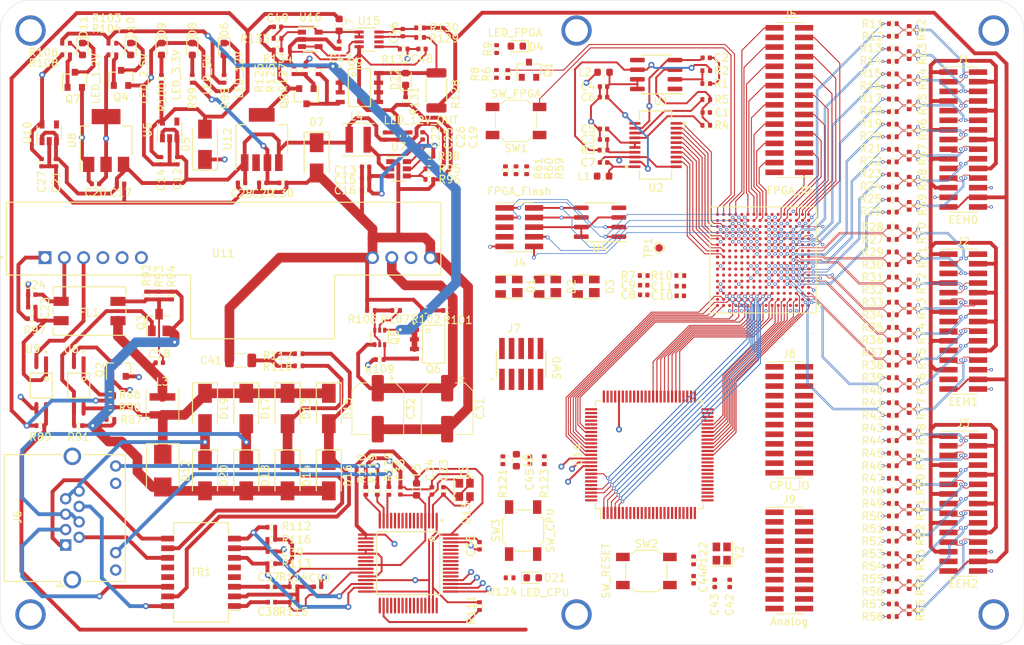
<source format=kicad_pcb>
(kicad_pcb (version 20171130) (host pcbnew 5.1.10-88a1d61d58~88~ubuntu20.04.1)

  (general
    (thickness 1.6)
    (drawings 16)
    (tracks 2882)
    (zones 0)
    (modules 254)
    (nets 325)
  )

  (page A4)
  (layers
    (0 F.Cu signal)
    (1 In1.Cu signal)
    (2 In2.Cu power)
    (31 B.Cu signal)
    (32 B.Adhes user)
    (33 F.Adhes user)
    (34 B.Paste user)
    (35 F.Paste user)
    (36 B.SilkS user)
    (37 F.SilkS user)
    (38 B.Mask user)
    (39 F.Mask user)
    (40 Dwgs.User user)
    (41 Cmts.User user)
    (42 Eco1.User user)
    (43 Eco2.User user)
    (44 Edge.Cuts user)
    (45 Margin user)
    (46 B.CrtYd user)
    (47 F.CrtYd user)
    (48 B.Fab user)
    (49 F.Fab user)
  )

  (setup
    (last_trace_width 0.127)
    (user_trace_width 0.0889)
    (user_trace_width 0.1016)
    (user_trace_width 0.127)
    (user_trace_width 0.254)
    (user_trace_width 0.508)
    (user_trace_width 0.762)
    (user_trace_width 1.016)
    (user_trace_width 1.27)
    (trace_clearance 0.0889)
    (zone_clearance 0.508)
    (zone_45_only no)
    (trace_min 0.0889)
    (via_size 0.8)
    (via_drill 0.4)
    (via_min_size 0.4)
    (via_min_drill 0.2)
    (user_via 0.4 0.2)
    (user_via 0.45 0.25)
    (user_via 0.5 0.3)
    (user_via 4.199999 4)
    (uvia_size 0.3)
    (uvia_drill 0.1)
    (uvias_allowed no)
    (uvia_min_size 0.2)
    (uvia_min_drill 0.1)
    (edge_width 0.05)
    (segment_width 0.127)
    (pcb_text_width 0.3)
    (pcb_text_size 1.5 1.5)
    (mod_edge_width 0.1524)
    (mod_text_size 1.016 1.016)
    (mod_text_width 0.1524)
    (pad_size 1.524 1.524)
    (pad_drill 0.762)
    (pad_to_mask_clearance 0)
    (solder_mask_min_width 0.00254)
    (aux_axis_origin 0 0)
    (grid_origin 210 57)
    (visible_elements FFFFFF7F)
    (pcbplotparams
      (layerselection 0x010fc_ffffffff)
      (usegerberextensions false)
      (usegerberattributes true)
      (usegerberadvancedattributes true)
      (creategerberjobfile true)
      (excludeedgelayer true)
      (linewidth 0.100000)
      (plotframeref false)
      (viasonmask false)
      (mode 1)
      (useauxorigin false)
      (hpglpennumber 1)
      (hpglpenspeed 20)
      (hpglpendiameter 15.000000)
      (psnegative false)
      (psa4output false)
      (plotreference true)
      (plotvalue true)
      (plotinvisibletext false)
      (padsonsilk false)
      (subtractmaskfromsilk false)
      (outputformat 1)
      (mirror false)
      (drillshape 1)
      (scaleselection 1)
      (outputdirectory ""))
  )

  (net 0 "")
  (net 1 "Net-(C1-Pad1)")
  (net 2 GND)
  (net 3 "Net-(C2-Pad1)")
  (net 4 /HighSpeedADC/+5VA)
  (net 5 /FPGA/GNDPLL0)
  (net 6 /FPGA/VCCPLL0)
  (net 7 /FPGA/GNDPLL1)
  (net 8 /FPGA/VCCPLL1)
  (net 9 +12V_OUT)
  (net 10 /CurrentSenser/12V_CURRENT)
  (net 11 /Power/+6V5)
  (net 12 +12V)
  (net 13 +3V3)
  (net 14 "Net-(C24-Pad1)")
  (net 15 +2V5)
  (net 16 +1V2)
  (net 17 +5V)
  (net 18 "Net-(C38-Pad1)")
  (net 19 "Net-(C40-Pad1)")
  (net 20 "Net-(C41-Pad1)")
  (net 21 /Ethernet/+3V3A)
  (net 22 "Net-(C44-Pad2)")
  (net 23 "Net-(C46-Pad1)")
  (net 24 /MCU/+3V3A)
  (net 25 +3V3MP)
  (net 26 "Net-(D4-Pad2)")
  (net 27 "Net-(D4-Pad1)")
  (net 28 "Net-(D9-Pad2)")
  (net 29 "Net-(D10-Pad2)")
  (net 30 "Net-(D11-Pad2)")
  (net 31 "Net-(D13-Pad2)")
  (net 32 /Ethernet/POE_VC-)
  (net 33 /Ethernet/POE_VC+)
  (net 34 "Net-(D15-Pad2)")
  (net 35 "Net-(D17-Pad2)")
  (net 36 "Net-(D19-Pad2)")
  (net 37 "Net-(D21-Pad2)")
  (net 38 /FPGA_IO1)
  (net 39 /FPGA_IO3)
  (net 40 /FPGA_IO5)
  (net 41 /FPGA_IO7)
  (net 42 /FPGA_IO9)
  (net 43 /FPGA_IO11)
  (net 44 /FPGA_IO13)
  (net 45 /FPGA_IO15)
  (net 46 /FPGA_IO14)
  (net 47 /FPGA_IO12)
  (net 48 /FPGA_IO10)
  (net 49 /FPGA_IO8)
  (net 50 /FPGA_IO6)
  (net 51 /FPGA_IO4)
  (net 52 /FPGA_IO2)
  (net 53 /FPGA_IO0)
  (net 54 /MCU/CPU_SWCLK)
  (net 55 /MCU/CPU_SWDIO)
  (net 56 /MCU/CPU_UART4_TX)
  (net 57 /MCU/CPU_UART4_RX)
  (net 58 /MCU/CPU_PWM_CH1)
  (net 59 /MCU/CPU_PWM_CH2)
  (net 60 /MCU/CPU_PWM_CH3)
  (net 61 /MCU/CPU_PWM_CH4)
  (net 62 /MCU/CPU_IIC2_SDA)
  (net 63 /MCU/CPU_IIC2_SCL)
  (net 64 /MCU/CPU_UART1_RX)
  (net 65 /MCU/CPU_UART1_TX)
  (net 66 /MCU/CPU_SPI2_MOSI)
  (net 67 /MCU/CPU_SPI2_MISO)
  (net 68 /MCU/CPU_SPI2_SCK)
  (net 69 /MCU/CPU_SPI2_CS)
  (net 70 /MCU/CPU_DAC1)
  (net 71 /MCU/CPU_DAC0)
  (net 72 /MCU/CPU_ADC7)
  (net 73 /MCU/CPU_ADC6)
  (net 74 /MCU/CPU_ADC5)
  (net 75 /MCU/CPU_ADC4)
  (net 76 /MCU/CPU_ADC3)
  (net 77 /MCU/CPU_ADC2)
  (net 78 /MCU/CPU_ADC1)
  (net 79 /MCU/CPU_ADC0)
  (net 80 /CurrentSenser/12V_SW)
  (net 81 "Net-(Q1-Pad1)")
  (net 82 "Net-(Q2-Pad3)")
  (net 83 /MCU/CPU_RESET)
  (net 84 "Net-(Q7-Pad1)")
  (net 85 "Net-(R1-Pad1)")
  (net 86 "Net-(R2-Pad1)")
  (net 87 "Net-(R4-Pad1)")
  (net 88 "Net-(R5-Pad2)")
  (net 89 /MCU/CPU_POE_AT_EVENT)
  (net 90 /MCU/CPU_POE_SRC_STATUS)
  (net 91 /Ethernet/RJ45_LED_G)
  (net 92 /Ethernet/RJ45_LED_Y)
  (net 93 "Net-(TP1-Pad1)")
  (net 94 "Net-(C3-Pad1)")
  (net 95 /CurrentSenser/+3V3A)
  (net 96 /EEM0_IIC_SCL)
  (net 97 /EEM0_IIC_SDA)
  (net 98 /EEM1_IIC_SCL)
  (net 99 /EEM1_IIC_SDA)
  (net 100 /EEM2_IIC_SCL)
  (net 101 /EEM2_IIC_SDA)
  (net 102 /EEM0_7_N)
  (net 103 /EEM0_6_P)
  (net 104 /EEM0_5_N)
  (net 105 /EEM0_4_P)
  (net 106 /EEM0_3_N)
  (net 107 /EEM0_2_P)
  (net 108 /EEM0_1_N)
  (net 109 /EEM0_0_P)
  (net 110 /EEM0_7_P)
  (net 111 /EEM0_6_N)
  (net 112 /EEM0_5_P)
  (net 113 /EEM0_4_N)
  (net 114 /EEM0_3_P)
  (net 115 /EEM0_2_N)
  (net 116 /EEM0_1_P)
  (net 117 /EEM0_0_N)
  (net 118 /EEM1_7_N)
  (net 119 /EEM1_6_P)
  (net 120 /EEM1_5_N)
  (net 121 /EEM1_4_P)
  (net 122 /EEM1_3_N)
  (net 123 /EEM1_2_P)
  (net 124 /EEM1_1_N)
  (net 125 /EEM1_0_P)
  (net 126 /EEM1_7_P)
  (net 127 /EEM1_6_N)
  (net 128 /EEM1_5_P)
  (net 129 /EEM1_4_N)
  (net 130 /EEM1_3_P)
  (net 131 /EEM1_2_N)
  (net 132 /EEM1_1_P)
  (net 133 /EEM1_0_N)
  (net 134 /EEM2_7_N)
  (net 135 /EEM2_6_P)
  (net 136 /EEM2_5_N)
  (net 137 /EEM2_4_P)
  (net 138 /EEM2_3_N)
  (net 139 /EEM2_2_P)
  (net 140 /EEM2_1_N)
  (net 141 /EEM2_0_P)
  (net 142 /EEM2_7_P)
  (net 143 /EEM2_6_N)
  (net 144 /EEM2_5_P)
  (net 145 /EEM2_4_N)
  (net 146 /EEM2_3_P)
  (net 147 /EEM2_2_N)
  (net 148 /EEM2_1_P)
  (net 149 /EEM2_0_N)
  (net 150 /CDONE)
  (net 151 /CRESET)
  (net 152 /SPI_CS)
  (net 153 /ENC_INT)
  (net 154 /ADC_D0)
  (net 155 /ADC_D1)
  (net 156 /ADC_D2)
  (net 157 /ADC_D3)
  (net 158 /ADC_D4)
  (net 159 /ADC_D5)
  (net 160 /ADC_D6)
  (net 161 /ADC_D7)
  (net 162 /ADC_CLK)
  (net 163 /FSMC_CLK)
  (net 164 /FSMC_D15)
  (net 165 /FSMC_D9)
  (net 166 /FSMC_D10)
  (net 167 /FSMC_D0)
  (net 168 /FSMC_A7)
  (net 169 /FSMC_NL)
  (net 170 /FSMC_NBL0)
  (net 171 /FSMC_D6)
  (net 172 /FSMC_D7)
  (net 173 /FSMC_D5)
  (net 174 /FSMC_D1)
  (net 175 /FSMC_A3)
  (net 176 /FSMC_A1)
  (net 177 /FSMC_NWAIT)
  (net 178 /FSMC_NOE)
  (net 179 /FSMC_D12)
  (net 180 /FSMC_D8)
  (net 181 /FSMC_D3)
  (net 182 /FSMC_A4)
  (net 183 /FSMC_A6)
  (net 184 /FSMC_A0)
  (net 185 /FSMC_NBL1)
  (net 186 /FSMC_D14)
  (net 187 /FSMC_D11)
  (net 188 /FSMC_D4)
  (net 189 /FSMC_A2)
  (net 190 /FSMC_D13)
  (net 191 /FSMC_D2)
  (net 192 /FSMC_A5)
  (net 193 /FSMC_NE1)
  (net 194 /FSMC_NWE)
  (net 195 /CSBSEL0)
  (net 196 /IIC_SCL)
  (net 197 /IIC_SDA)
  (net 198 /SPI_MOSI)
  (net 199 /SPI_MISO)
  (net 200 /CSBSEL1)
  (net 201 /SPI_SCK)
  (net 202 /SPI_ENC_CS)
  (net 203 "Net-(C5-Pad2)")
  (net 204 "Net-(C7-Pad2)")
  (net 205 "Net-(C18-Pad2)")
  (net 206 "Net-(C18-Pad1)")
  (net 207 "Net-(C19-Pad2)")
  (net 208 "Net-(C19-Pad1)")
  (net 209 "Net-(C23-Pad2)")
  (net 210 "Net-(C31-Pad1)")
  (net 211 "Net-(C33-Pad1)")
  (net 212 "Net-(C34-Pad1)")
  (net 213 "Net-(C36-Pad2)")
  (net 214 "Net-(C37-Pad2)")
  (net 215 "Net-(C37-Pad1)")
  (net 216 "Net-(C38-Pad2)")
  (net 217 "Net-(C39-Pad1)")
  (net 218 "Net-(C42-Pad1)")
  (net 219 "Net-(C43-Pad1)")
  (net 220 "Net-(D6-Pad2)")
  (net 221 "Net-(D8-Pad2)")
  (net 222 "Net-(D10-Pad1)")
  (net 223 "Net-(D11-Pad1)")
  (net 224 "Net-(D21-Pad1)")
  (net 225 "Net-(D22-Pad1)")
  (net 226 "Net-(Q3-Pad1)")
  (net 227 "Net-(Q4-Pad1)")
  (net 228 "Net-(Q5-Pad6)")
  (net 229 "Net-(Q5-Pad2)")
  (net 230 "Net-(Q5-Pad3)")
  (net 231 "Net-(Q8-Pad3)")
  (net 232 "Net-(Q8-Pad1)")
  (net 233 "Net-(R87-Pad1)")
  (net 234 "Net-(R132-Pad2)")
  (net 235 "Net-(U11-Pad3)")
  (net 236 "Net-(U15-Pad3)")
  (net 237 "Net-(C46-Pad2)")
  (net 238 "Net-(D22-Pad2)")
  (net 239 HSADC_IN)
  (net 240 "Net-(J6-Pad12)")
  (net 241 "Net-(J6-Pad10)")
  (net 242 "Net-(J6-Pad6)")
  (net 243 "Net-(J6-Pad2)")
  (net 244 "Net-(J6-Pad3)")
  (net 245 "Net-(J6-Pad1)")
  (net 246 "Net-(R86-Pad2)")
  (net 247 "Net-(R88-Pad1)")
  (net 248 "Net-(R95-Pad1)")
  (net 249 "Net-(R97-Pad2)")
  (net 250 "Net-(R110-Pad1)")
  (net 251 "Net-(R112-Pad1)")
  (net 252 "Net-(R113-Pad2)")
  (net 253 "Net-(R123-Pad1)")
  (net 254 "Net-(R133-Pad2)")
  (net 255 "Net-(SW3-Pad2)")
  (net 256 "Net-(U3-PadK9)")
  (net 257 "Net-(U3-PadL9)")
  (net 258 "Net-(U3-PadL10)")
  (net 259 "Net-(U3-PadL11)")
  (net 260 "Net-(U3-PadL13)")
  (net 261 "Net-(U3-PadM7)")
  (net 262 "Net-(U3-PadM8)")
  (net 263 "Net-(U3-PadM9)")
  (net 264 "Net-(U3-PadM11)")
  (net 265 "Net-(U3-PadM12)")
  (net 266 "Net-(U3-PadN6)")
  (net 267 "Net-(U3-PadN7)")
  (net 268 "Net-(U3-PadN9)")
  (net 269 "Net-(U3-PadN10)")
  (net 270 "Net-(U3-PadN12)")
  (net 271 "Net-(U3-PadP5)")
  (net 272 "Net-(U3-PadP6)")
  (net 273 "Net-(U3-PadP7)")
  (net 274 "Net-(U3-PadP8)")
  (net 275 /FPGA/LVDS0_0_P)
  (net 276 /FPGA/LVDS0_0_N)
  (net 277 /FPGA/LVDS0_1_P)
  (net 278 /FPGA/LVDS0_1_N)
  (net 279 /FPGA/LVDS0_2_P)
  (net 280 /FPGA/LVDS0_2_N)
  (net 281 /FPGA/LVDS0_3_P)
  (net 282 /FPGA/LVDS0_3_N)
  (net 283 /FPGA/LVDS0_4_P)
  (net 284 /FPGA/LVDS0_4_N)
  (net 285 /FPGA/LVDS0_5_P)
  (net 286 /FPGA/LVDS0_5_N)
  (net 287 /FPGA/LVDS0_6_P)
  (net 288 /FPGA/LVDS0_6_N)
  (net 289 /FPGA/LVDS0_7_P)
  (net 290 /FPGA/LVDS0_7_N)
  (net 291 /FPGA/LVDS1_0_P)
  (net 292 /FPGA/LVDS1_0_N)
  (net 293 /FPGA/LVDS1_1_P)
  (net 294 /FPGA/LVDS1_1_N)
  (net 295 /FPGA/LVDS1_2_P)
  (net 296 /FPGA/LVDS1_2_N)
  (net 297 /FPGA/LVDS1_3_P)
  (net 298 /FPGA/LVDS1_3_N)
  (net 299 /FPGA/LVDS1_4_P)
  (net 300 /FPGA/LVDS1_4_N)
  (net 301 /FPGA/LVDS1_5_P)
  (net 302 /FPGA/LVDS1_5_N)
  (net 303 /FPGA/LVDS1_6_P)
  (net 304 /FPGA/LVDS1_6_N)
  (net 305 /FPGA/LVDS1_7_P)
  (net 306 /FPGA/LVDS1_7_N)
  (net 307 /FPGA/LVDS2_0_P)
  (net 308 /FPGA/LVDS2_0_N)
  (net 309 /FPGA/LVDS2_1_P)
  (net 310 /FPGA/LVDS2_1_N)
  (net 311 /FPGA/LVDS2_2_P)
  (net 312 /FPGA/LVDS2_2_N)
  (net 313 /FPGA/LVDS2_3_P)
  (net 314 /FPGA/LVDS2_3_N)
  (net 315 /FPGA/LVDS2_4_P)
  (net 316 /FPGA/LVDS2_4_N)
  (net 317 /FPGA/LVDS2_5_P)
  (net 318 /FPGA/LVDS2_5_N)
  (net 319 /FPGA/LVDS2_6_P)
  (net 320 /FPGA/LVDS2_6_N)
  (net 321 /FPGA/LVDS2_7_P)
  (net 322 /FPGA/LVDS2_7_N)
  (net 323 /FPGA/FPGA_LED)
  (net 324 /FPGA/FPGA_KEY)

  (net_class Default "This is the default net class."
    (clearance 0.0889)
    (trace_width 0.25)
    (via_dia 0.8)
    (via_drill 0.4)
    (uvia_dia 0.3)
    (uvia_drill 0.1)
    (diff_pair_width 0.0889)
    (diff_pair_gap 0.1016)
    (add_net +12V)
    (add_net +12V_OUT)
    (add_net +1V2)
    (add_net +2V5)
    (add_net +3V3)
    (add_net +3V3MP)
    (add_net +5V)
    (add_net /ADC_CLK)
    (add_net /ADC_D0)
    (add_net /ADC_D1)
    (add_net /ADC_D2)
    (add_net /ADC_D3)
    (add_net /ADC_D4)
    (add_net /ADC_D5)
    (add_net /ADC_D6)
    (add_net /ADC_D7)
    (add_net /CDONE)
    (add_net /CRESET)
    (add_net /CSBSEL0)
    (add_net /CSBSEL1)
    (add_net /CurrentSenser/+3V3A)
    (add_net /CurrentSenser/12V_CURRENT)
    (add_net /CurrentSenser/12V_SW)
    (add_net /EEM0_0_N)
    (add_net /EEM0_0_P)
    (add_net /EEM0_1_N)
    (add_net /EEM0_1_P)
    (add_net /EEM0_2_N)
    (add_net /EEM0_2_P)
    (add_net /EEM0_3_N)
    (add_net /EEM0_3_P)
    (add_net /EEM0_4_N)
    (add_net /EEM0_4_P)
    (add_net /EEM0_5_N)
    (add_net /EEM0_5_P)
    (add_net /EEM0_6_N)
    (add_net /EEM0_6_P)
    (add_net /EEM0_7_N)
    (add_net /EEM0_7_P)
    (add_net /EEM0_IIC_SCL)
    (add_net /EEM0_IIC_SDA)
    (add_net /EEM1_0_N)
    (add_net /EEM1_0_P)
    (add_net /EEM1_1_N)
    (add_net /EEM1_1_P)
    (add_net /EEM1_2_N)
    (add_net /EEM1_2_P)
    (add_net /EEM1_3_N)
    (add_net /EEM1_3_P)
    (add_net /EEM1_4_N)
    (add_net /EEM1_4_P)
    (add_net /EEM1_5_N)
    (add_net /EEM1_5_P)
    (add_net /EEM1_6_N)
    (add_net /EEM1_6_P)
    (add_net /EEM1_7_N)
    (add_net /EEM1_7_P)
    (add_net /EEM1_IIC_SCL)
    (add_net /EEM1_IIC_SDA)
    (add_net /EEM2_0_N)
    (add_net /EEM2_0_P)
    (add_net /EEM2_1_N)
    (add_net /EEM2_1_P)
    (add_net /EEM2_2_N)
    (add_net /EEM2_2_P)
    (add_net /EEM2_3_N)
    (add_net /EEM2_3_P)
    (add_net /EEM2_4_N)
    (add_net /EEM2_4_P)
    (add_net /EEM2_5_N)
    (add_net /EEM2_5_P)
    (add_net /EEM2_6_N)
    (add_net /EEM2_6_P)
    (add_net /EEM2_7_N)
    (add_net /EEM2_7_P)
    (add_net /EEM2_IIC_SCL)
    (add_net /EEM2_IIC_SDA)
    (add_net /ENC_INT)
    (add_net /Ethernet/+3V3A)
    (add_net /Ethernet/POE_VC+)
    (add_net /Ethernet/POE_VC-)
    (add_net /Ethernet/RJ45_LED_G)
    (add_net /Ethernet/RJ45_LED_Y)
    (add_net /FPGA/FPGA_KEY)
    (add_net /FPGA/FPGA_LED)
    (add_net /FPGA/GNDPLL0)
    (add_net /FPGA/GNDPLL1)
    (add_net /FPGA/LVDS0_0_N)
    (add_net /FPGA/LVDS0_0_P)
    (add_net /FPGA/LVDS0_1_N)
    (add_net /FPGA/LVDS0_1_P)
    (add_net /FPGA/LVDS0_2_N)
    (add_net /FPGA/LVDS0_2_P)
    (add_net /FPGA/LVDS0_3_N)
    (add_net /FPGA/LVDS0_3_P)
    (add_net /FPGA/LVDS0_4_N)
    (add_net /FPGA/LVDS0_4_P)
    (add_net /FPGA/LVDS0_5_N)
    (add_net /FPGA/LVDS0_5_P)
    (add_net /FPGA/LVDS0_6_N)
    (add_net /FPGA/LVDS0_6_P)
    (add_net /FPGA/LVDS0_7_N)
    (add_net /FPGA/LVDS0_7_P)
    (add_net /FPGA/LVDS1_0_N)
    (add_net /FPGA/LVDS1_0_P)
    (add_net /FPGA/LVDS1_1_N)
    (add_net /FPGA/LVDS1_1_P)
    (add_net /FPGA/LVDS1_2_N)
    (add_net /FPGA/LVDS1_2_P)
    (add_net /FPGA/LVDS1_3_N)
    (add_net /FPGA/LVDS1_3_P)
    (add_net /FPGA/LVDS1_4_N)
    (add_net /FPGA/LVDS1_4_P)
    (add_net /FPGA/LVDS1_5_N)
    (add_net /FPGA/LVDS1_5_P)
    (add_net /FPGA/LVDS1_6_N)
    (add_net /FPGA/LVDS1_6_P)
    (add_net /FPGA/LVDS1_7_N)
    (add_net /FPGA/LVDS1_7_P)
    (add_net /FPGA/LVDS2_0_N)
    (add_net /FPGA/LVDS2_0_P)
    (add_net /FPGA/LVDS2_1_N)
    (add_net /FPGA/LVDS2_1_P)
    (add_net /FPGA/LVDS2_2_N)
    (add_net /FPGA/LVDS2_2_P)
    (add_net /FPGA/LVDS2_3_N)
    (add_net /FPGA/LVDS2_3_P)
    (add_net /FPGA/LVDS2_4_N)
    (add_net /FPGA/LVDS2_4_P)
    (add_net /FPGA/LVDS2_5_N)
    (add_net /FPGA/LVDS2_5_P)
    (add_net /FPGA/LVDS2_6_N)
    (add_net /FPGA/LVDS2_6_P)
    (add_net /FPGA/LVDS2_7_N)
    (add_net /FPGA/LVDS2_7_P)
    (add_net /FPGA/VCCPLL0)
    (add_net /FPGA/VCCPLL1)
    (add_net /FPGA_IO0)
    (add_net /FPGA_IO1)
    (add_net /FPGA_IO10)
    (add_net /FPGA_IO11)
    (add_net /FPGA_IO12)
    (add_net /FPGA_IO13)
    (add_net /FPGA_IO14)
    (add_net /FPGA_IO15)
    (add_net /FPGA_IO2)
    (add_net /FPGA_IO3)
    (add_net /FPGA_IO4)
    (add_net /FPGA_IO5)
    (add_net /FPGA_IO6)
    (add_net /FPGA_IO7)
    (add_net /FPGA_IO8)
    (add_net /FPGA_IO9)
    (add_net /FSMC_A0)
    (add_net /FSMC_A1)
    (add_net /FSMC_A2)
    (add_net /FSMC_A3)
    (add_net /FSMC_A4)
    (add_net /FSMC_A5)
    (add_net /FSMC_A6)
    (add_net /FSMC_A7)
    (add_net /FSMC_CLK)
    (add_net /FSMC_D0)
    (add_net /FSMC_D1)
    (add_net /FSMC_D10)
    (add_net /FSMC_D11)
    (add_net /FSMC_D12)
    (add_net /FSMC_D13)
    (add_net /FSMC_D14)
    (add_net /FSMC_D15)
    (add_net /FSMC_D2)
    (add_net /FSMC_D3)
    (add_net /FSMC_D4)
    (add_net /FSMC_D5)
    (add_net /FSMC_D6)
    (add_net /FSMC_D7)
    (add_net /FSMC_D8)
    (add_net /FSMC_D9)
    (add_net /FSMC_NBL0)
    (add_net /FSMC_NBL1)
    (add_net /FSMC_NE1)
    (add_net /FSMC_NL)
    (add_net /FSMC_NOE)
    (add_net /FSMC_NWAIT)
    (add_net /FSMC_NWE)
    (add_net /HighSpeedADC/+5VA)
    (add_net /IIC_SCL)
    (add_net /IIC_SDA)
    (add_net /MCU/+3V3A)
    (add_net /MCU/CPU_ADC0)
    (add_net /MCU/CPU_ADC1)
    (add_net /MCU/CPU_ADC2)
    (add_net /MCU/CPU_ADC3)
    (add_net /MCU/CPU_ADC4)
    (add_net /MCU/CPU_ADC5)
    (add_net /MCU/CPU_ADC6)
    (add_net /MCU/CPU_ADC7)
    (add_net /MCU/CPU_DAC0)
    (add_net /MCU/CPU_DAC1)
    (add_net /MCU/CPU_IIC2_SCL)
    (add_net /MCU/CPU_IIC2_SDA)
    (add_net /MCU/CPU_POE_AT_EVENT)
    (add_net /MCU/CPU_POE_SRC_STATUS)
    (add_net /MCU/CPU_PWM_CH1)
    (add_net /MCU/CPU_PWM_CH2)
    (add_net /MCU/CPU_PWM_CH3)
    (add_net /MCU/CPU_PWM_CH4)
    (add_net /MCU/CPU_RESET)
    (add_net /MCU/CPU_SPI2_CS)
    (add_net /MCU/CPU_SPI2_MISO)
    (add_net /MCU/CPU_SPI2_MOSI)
    (add_net /MCU/CPU_SPI2_SCK)
    (add_net /MCU/CPU_SWCLK)
    (add_net /MCU/CPU_SWDIO)
    (add_net /MCU/CPU_UART1_RX)
    (add_net /MCU/CPU_UART1_TX)
    (add_net /MCU/CPU_UART4_RX)
    (add_net /MCU/CPU_UART4_TX)
    (add_net /Power/+6V5)
    (add_net /SPI_CS)
    (add_net /SPI_ENC_CS)
    (add_net /SPI_MISO)
    (add_net /SPI_MOSI)
    (add_net /SPI_SCK)
    (add_net GND)
    (add_net HSADC_IN)
    (add_net "Net-(C1-Pad1)")
    (add_net "Net-(C18-Pad1)")
    (add_net "Net-(C18-Pad2)")
    (add_net "Net-(C19-Pad1)")
    (add_net "Net-(C19-Pad2)")
    (add_net "Net-(C2-Pad1)")
    (add_net "Net-(C23-Pad2)")
    (add_net "Net-(C24-Pad1)")
    (add_net "Net-(C3-Pad1)")
    (add_net "Net-(C31-Pad1)")
    (add_net "Net-(C33-Pad1)")
    (add_net "Net-(C34-Pad1)")
    (add_net "Net-(C36-Pad2)")
    (add_net "Net-(C37-Pad1)")
    (add_net "Net-(C37-Pad2)")
    (add_net "Net-(C38-Pad1)")
    (add_net "Net-(C38-Pad2)")
    (add_net "Net-(C39-Pad1)")
    (add_net "Net-(C40-Pad1)")
    (add_net "Net-(C41-Pad1)")
    (add_net "Net-(C42-Pad1)")
    (add_net "Net-(C43-Pad1)")
    (add_net "Net-(C44-Pad2)")
    (add_net "Net-(C46-Pad1)")
    (add_net "Net-(C46-Pad2)")
    (add_net "Net-(C5-Pad2)")
    (add_net "Net-(C7-Pad2)")
    (add_net "Net-(D10-Pad1)")
    (add_net "Net-(D10-Pad2)")
    (add_net "Net-(D11-Pad1)")
    (add_net "Net-(D11-Pad2)")
    (add_net "Net-(D13-Pad2)")
    (add_net "Net-(D15-Pad2)")
    (add_net "Net-(D17-Pad2)")
    (add_net "Net-(D19-Pad2)")
    (add_net "Net-(D21-Pad1)")
    (add_net "Net-(D21-Pad2)")
    (add_net "Net-(D22-Pad1)")
    (add_net "Net-(D22-Pad2)")
    (add_net "Net-(D4-Pad1)")
    (add_net "Net-(D4-Pad2)")
    (add_net "Net-(D6-Pad2)")
    (add_net "Net-(D8-Pad2)")
    (add_net "Net-(D9-Pad2)")
    (add_net "Net-(J6-Pad1)")
    (add_net "Net-(J6-Pad10)")
    (add_net "Net-(J6-Pad12)")
    (add_net "Net-(J6-Pad2)")
    (add_net "Net-(J6-Pad3)")
    (add_net "Net-(J6-Pad6)")
    (add_net "Net-(J7-Pad06)")
    (add_net "Net-(J7-Pad07)")
    (add_net "Net-(J7-Pad08)")
    (add_net "Net-(J7-Pad09)")
    (add_net "Net-(J7-Pad10)")
    (add_net "Net-(Q1-Pad1)")
    (add_net "Net-(Q2-Pad3)")
    (add_net "Net-(Q3-Pad1)")
    (add_net "Net-(Q4-Pad1)")
    (add_net "Net-(Q5-Pad2)")
    (add_net "Net-(Q5-Pad3)")
    (add_net "Net-(Q5-Pad6)")
    (add_net "Net-(Q7-Pad1)")
    (add_net "Net-(Q8-Pad1)")
    (add_net "Net-(Q8-Pad3)")
    (add_net "Net-(R1-Pad1)")
    (add_net "Net-(R110-Pad1)")
    (add_net "Net-(R112-Pad1)")
    (add_net "Net-(R113-Pad2)")
    (add_net "Net-(R123-Pad1)")
    (add_net "Net-(R132-Pad2)")
    (add_net "Net-(R133-Pad2)")
    (add_net "Net-(R2-Pad1)")
    (add_net "Net-(R4-Pad1)")
    (add_net "Net-(R5-Pad2)")
    (add_net "Net-(R86-Pad2)")
    (add_net "Net-(R87-Pad1)")
    (add_net "Net-(R88-Pad1)")
    (add_net "Net-(R95-Pad1)")
    (add_net "Net-(R97-Pad2)")
    (add_net "Net-(SW3-Pad2)")
    (add_net "Net-(TP1-Pad1)")
    (add_net "Net-(U1-Pad1)")
    (add_net "Net-(U1-Pad5)")
    (add_net "Net-(U10-Pad4)")
    (add_net "Net-(U11-Pad3)")
    (add_net "Net-(U11-Pad4)")
    (add_net "Net-(U11-Pad5)")
    (add_net "Net-(U11-Pad6)")
    (add_net "Net-(U11-Pad9)")
    (add_net "Net-(U12-Pad2)")
    (add_net "Net-(U13-Pad10)")
    (add_net "Net-(U13-Pad11)")
    (add_net "Net-(U13-Pad12)")
    (add_net "Net-(U13-Pad13)")
    (add_net "Net-(U13-Pad19)")
    (add_net "Net-(U13-Pad20)")
    (add_net "Net-(U13-Pad33)")
    (add_net "Net-(U13-Pad35)")
    (add_net "Net-(U13-Pad36)")
    (add_net "Net-(U13-Pad37)")
    (add_net "Net-(U13-Pad38)")
    (add_net "Net-(U13-Pad39)")
    (add_net "Net-(U13-Pad40)")
    (add_net "Net-(U13-Pad41)")
    (add_net "Net-(U13-Pad42)")
    (add_net "Net-(U13-Pad43)")
    (add_net "Net-(U13-Pad44)")
    (add_net "Net-(U13-Pad45)")
    (add_net "Net-(U13-Pad48)")
    (add_net "Net-(U13-Pad5)")
    (add_net "Net-(U13-Pad53)")
    (add_net "Net-(U13-Pad54)")
    (add_net "Net-(U13-Pad55)")
    (add_net "Net-(U13-Pad56)")
    (add_net "Net-(U13-Pad57)")
    (add_net "Net-(U13-Pad58)")
    (add_net "Net-(U13-Pad59)")
    (add_net "Net-(U13-Pad6)")
    (add_net "Net-(U13-Pad60)")
    (add_net "Net-(U13-Pad61)")
    (add_net "Net-(U13-Pad7)")
    (add_net "Net-(U13-Pad8)")
    (add_net "Net-(U13-Pad9)")
    (add_net "Net-(U14-Pad17)")
    (add_net "Net-(U14-Pad18)")
    (add_net "Net-(U14-Pad73)")
    (add_net "Net-(U14-Pad83)")
    (add_net "Net-(U14-Pad92)")
    (add_net "Net-(U15-Pad3)")
    (add_net "Net-(U15-Pad6)")
    (add_net "Net-(U3-PadB16)")
    (add_net "Net-(U3-PadC16)")
    (add_net "Net-(U3-PadC4)")
    (add_net "Net-(U3-PadC5)")
    (add_net "Net-(U3-PadC6)")
    (add_net "Net-(U3-PadD10)")
    (add_net "Net-(U3-PadD11)")
    (add_net "Net-(U3-PadD13)")
    (add_net "Net-(U3-PadD14)")
    (add_net "Net-(U3-PadD15)")
    (add_net "Net-(U3-PadD16)")
    (add_net "Net-(U3-PadD3)")
    (add_net "Net-(U3-PadD4)")
    (add_net "Net-(U3-PadD5)")
    (add_net "Net-(U3-PadD6)")
    (add_net "Net-(U3-PadD7)")
    (add_net "Net-(U3-PadD8)")
    (add_net "Net-(U3-PadD9)")
    (add_net "Net-(U3-PadE10)")
    (add_net "Net-(U3-PadE11)")
    (add_net "Net-(U3-PadE13)")
    (add_net "Net-(U3-PadE14)")
    (add_net "Net-(U3-PadE16)")
    (add_net "Net-(U3-PadE5)")
    (add_net "Net-(U3-PadE6)")
    (add_net "Net-(U3-PadE9)")
    (add_net "Net-(U3-PadF11)")
    (add_net "Net-(U3-PadF12)")
    (add_net "Net-(U3-PadF13)")
    (add_net "Net-(U3-PadF14)")
    (add_net "Net-(U3-PadF15)")
    (add_net "Net-(U3-PadF16)")
    (add_net "Net-(U3-PadF7)")
    (add_net "Net-(U3-PadF9)")
    (add_net "Net-(U3-PadG10)")
    (add_net "Net-(U3-PadG11)")
    (add_net "Net-(U3-PadG12)")
    (add_net "Net-(U3-PadG13)")
    (add_net "Net-(U3-PadG14)")
    (add_net "Net-(U3-PadG15)")
    (add_net "Net-(U3-PadG16)")
    (add_net "Net-(U3-PadH11)")
    (add_net "Net-(U3-PadH12)")
    (add_net "Net-(U3-PadH13)")
    (add_net "Net-(U3-PadH14)")
    (add_net "Net-(U3-PadH16)")
    (add_net "Net-(U3-PadJ10)")
    (add_net "Net-(U3-PadJ11)")
    (add_net "Net-(U3-PadJ12)")
    (add_net "Net-(U3-PadJ13)")
    (add_net "Net-(U3-PadJ14)")
    (add_net "Net-(U3-PadJ16)")
    (add_net "Net-(U3-PadK12)")
    (add_net "Net-(U3-PadK13)")
    (add_net "Net-(U3-PadK14)")
    (add_net "Net-(U3-PadK9)")
    (add_net "Net-(U3-PadL10)")
    (add_net "Net-(U3-PadL11)")
    (add_net "Net-(U3-PadL12)")
    (add_net "Net-(U3-PadL13)")
    (add_net "Net-(U3-PadL14)")
    (add_net "Net-(U3-PadL5)")
    (add_net "Net-(U3-PadL9)")
    (add_net "Net-(U3-PadM11)")
    (add_net "Net-(U3-PadM12)")
    (add_net "Net-(U3-PadM13)")
    (add_net "Net-(U3-PadM14)")
    (add_net "Net-(U3-PadM3)")
    (add_net "Net-(U3-PadM7)")
    (add_net "Net-(U3-PadM8)")
    (add_net "Net-(U3-PadM9)")
    (add_net "Net-(U3-PadN10)")
    (add_net "Net-(U3-PadN12)")
    (add_net "Net-(U3-PadN3)")
    (add_net "Net-(U3-PadN5)")
    (add_net "Net-(U3-PadN6)")
    (add_net "Net-(U3-PadN7)")
    (add_net "Net-(U3-PadN9)")
    (add_net "Net-(U3-PadP10)")
    (add_net "Net-(U3-PadP14)")
    (add_net "Net-(U3-PadP4)")
    (add_net "Net-(U3-PadP5)")
    (add_net "Net-(U3-PadP6)")
    (add_net "Net-(U3-PadP7)")
    (add_net "Net-(U3-PadP8)")
    (add_net "Net-(U3-PadP9)")
    (add_net "Net-(U3-PadR14)")
    (add_net "Net-(U3-PadR15)")
    (add_net "Net-(U3-PadR16)")
    (add_net "Net-(U3-PadR4)")
    (add_net "Net-(U3-PadT6)")
    (add_net "Net-(U5-Pad4)")
  )

  (module TestAutomation:iCE40-BGA256C80P16X16_1400X1400X170 (layer F.Cu) (tedit 60D04091) (tstamp 60D2846B)
    (at 179.592 87.249 180)
    (path /60C0E996/623CB106)
    (clearance 0.05)
    (fp_text reference U3 (at -3.559775 -8.646615) (layer F.SilkS)
      (effects (font (size 1.001346 1.001346) (thickness 0.015)))
    )
    (fp_text value ICE40HX8K-CT256 (at 11.703105 8.648415) (layer F.Fab) hide
      (effects (font (size 1.001551 1.001551) (thickness 0.015)))
    )
    (fp_line (start 7.25 7.25) (end 7.25 -7.25) (layer F.CrtYd) (width 0.05))
    (fp_line (start -7.25 7.25) (end -7.25 -7.25) (layer F.CrtYd) (width 0.05))
    (fp_line (start -7.25 -7.25) (end 7.25 -7.25) (layer F.CrtYd) (width 0.05))
    (fp_line (start -7.25 7.25) (end 7.25 7.25) (layer F.CrtYd) (width 0.05))
    (fp_line (start -7 7) (end -7 -7) (layer F.SilkS) (width 0.127))
    (fp_line (start 7 7) (end 7 -7) (layer F.SilkS) (width 0.127))
    (fp_line (start -7 7) (end -7 -7) (layer F.Fab) (width 0.127))
    (fp_line (start 7 7) (end 7 -7) (layer F.Fab) (width 0.127))
    (fp_line (start 7 -7) (end -7 -7) (layer F.SilkS) (width 0.127))
    (fp_line (start 7 7) (end -7 7) (layer F.SilkS) (width 0.127))
    (fp_line (start 7 -7) (end -7 -7) (layer F.Fab) (width 0.127))
    (fp_line (start 7 7) (end -7 7) (layer F.Fab) (width 0.127))
    (fp_circle (center -6 -6) (end -5.9 -6) (layer F.Fab) (width 0.2))
    (fp_circle (center -7.5 -6) (end -7.4 -6) (layer F.SilkS) (width 0.2))
    (pad A1 smd circle (at -6 -6 180) (size 0.41 0.41) (layers F.Cu F.Paste F.Mask)
      (net 188 /FSMC_D4))
    (pad A2 smd circle (at -5.2 -6 180) (size 0.41 0.41) (layers F.Cu F.Paste F.Mask)
      (net 173 /FSMC_D5))
    (pad A3 smd circle (at -4.4 -6 180) (size 0.41 0.41) (layers F.Cu F.Paste F.Mask)
      (net 13 +3V3))
    (pad A4 smd circle (at -3.6 -6 180) (size 0.41 0.41) (layers F.Cu F.Paste F.Mask)
      (net 2 GND))
    (pad A5 smd circle (at -2.8 -6 180) (size 0.41 0.41) (layers F.Cu F.Paste F.Mask)
      (net 165 /FSMC_D9))
    (pad A6 smd circle (at -2 -6 180) (size 0.41 0.41) (layers F.Cu F.Paste F.Mask)
      (net 187 /FSMC_D11))
    (pad A7 smd circle (at -1.2 -6 180) (size 0.41 0.41) (layers F.Cu F.Paste F.Mask)
      (net 190 /FSMC_D13))
    (pad A8 smd circle (at -0.4 -6 180) (size 0.41 0.41) (layers F.Cu F.Paste F.Mask)
      (net 13 +3V3))
    (pad A9 smd circle (at 0.4 -6 180) (size 0.41 0.41) (layers F.Cu F.Paste F.Mask)
      (net 184 /FSMC_A0))
    (pad A10 smd circle (at 1.2 -6 180) (size 0.41 0.41) (layers F.Cu F.Paste F.Mask)
      (net 189 /FSMC_A2))
    (pad A11 smd circle (at 2 -6 180) (size 0.41 0.41) (layers F.Cu F.Paste F.Mask)
      (net 174 /FSMC_D1))
    (pad A12 smd circle (at 2.8 -6 180) (size 0.41 0.41) (layers F.Cu F.Paste F.Mask)
      (net 2 GND))
    (pad A13 smd circle (at 3.6 -6 180) (size 0.41 0.41) (layers F.Cu F.Paste F.Mask)
      (net 13 +3V3))
    (pad A14 smd circle (at 4.4 -6 180) (size 0.41 0.41) (layers F.Cu F.Paste F.Mask)
      (net 16 +1V2))
    (pad A15 smd circle (at 5.2 -6 180) (size 0.41 0.41) (layers F.Cu F.Paste F.Mask)
      (net 178 /FSMC_NOE))
    (pad A16 smd circle (at 6 -6 180) (size 0.41 0.41) (layers F.Cu F.Paste F.Mask)
      (net 194 /FSMC_NWE))
    (pad B1 smd circle (at -6 -5.2 180) (size 0.41 0.41) (layers F.Cu F.Paste F.Mask)
      (net 304 /FPGA/LVDS1_6_N))
    (pad B2 smd circle (at -5.2 -5.2 180) (size 0.41 0.41) (layers F.Cu F.Paste F.Mask)
      (net 306 /FPGA/LVDS1_7_N))
    (pad B3 smd circle (at -4.4 -5.2 180) (size 0.41 0.41) (layers F.Cu F.Paste F.Mask)
      (net 172 /FSMC_D7))
    (pad B4 smd circle (at -3.6 -5.2 180) (size 0.41 0.41) (layers F.Cu F.Paste F.Mask)
      (net 180 /FSMC_D8))
    (pad B5 smd circle (at -2.8 -5.2 180) (size 0.41 0.41) (layers F.Cu F.Paste F.Mask)
      (net 166 /FSMC_D10))
    (pad B6 smd circle (at -2 -5.2 180) (size 0.41 0.41) (layers F.Cu F.Paste F.Mask)
      (net 179 /FSMC_D12))
    (pad B7 smd circle (at -1.2 -5.2 180) (size 0.41 0.41) (layers F.Cu F.Paste F.Mask)
      (net 186 /FSMC_D14))
    (pad B8 smd circle (at -0.4 -5.2 180) (size 0.41 0.41) (layers F.Cu F.Paste F.Mask)
      (net 164 /FSMC_D15))
    (pad B9 smd circle (at 0.4 -5.2 180) (size 0.41 0.41) (layers F.Cu F.Paste F.Mask)
      (net 176 /FSMC_A1))
    (pad B10 smd circle (at 1.2 -5.2 180) (size 0.41 0.41) (layers F.Cu F.Paste F.Mask)
      (net 167 /FSMC_D0))
    (pad B11 smd circle (at 2 -5.2 180) (size 0.41 0.41) (layers F.Cu F.Paste F.Mask)
      (net 191 /FSMC_D2))
    (pad B12 smd circle (at 2.8 -5.2 180) (size 0.41 0.41) (layers F.Cu F.Paste F.Mask)
      (net 181 /FSMC_D3))
    (pad B13 smd circle (at 3.6 -5.2 180) (size 0.41 0.41) (layers F.Cu F.Paste F.Mask)
      (net 163 /FSMC_CLK))
    (pad B14 smd circle (at 4.4 -5.2 180) (size 0.41 0.41) (layers F.Cu F.Paste F.Mask)
      (net 177 /FSMC_NWAIT))
    (pad B15 smd circle (at 5.2 -5.2 180) (size 0.41 0.41) (layers F.Cu F.Paste F.Mask)
      (net 193 /FSMC_NE1))
    (pad B16 smd circle (at 6 -5.2 180) (size 0.41 0.41) (layers F.Cu F.Paste F.Mask))
    (pad C1 smd circle (at -6 -4.4 180) (size 0.41 0.41) (layers F.Cu F.Paste F.Mask)
      (net 301 /FPGA/LVDS1_5_P))
    (pad C2 smd circle (at -5.2 -4.4 180) (size 0.41 0.41) (layers F.Cu F.Paste F.Mask)
      (net 302 /FPGA/LVDS1_5_N))
    (pad C3 smd circle (at -4.4 -4.4 180) (size 0.41 0.41) (layers F.Cu F.Paste F.Mask)
      (net 171 /FSMC_D6))
    (pad C4 smd circle (at -3.6 -4.4 180) (size 0.41 0.41) (layers F.Cu F.Paste F.Mask))
    (pad C5 smd circle (at -2.8 -4.4 180) (size 0.41 0.41) (layers F.Cu F.Paste F.Mask))
    (pad C6 smd circle (at -2 -4.4 180) (size 0.41 0.41) (layers F.Cu F.Paste F.Mask))
    (pad C7 smd circle (at -1.2 -4.4 180) (size 0.41 0.41) (layers F.Cu F.Paste F.Mask)
      (net 183 /FSMC_A6))
    (pad C8 smd circle (at -0.4 -4.4 180) (size 0.41 0.41) (layers F.Cu F.Paste F.Mask)
      (net 192 /FSMC_A5))
    (pad C9 smd circle (at 0.4 -4.4 180) (size 0.41 0.41) (layers F.Cu F.Paste F.Mask)
      (net 182 /FSMC_A4))
    (pad C10 smd circle (at 1.2 -4.4 180) (size 0.41 0.41) (layers F.Cu F.Paste F.Mask)
      (net 175 /FSMC_A3))
    (pad C11 smd circle (at 2 -4.4 180) (size 0.41 0.41) (layers F.Cu F.Paste F.Mask)
      (net 168 /FSMC_A7))
    (pad C12 smd circle (at 2.8 -4.4 180) (size 0.41 0.41) (layers F.Cu F.Paste F.Mask)
      (net 185 /FSMC_NBL1))
    (pad C13 smd circle (at 3.6 -4.4 180) (size 0.41 0.41) (layers F.Cu F.Paste F.Mask)
      (net 170 /FSMC_NBL0))
    (pad C14 smd circle (at 4.4 -4.4 180) (size 0.41 0.41) (layers F.Cu F.Paste F.Mask)
      (net 169 /FSMC_NL))
    (pad C15 smd circle (at 5.2 -4.4 180) (size 0.41 0.41) (layers F.Cu F.Paste F.Mask)
      (net 13 +3V3))
    (pad C16 smd circle (at 6 -4.4 180) (size 0.41 0.41) (layers F.Cu F.Paste F.Mask))
    (pad D1 smd circle (at -6 -3.6 180) (size 0.41 0.41) (layers F.Cu F.Paste F.Mask)
      (net 322 /FPGA/LVDS2_7_N))
    (pad D2 smd circle (at -5.2 -3.6 180) (size 0.41 0.41) (layers F.Cu F.Paste F.Mask)
      (net 300 /FPGA/LVDS1_4_N))
    (pad D3 smd circle (at -4.4 -3.6 180) (size 0.41 0.41) (layers F.Cu F.Paste F.Mask))
    (pad D4 smd circle (at -3.6 -3.6 180) (size 0.41 0.41) (layers F.Cu F.Paste F.Mask))
    (pad D5 smd circle (at -2.8 -3.6 180) (size 0.41 0.41) (layers F.Cu F.Paste F.Mask))
    (pad D6 smd circle (at -2 -3.6 180) (size 0.41 0.41) (layers F.Cu F.Paste F.Mask))
    (pad D7 smd circle (at -1.2 -3.6 180) (size 0.41 0.41) (layers F.Cu F.Paste F.Mask))
    (pad D8 smd circle (at -0.4 -3.6 180) (size 0.41 0.41) (layers F.Cu F.Paste F.Mask))
    (pad D9 smd circle (at 0.4 -3.6 180) (size 0.41 0.41) (layers F.Cu F.Paste F.Mask))
    (pad D10 smd circle (at 1.2 -3.6 180) (size 0.41 0.41) (layers F.Cu F.Paste F.Mask))
    (pad D11 smd circle (at 2 -3.6 180) (size 0.41 0.41) (layers F.Cu F.Paste F.Mask))
    (pad D12 smd circle (at 2.8 -3.6 180) (size 0.41 0.41) (layers F.Cu F.Paste F.Mask)
      (net 93 "Net-(TP1-Pad1)"))
    (pad D13 smd circle (at 3.6 -3.6 180) (size 0.41 0.41) (layers F.Cu F.Paste F.Mask))
    (pad D14 smd circle (at 4.4 -3.6 180) (size 0.41 0.41) (layers F.Cu F.Paste F.Mask))
    (pad D15 smd circle (at 5.2 -3.6 180) (size 0.41 0.41) (layers F.Cu F.Paste F.Mask))
    (pad D16 smd circle (at 6 -3.6 180) (size 0.41 0.41) (layers F.Cu F.Paste F.Mask))
    (pad E1 smd circle (at -6 -2.8 180) (size 0.41 0.41) (layers F.Cu F.Paste F.Mask)
      (net 15 +2V5))
    (pad E2 smd circle (at -5.2 -2.8 180) (size 0.41 0.41) (layers F.Cu F.Paste F.Mask)
      (net 318 /FPGA/LVDS2_5_N))
    (pad E3 smd circle (at -4.4 -2.8 180) (size 0.41 0.41) (layers F.Cu F.Paste F.Mask)
      (net 290 /FPGA/LVDS0_7_N))
    (pad E4 smd circle (at -3.6 -2.8 180) (size 0.41 0.41) (layers F.Cu F.Paste F.Mask)
      (net 305 /FPGA/LVDS1_7_P))
    (pad E5 smd circle (at -2.8 -2.8 180) (size 0.41 0.41) (layers F.Cu F.Paste F.Mask))
    (pad E6 smd circle (at -2 -2.8 180) (size 0.41 0.41) (layers F.Cu F.Paste F.Mask))
    (pad E7 smd circle (at -1.2 -2.8 180) (size 0.41 0.41) (layers F.Cu F.Paste F.Mask)
      (net 7 /FPGA/GNDPLL1))
    (pad E8 smd circle (at -0.4 -2.8 180) (size 0.41 0.41) (layers F.Cu F.Paste F.Mask)
      (net 8 /FPGA/VCCPLL1))
    (pad E9 smd circle (at 0.4 -2.8 180) (size 0.41 0.41) (layers F.Cu F.Paste F.Mask))
    (pad E10 smd circle (at 1.2 -2.8 180) (size 0.41 0.41) (layers F.Cu F.Paste F.Mask))
    (pad E11 smd circle (at 2 -2.8 180) (size 0.41 0.41) (layers F.Cu F.Paste F.Mask))
    (pad E12 smd circle (at 2.8 -2.8 180) (size 0.41 0.41) (layers F.Cu F.Paste F.Mask)
      (net 15 +2V5))
    (pad E13 smd circle (at 3.6 -2.8 180) (size 0.41 0.41) (layers F.Cu F.Paste F.Mask))
    (pad E14 smd circle (at 4.4 -2.8 180) (size 0.41 0.41) (layers F.Cu F.Paste F.Mask))
    (pad E15 smd circle (at 5.2 -2.8 180) (size 0.41 0.41) (layers F.Cu F.Paste F.Mask)
      (net 2 GND))
    (pad E16 smd circle (at 6 -2.8 180) (size 0.41 0.41) (layers F.Cu F.Paste F.Mask))
    (pad F1 smd circle (at -6 -2 180) (size 0.41 0.41) (layers F.Cu F.Paste F.Mask)
      (net 298 /FPGA/LVDS1_3_N))
    (pad F2 smd circle (at -5.2 -2 180) (size 0.41 0.41) (layers F.Cu F.Paste F.Mask)
      (net 288 /FPGA/LVDS0_6_N))
    (pad F3 smd circle (at -4.4 -2 180) (size 0.41 0.41) (layers F.Cu F.Paste F.Mask)
      (net 320 /FPGA/LVDS2_6_N))
    (pad F4 smd circle (at -3.6 -2 180) (size 0.41 0.41) (layers F.Cu F.Paste F.Mask)
      (net 299 /FPGA/LVDS1_4_P))
    (pad F5 smd circle (at -2.8 -2 180) (size 0.41 0.41) (layers F.Cu F.Paste F.Mask)
      (net 303 /FPGA/LVDS1_6_P))
    (pad F6 smd circle (at -2 -2 180) (size 0.41 0.41) (layers F.Cu F.Paste F.Mask)
      (net 16 +1V2))
    (pad F7 smd circle (at -1.2 -2 180) (size 0.41 0.41) (layers F.Cu F.Paste F.Mask))
    (pad F8 smd circle (at -0.4 -2 180) (size 0.41 0.41) (layers F.Cu F.Paste F.Mask)
      (net 13 +3V3))
    (pad F9 smd circle (at 0.4 -2 180) (size 0.41 0.41) (layers F.Cu F.Paste F.Mask))
    (pad F10 smd circle (at 1.2 -2 180) (size 0.41 0.41) (layers F.Cu F.Paste F.Mask)
      (net 16 +1V2))
    (pad F11 smd circle (at 2 -2 180) (size 0.41 0.41) (layers F.Cu F.Paste F.Mask))
    (pad F12 smd circle (at 2.8 -2 180) (size 0.41 0.41) (layers F.Cu F.Paste F.Mask))
    (pad F13 smd circle (at 3.6 -2 180) (size 0.41 0.41) (layers F.Cu F.Paste F.Mask))
    (pad F14 smd circle (at 4.4 -2 180) (size 0.41 0.41) (layers F.Cu F.Paste F.Mask))
    (pad F15 smd circle (at 5.2 -2 180) (size 0.41 0.41) (layers F.Cu F.Paste F.Mask))
    (pad F16 smd circle (at 6 -2 180) (size 0.41 0.41) (layers F.Cu F.Paste F.Mask))
    (pad G1 smd circle (at -6 -1.2 180) (size 0.41 0.41) (layers F.Cu F.Paste F.Mask)
      (net 316 /FPGA/LVDS2_4_N))
    (pad G2 smd circle (at -5.2 -1.2 180) (size 0.41 0.41) (layers F.Cu F.Paste F.Mask)
      (net 286 /FPGA/LVDS0_5_N))
    (pad G3 smd circle (at -4.4 -1.2 180) (size 0.41 0.41) (layers F.Cu F.Paste F.Mask)
      (net 319 /FPGA/LVDS2_6_P))
    (pad G4 smd circle (at -3.6 -1.2 180) (size 0.41 0.41) (layers F.Cu F.Paste F.Mask)
      (net 289 /FPGA/LVDS0_7_P))
    (pad G5 smd circle (at -2.8 -1.2 180) (size 0.41 0.41) (layers F.Cu F.Paste F.Mask)
      (net 321 /FPGA/LVDS2_7_P))
    (pad G6 smd circle (at -2 -1.2 180) (size 0.41 0.41) (layers F.Cu F.Paste F.Mask)
      (net 15 +2V5))
    (pad G7 smd circle (at -1.2 -1.2 180) (size 0.41 0.41) (layers F.Cu F.Paste F.Mask)
      (net 2 GND))
    (pad G8 smd circle (at -0.4 -1.2 180) (size 0.41 0.41) (layers F.Cu F.Paste F.Mask)
      (net 2 GND))
    (pad G9 smd circle (at 0.4 -1.2 180) (size 0.41 0.41) (layers F.Cu F.Paste F.Mask)
      (net 2 GND))
    (pad G10 smd circle (at 1.2 -1.2 180) (size 0.41 0.41) (layers F.Cu F.Paste F.Mask))
    (pad G11 smd circle (at 2 -1.2 180) (size 0.41 0.41) (layers F.Cu F.Paste F.Mask))
    (pad G12 smd circle (at 2.8 -1.2 180) (size 0.41 0.41) (layers F.Cu F.Paste F.Mask))
    (pad G13 smd circle (at 3.6 -1.2 180) (size 0.41 0.41) (layers F.Cu F.Paste F.Mask))
    (pad G14 smd circle (at 4.4 -1.2 180) (size 0.41 0.41) (layers F.Cu F.Paste F.Mask))
    (pad G15 smd circle (at 5.2 -1.2 180) (size 0.41 0.41) (layers F.Cu F.Paste F.Mask))
    (pad G16 smd circle (at 6 -1.2 180) (size 0.41 0.41) (layers F.Cu F.Paste F.Mask))
    (pad H1 smd circle (at -6 -0.4 180) (size 0.41 0.41) (layers F.Cu F.Paste F.Mask)
      (net 296 /FPGA/LVDS1_2_N))
    (pad H2 smd circle (at -5.2 -0.4 180) (size 0.41 0.41) (layers F.Cu F.Paste F.Mask)
      (net 284 /FPGA/LVDS0_4_N))
    (pad H3 smd circle (at -4.4 -0.4 180) (size 0.41 0.41) (layers F.Cu F.Paste F.Mask)
      (net 287 /FPGA/LVDS0_6_P))
    (pad H4 smd circle (at -3.6 -0.4 180) (size 0.41 0.41) (layers F.Cu F.Paste F.Mask)
      (net 285 /FPGA/LVDS0_5_P))
    (pad H5 smd circle (at -2.8 -0.4 180) (size 0.41 0.41) (layers F.Cu F.Paste F.Mask)
      (net 317 /FPGA/LVDS2_5_P))
    (pad H6 smd circle (at -2 -0.4 180) (size 0.41 0.41) (layers F.Cu F.Paste F.Mask)
      (net 297 /FPGA/LVDS1_3_P))
    (pad H7 smd circle (at -1.2 -0.4 180) (size 0.41 0.41) (layers F.Cu F.Paste F.Mask)
      (net 2 GND))
    (pad H8 smd circle (at -0.4 -0.4 180) (size 0.41 0.41) (layers F.Cu F.Paste F.Mask)
      (net 2 GND))
    (pad H9 smd circle (at 0.4 -0.4 180) (size 0.41 0.41) (layers F.Cu F.Paste F.Mask)
      (net 2 GND))
    (pad H10 smd circle (at 1.2 -0.4 180) (size 0.41 0.41) (layers F.Cu F.Paste F.Mask)
      (net 13 +3V3))
    (pad H11 smd circle (at 2 -0.4 180) (size 0.41 0.41) (layers F.Cu F.Paste F.Mask))
    (pad H12 smd circle (at 2.8 -0.4 180) (size 0.41 0.41) (layers F.Cu F.Paste F.Mask))
    (pad H13 smd circle (at 3.6 -0.4 180) (size 0.41 0.41) (layers F.Cu F.Paste F.Mask))
    (pad H14 smd circle (at 4.4 -0.4 180) (size 0.41 0.41) (layers F.Cu F.Paste F.Mask))
    (pad H15 smd circle (at 5.2 -0.4 180) (size 0.41 0.41) (layers F.Cu F.Paste F.Mask)
      (net 13 +3V3))
    (pad H16 smd circle (at 6 -0.4 180) (size 0.41 0.41) (layers F.Cu F.Paste F.Mask))
    (pad J1 smd circle (at -6 0.4 180) (size 0.41 0.41) (layers F.Cu F.Paste F.Mask)
      (net 294 /FPGA/LVDS1_1_N))
    (pad J2 smd circle (at -5.2 0.4 180) (size 0.41 0.41) (layers F.Cu F.Paste F.Mask)
      (net 293 /FPGA/LVDS1_1_P))
    (pad J3 smd circle (at -4.4 0.4 180) (size 0.41 0.41) (layers F.Cu F.Paste F.Mask)
      (net 295 /FPGA/LVDS1_2_P))
    (pad J4 smd circle (at -3.6 0.4 180) (size 0.41 0.41) (layers F.Cu F.Paste F.Mask)
      (net 283 /FPGA/LVDS0_4_P))
    (pad J5 smd circle (at -2.8 0.4 180) (size 0.41 0.41) (layers F.Cu F.Paste F.Mask)
      (net 315 /FPGA/LVDS2_4_P))
    (pad J6 smd circle (at -2 0.4 180) (size 0.41 0.41) (layers F.Cu F.Paste F.Mask)
      (net 15 +2V5))
    (pad J7 smd circle (at -1.2 0.4 180) (size 0.41 0.41) (layers F.Cu F.Paste F.Mask)
      (net 2 GND))
    (pad J8 smd circle (at -0.4 0.4 180) (size 0.41 0.41) (layers F.Cu F.Paste F.Mask)
      (net 2 GND))
    (pad J9 smd circle (at 0.4 0.4 180) (size 0.41 0.41) (layers F.Cu F.Paste F.Mask)
      (net 2 GND))
    (pad J10 smd circle (at 1.2 0.4 180) (size 0.41 0.41) (layers F.Cu F.Paste F.Mask))
    (pad J11 smd circle (at 2 0.4 180) (size 0.41 0.41) (layers F.Cu F.Paste F.Mask))
    (pad J12 smd circle (at 2.8 0.4 180) (size 0.41 0.41) (layers F.Cu F.Paste F.Mask))
    (pad J13 smd circle (at 3.6 0.4 180) (size 0.41 0.41) (layers F.Cu F.Paste F.Mask))
    (pad J14 smd circle (at 4.4 0.4 180) (size 0.41 0.41) (layers F.Cu F.Paste F.Mask))
    (pad J15 smd circle (at 5.2 0.4 180) (size 0.41 0.41) (layers F.Cu F.Paste F.Mask)
      (net 154 /ADC_D0))
    (pad J16 smd circle (at 6 0.4 180) (size 0.41 0.41) (layers F.Cu F.Paste F.Mask))
    (pad K1 smd circle (at -6 1.2 180) (size 0.41 0.41) (layers F.Cu F.Paste F.Mask)
      (net 291 /FPGA/LVDS1_0_P))
    (pad K2 smd circle (at -5.2 1.2 180) (size 0.41 0.41) (layers F.Cu F.Paste F.Mask)
      (net 2 GND))
    (pad K3 smd circle (at -4.4 1.2 180) (size 0.41 0.41) (layers F.Cu F.Paste F.Mask)
      (net 292 /FPGA/LVDS1_0_N))
    (pad K4 smd circle (at -3.6 1.2 180) (size 0.41 0.41) (layers F.Cu F.Paste F.Mask)
      (net 313 /FPGA/LVDS2_3_P))
    (pad K5 smd circle (at -2.8 1.2 180) (size 0.41 0.41) (layers F.Cu F.Paste F.Mask)
      (net 311 /FPGA/LVDS2_2_P))
    (pad K6 smd circle (at -2 1.2 180) (size 0.41 0.41) (layers F.Cu F.Paste F.Mask)
      (net 16 +1V2))
    (pad K7 smd circle (at -1.2 1.2 180) (size 0.41 0.41) (layers F.Cu F.Paste F.Mask)
      (net 2 GND))
    (pad K8 smd circle (at -0.4 1.2 180) (size 0.41 0.41) (layers F.Cu F.Paste F.Mask)
      (net 13 +3V3))
    (pad K9 smd circle (at 0.4 1.2 180) (size 0.41 0.41) (layers F.Cu F.Paste F.Mask))
    (pad K10 smd circle (at 1.2 1.2 180) (size 0.41 0.41) (layers F.Cu F.Paste F.Mask)
      (net 16 +1V2))
    (pad K11 smd circle (at 2 1.2 180) (size 0.41 0.41) (layers F.Cu F.Paste F.Mask)
      (net 195 /CSBSEL0))
    (pad K12 smd circle (at 2.8 1.2 180) (size 0.41 0.41) (layers F.Cu F.Paste F.Mask))
    (pad K13 smd circle (at 3.6 1.2 180) (size 0.41 0.41) (layers F.Cu F.Paste F.Mask))
    (pad K14 smd circle (at 4.4 1.2 180) (size 0.41 0.41) (layers F.Cu F.Paste F.Mask))
    (pad K15 smd circle (at 5.2 1.2 180) (size 0.41 0.41) (layers F.Cu F.Paste F.Mask)
      (net 156 /ADC_D2))
    (pad K16 smd circle (at 6 1.2 180) (size 0.41 0.41) (layers F.Cu F.Paste F.Mask)
      (net 155 /ADC_D1))
    (pad L1 smd circle (at -6 2 180) (size 0.41 0.41) (layers F.Cu F.Paste F.Mask)
      (net 282 /FPGA/LVDS0_3_N))
    (pad L2 smd circle (at -5.2 2 180) (size 0.41 0.41) (layers F.Cu F.Paste F.Mask)
      (net 16 +1V2))
    (pad L3 smd circle (at -4.4 2 180) (size 0.41 0.41) (layers F.Cu F.Paste F.Mask)
      (net 280 /FPGA/LVDS0_2_N))
    (pad L4 smd circle (at -3.6 2 180) (size 0.41 0.41) (layers F.Cu F.Paste F.Mask)
      (net 281 /FPGA/LVDS0_3_P))
    (pad L5 smd circle (at -2.8 2 180) (size 0.41 0.41) (layers F.Cu F.Paste F.Mask))
    (pad L6 smd circle (at -2 2 180) (size 0.41 0.41) (layers F.Cu F.Paste F.Mask)
      (net 279 /FPGA/LVDS0_2_P))
    (pad L7 smd circle (at -1.2 2 180) (size 0.41 0.41) (layers F.Cu F.Paste F.Mask)
      (net 277 /FPGA/LVDS0_1_P))
    (pad L8 smd circle (at -0.4 2 180) (size 0.41 0.41) (layers F.Cu F.Paste F.Mask)
      (net 6 /FPGA/VCCPLL0))
    (pad L9 smd circle (at 0.4 2 180) (size 0.41 0.41) (layers F.Cu F.Paste F.Mask))
    (pad L10 smd circle (at 1.2 2 180) (size 0.41 0.41) (layers F.Cu F.Paste F.Mask))
    (pad L11 smd circle (at 2 2 180) (size 0.41 0.41) (layers F.Cu F.Paste F.Mask))
    (pad L12 smd circle (at 2.8 2 180) (size 0.41 0.41) (layers F.Cu F.Paste F.Mask))
    (pad L13 smd circle (at 3.6 2 180) (size 0.41 0.41) (layers F.Cu F.Paste F.Mask))
    (pad L14 smd circle (at 4.4 2 180) (size 0.41 0.41) (layers F.Cu F.Paste F.Mask))
    (pad L15 smd circle (at 5.2 2 180) (size 0.41 0.41) (layers F.Cu F.Paste F.Mask)
      (net 2 GND))
    (pad L16 smd circle (at 6 2 180) (size 0.41 0.41) (layers F.Cu F.Paste F.Mask)
      (net 157 /ADC_D3))
    (pad M1 smd circle (at -6 2.8 180) (size 0.41 0.41) (layers F.Cu F.Paste F.Mask)
      (net 314 /FPGA/LVDS2_3_N))
    (pad M2 smd circle (at -5.2 2.8 180) (size 0.41 0.41) (layers F.Cu F.Paste F.Mask)
      (net 312 /FPGA/LVDS2_2_N))
    (pad M3 smd circle (at -4.4 2.8 180) (size 0.41 0.41) (layers F.Cu F.Paste F.Mask))
    (pad M4 smd circle (at -3.6 2.8 180) (size 0.41 0.41) (layers F.Cu F.Paste F.Mask)
      (net 310 /FPGA/LVDS2_1_N))
    (pad M5 smd circle (at -2.8 2.8 180) (size 0.41 0.41) (layers F.Cu F.Paste F.Mask)
      (net 308 /FPGA/LVDS2_0_N))
    (pad M6 smd circle (at -2 2.8 180) (size 0.41 0.41) (layers F.Cu F.Paste F.Mask))
    (pad M7 smd circle (at -1.2 2.8 180) (size 0.41 0.41) (layers F.Cu F.Paste F.Mask))
    (pad M8 smd circle (at -0.4 2.8 180) (size 0.41 0.41) (layers F.Cu F.Paste F.Mask))
    (pad M9 smd circle (at 0.4 2.8 180) (size 0.41 0.41) (layers F.Cu F.Paste F.Mask))
    (pad M10 smd circle (at 1.2 2.8 180) (size 0.41 0.41) (layers F.Cu F.Paste F.Mask)
      (net 150 /CDONE))
    (pad M11 smd circle (at 2 2.8 180) (size 0.41 0.41) (layers F.Cu F.Paste F.Mask))
    (pad M12 smd circle (at 2.8 2.8 180) (size 0.41 0.41) (layers F.Cu F.Paste F.Mask))
    (pad M13 smd circle (at 3.6 2.8 180) (size 0.41 0.41) (layers F.Cu F.Paste F.Mask))
    (pad M14 smd circle (at 4.4 2.8 180) (size 0.41 0.41) (layers F.Cu F.Paste F.Mask))
    (pad M15 smd circle (at 5.2 2.8 180) (size 0.41 0.41) (layers F.Cu F.Paste F.Mask)
      (net 159 /ADC_D5))
    (pad M16 smd circle (at 6 2.8 180) (size 0.41 0.41) (layers F.Cu F.Paste F.Mask)
      (net 158 /ADC_D4))
    (pad N1 smd circle (at -6 3.6 180) (size 0.41 0.41) (layers F.Cu F.Paste F.Mask)
      (net 15 +2V5))
    (pad N2 smd circle (at -5.2 3.6 180) (size 0.41 0.41) (layers F.Cu F.Paste F.Mask)
      (net 278 /FPGA/LVDS0_1_N))
    (pad N3 smd circle (at -4.4 3.6 180) (size 0.41 0.41) (layers F.Cu F.Paste F.Mask))
    (pad N4 smd circle (at -3.6 3.6 180) (size 0.41 0.41) (layers F.Cu F.Paste F.Mask)
      (net 276 /FPGA/LVDS0_0_N))
    (pad N5 smd circle (at -2.8 3.6 180) (size 0.41 0.41) (layers F.Cu F.Paste F.Mask))
    (pad N6 smd circle (at -2 3.6 180) (size 0.41 0.41) (layers F.Cu F.Paste F.Mask))
    (pad N7 smd circle (at -1.2 3.6 180) (size 0.41 0.41) (layers F.Cu F.Paste F.Mask))
    (pad N8 smd circle (at -0.4 3.6 180) (size 0.41 0.41) (layers F.Cu F.Paste F.Mask)
      (net 5 /FPGA/GNDPLL0))
    (pad N9 smd circle (at 0.4 3.6 180) (size 0.41 0.41) (layers F.Cu F.Paste F.Mask))
    (pad N10 smd circle (at 1.2 3.6 180) (size 0.41 0.41) (layers F.Cu F.Paste F.Mask))
    (pad N11 smd circle (at 2 3.6 180) (size 0.41 0.41) (layers F.Cu F.Paste F.Mask)
      (net 151 /CRESET))
    (pad N12 smd circle (at 2.8 3.6 180) (size 0.41 0.41) (layers F.Cu F.Paste F.Mask))
    (pad N13 smd circle (at 3.6 3.6 180) (size 0.41 0.41) (layers F.Cu F.Paste F.Mask)
      (net 13 +3V3))
    (pad N14 smd circle (at 4.4 3.6 180) (size 0.41 0.41) (layers F.Cu F.Paste F.Mask))
    (pad N15 smd circle (at 5.2 3.6 180) (size 0.41 0.41) (layers F.Cu F.Paste F.Mask)
      (net 13 +3V3))
    (pad N16 smd circle (at 6 3.6 180) (size 0.41 0.41) (layers F.Cu F.Paste F.Mask)
      (net 160 /ADC_D6))
    (pad P1 smd circle (at -6 4.4 180) (size 0.41 0.41) (layers F.Cu F.Paste F.Mask)
      (net 309 /FPGA/LVDS2_1_P))
    (pad P2 smd circle (at -5.2 4.4 180) (size 0.41 0.41) (layers F.Cu F.Paste F.Mask)
      (net 307 /FPGA/LVDS2_0_P))
    (pad P3 smd circle (at -4.4 4.4 180) (size 0.41 0.41) (layers F.Cu F.Paste F.Mask)
      (net 13 +3V3))
    (pad P4 smd circle (at -3.6 4.4 180) (size 0.41 0.41) (layers F.Cu F.Paste F.Mask))
    (pad P5 smd circle (at -2.8 4.4 180) (size 0.41 0.41) (layers F.Cu F.Paste F.Mask))
    (pad P6 smd circle (at -2 4.4 180) (size 0.41 0.41) (layers F.Cu F.Paste F.Mask))
    (pad P7 smd circle (at -1.2 4.4 180) (size 0.41 0.41) (layers F.Cu F.Paste F.Mask))
    (pad P8 smd circle (at -0.4 4.4 180) (size 0.41 0.41) (layers F.Cu F.Paste F.Mask))
    (pad P9 smd circle (at 0.4 4.4 180) (size 0.41 0.41) (layers F.Cu F.Paste F.Mask))
    (pad P10 smd circle (at 1.2 4.4 180) (size 0.41 0.41) (layers F.Cu F.Paste F.Mask))
    (pad P11 smd circle (at 2 4.4 180) (size 0.41 0.41) (layers F.Cu F.Paste F.Mask)
      (net 198 /SPI_MOSI))
    (pad P12 smd circle (at 2.8 4.4 180) (size 0.41 0.41) (layers F.Cu F.Paste F.Mask)
      (net 199 /SPI_MISO))
    (pad P13 smd circle (at 3.6 4.4 180) (size 0.41 0.41) (layers F.Cu F.Paste F.Mask)
      (net 200 /CSBSEL1))
    (pad P14 smd circle (at 4.4 4.4 180) (size 0.41 0.41) (layers F.Cu F.Paste F.Mask))
    (pad P15 smd circle (at 5.2 4.4 180) (size 0.41 0.41) (layers F.Cu F.Paste F.Mask)
      (net 162 /ADC_CLK))
    (pad P16 smd circle (at 6 4.4 180) (size 0.41 0.41) (layers F.Cu F.Paste F.Mask)
      (net 161 /ADC_D7))
    (pad R1 smd circle (at -6 5.2 180) (size 0.41 0.41) (layers F.Cu F.Paste F.Mask)
      (net 275 /FPGA/LVDS0_0_P))
    (pad R2 smd circle (at -5.2 5.2 180) (size 0.41 0.41) (layers F.Cu F.Paste F.Mask)
      (net 47 /FPGA_IO12))
    (pad R3 smd circle (at -4.4 5.2 180) (size 0.41 0.41) (layers F.Cu F.Paste F.Mask)
      (net 49 /FPGA_IO8))
    (pad R4 smd circle (at -3.6 5.2 180) (size 0.41 0.41) (layers F.Cu F.Paste F.Mask))
    (pad R5 smd circle (at -2.8 5.2 180) (size 0.41 0.41) (layers F.Cu F.Paste F.Mask)
      (net 51 /FPGA_IO4))
    (pad R6 smd circle (at -2 5.2 180) (size 0.41 0.41) (layers F.Cu F.Paste F.Mask)
      (net 53 /FPGA_IO0))
    (pad R7 smd circle (at -1.2 5.2 180) (size 0.41 0.41) (layers F.Cu F.Paste F.Mask)
      (net 2 GND))
    (pad R8 smd circle (at -0.4 5.2 180) (size 0.41 0.41) (layers F.Cu F.Paste F.Mask)
      (net 13 +3V3))
    (pad R9 smd circle (at 0.4 5.2 180) (size 0.41 0.41) (layers F.Cu F.Paste F.Mask)
      (net 39 /FPGA_IO3))
    (pad R10 smd circle (at 1.2 5.2 180) (size 0.41 0.41) (layers F.Cu F.Paste F.Mask)
      (net 41 /FPGA_IO7))
    (pad R11 smd circle (at 2 5.2 180) (size 0.41 0.41) (layers F.Cu F.Paste F.Mask)
      (net 201 /SPI_SCK))
    (pad R12 smd circle (at 2.8 5.2 180) (size 0.41 0.41) (layers F.Cu F.Paste F.Mask)
      (net 152 /SPI_CS))
    (pad R13 smd circle (at 3.6 5.2 180) (size 0.41 0.41) (layers F.Cu F.Paste F.Mask)
      (net 13 +3V3))
    (pad R14 smd circle (at 4.4 5.2 180) (size 0.41 0.41) (layers F.Cu F.Paste F.Mask))
    (pad R15 smd circle (at 5.2 5.2 180) (size 0.41 0.41) (layers F.Cu F.Paste F.Mask))
    (pad R16 smd circle (at 6 5.2 180) (size 0.41 0.41) (layers F.Cu F.Paste F.Mask))
    (pad T1 smd circle (at -6 6 180) (size 0.41 0.41) (layers F.Cu F.Paste F.Mask)
      (net 46 /FPGA_IO14))
    (pad T2 smd circle (at -5.2 6 180) (size 0.41 0.41) (layers F.Cu F.Paste F.Mask)
      (net 48 /FPGA_IO10))
    (pad T3 smd circle (at -4.4 6 180) (size 0.41 0.41) (layers F.Cu F.Paste F.Mask)
      (net 50 /FPGA_IO6))
    (pad T4 smd circle (at -3.6 6 180) (size 0.41 0.41) (layers F.Cu F.Paste F.Mask)
      (net 2 GND))
    (pad T5 smd circle (at -2.8 6 180) (size 0.41 0.41) (layers F.Cu F.Paste F.Mask)
      (net 52 /FPGA_IO2))
    (pad T6 smd circle (at -2 6 180) (size 0.41 0.41) (layers F.Cu F.Paste F.Mask))
    (pad T7 smd circle (at -1.2 6 180) (size 0.41 0.41) (layers F.Cu F.Paste F.Mask))
    (pad T8 smd circle (at -0.4 6 180) (size 0.41 0.41) (layers F.Cu F.Paste F.Mask)
      (net 38 /FPGA_IO1))
    (pad T9 smd circle (at 0.4 6 180) (size 0.41 0.41) (layers F.Cu F.Paste F.Mask)
      (net 40 /FPGA_IO5))
    (pad T10 smd circle (at 1.2 6 180) (size 0.41 0.41) (layers F.Cu F.Paste F.Mask)
      (net 42 /FPGA_IO9))
    (pad T11 smd circle (at 2 6 180) (size 0.41 0.41) (layers F.Cu F.Paste F.Mask)
      (net 43 /FPGA_IO11))
    (pad T12 smd circle (at 2.8 6 180) (size 0.41 0.41) (layers F.Cu F.Paste F.Mask)
      (net 2 GND))
    (pad T13 smd circle (at 3.6 6 180) (size 0.41 0.41) (layers F.Cu F.Paste F.Mask)
      (net 44 /FPGA_IO13))
    (pad T14 smd circle (at 4.4 6 180) (size 0.41 0.41) (layers F.Cu F.Paste F.Mask)
      (net 45 /FPGA_IO15))
    (pad T15 smd circle (at 5.2 6 180) (size 0.41 0.41) (layers F.Cu F.Paste F.Mask)
      (net 323 /FPGA/FPGA_LED))
    (pad T16 smd circle (at 6 6 180) (size 0.41 0.41) (layers F.Cu F.Paste F.Mask)
      (net 324 /FPGA/FPGA_KEY))
    (model ${KIPRJMOD}/libs/iCE40HX8K/ICE40HX8K-CT256.step
      (at (xyz 0 0 0))
      (scale (xyz 1 1 1))
      (rotate (xyz -90 0 0))
    )
  )

  (module Inductor_SMD:L_Coilcraft_XxL4040 (layer F.Cu) (tedit 5A44C862) (tstamp 60D14314)
    (at 126.21 71.4 180)
    (descr "L_Coilcraft_XxL4040 https://www.coilcraft.com/pdfs/xal4000.pdf")
    (tags "L Coilcraft XxL4040")
    (path /60C2FE2A/60E74209)
    (attr smd)
    (fp_text reference L4 (at 0.217 3.063) (layer F.SilkS)
      (effects (font (size 1 1) (thickness 0.15)))
    )
    (fp_text value 3.3uH (at 0 3) (layer F.Fab) hide
      (effects (font (size 1 1) (thickness 0.15)))
    )
    (fp_line (start 2.154 2.154) (end -2.154 2.154) (layer F.SilkS) (width 0.12))
    (fp_line (start -2.154 -2.154) (end 2.154 -2.154) (layer F.SilkS) (width 0.12))
    (fp_line (start -2.26 2.26) (end -2.26 -2.26) (layer F.CrtYd) (width 0.05))
    (fp_line (start 2.26 2.26) (end -2.26 2.26) (layer F.CrtYd) (width 0.05))
    (fp_line (start 2.26 -2.26) (end 2.26 2.26) (layer F.CrtYd) (width 0.05))
    (fp_line (start -2.26 -2.26) (end 2.26 -2.26) (layer F.CrtYd) (width 0.05))
    (fp_line (start -2 2) (end -2 -2) (layer F.Fab) (width 0.1))
    (fp_line (start 2 2) (end -2 2) (layer F.Fab) (width 0.1))
    (fp_line (start 2 -2) (end 2 2) (layer F.Fab) (width 0.1))
    (fp_line (start -2 -2) (end 2 -2) (layer F.Fab) (width 0.1))
    (fp_text user %R (at 0 0) (layer F.Fab) hide
      (effects (font (size 1 1) (thickness 0.15)))
    )
    (pad 2 smd rect (at 1.185 0 180) (size 0.98 3.4) (layers F.Cu F.Paste F.Mask)
      (net 11 /Power/+6V5))
    (pad 1 smd rect (at -1.185 0 180) (size 0.98 3.4) (layers F.Cu F.Paste F.Mask)
      (net 208 "Net-(C19-Pad1)"))
    (model ${KISYS3DMOD}/Inductor_SMD.3dshapes/L_Coilcraft_XxL4040.wrl
      (at (xyz 0 0 0))
      (scale (xyz 1 1 1))
      (rotate (xyz 0 0 0))
    )
  )

  (module Inductor_SMD:L_Coilcraft_XxL4040 (layer F.Cu) (tedit 5A44C862) (tstamp 60D14305)
    (at 100.4 106.5 90)
    (descr "L_Coilcraft_XxL4040 https://www.coilcraft.com/pdfs/xal4000.pdf")
    (tags "L Coilcraft XxL4040")
    (path /60C2FE2A/6101472D)
    (attr smd)
    (fp_text reference L3 (at 3.2 0 180) (layer F.SilkS)
      (effects (font (size 1 1) (thickness 0.15)))
    )
    (fp_text value 10uH (at 0 3 90) (layer F.Fab) hide
      (effects (font (size 1 1) (thickness 0.15)))
    )
    (fp_line (start 2.154 2.154) (end -2.154 2.154) (layer F.SilkS) (width 0.12))
    (fp_line (start -2.154 -2.154) (end 2.154 -2.154) (layer F.SilkS) (width 0.12))
    (fp_line (start -2.26 2.26) (end -2.26 -2.26) (layer F.CrtYd) (width 0.05))
    (fp_line (start 2.26 2.26) (end -2.26 2.26) (layer F.CrtYd) (width 0.05))
    (fp_line (start 2.26 -2.26) (end 2.26 2.26) (layer F.CrtYd) (width 0.05))
    (fp_line (start -2.26 -2.26) (end 2.26 -2.26) (layer F.CrtYd) (width 0.05))
    (fp_line (start -2 2) (end -2 -2) (layer F.Fab) (width 0.1))
    (fp_line (start 2 2) (end -2 2) (layer F.Fab) (width 0.1))
    (fp_line (start 2 -2) (end 2 2) (layer F.Fab) (width 0.1))
    (fp_line (start -2 -2) (end 2 -2) (layer F.Fab) (width 0.1))
    (fp_text user %R (at 0 0 90) (layer F.Fab) hide
      (effects (font (size 1 1) (thickness 0.15)))
    )
    (pad 2 smd rect (at 1.185 0 90) (size 0.98 3.4) (layers F.Cu F.Paste F.Mask)
      (net 206 "Net-(C18-Pad1)"))
    (pad 1 smd rect (at -1.185 0 90) (size 0.98 3.4) (layers F.Cu F.Paste F.Mask)
      (net 33 /Ethernet/POE_VC+))
    (model ${KISYS3DMOD}/Inductor_SMD.3dshapes/L_Coilcraft_XxL4040.wrl
      (at (xyz 0 0 0))
      (scale (xyz 1 1 1))
      (rotate (xyz 0 0 0))
    )
  )

  (module Package_SO:SOIC-8_3.9x4.9mm_P1.27mm (layer F.Cu) (tedit 5D9F72B1) (tstamp 60D14DFE)
    (at 165.5 62.8 180)
    (descr "SOIC, 8 Pin (JEDEC MS-012AA, https://www.analog.com/media/en/package-pcb-resources/package/pkg_pdf/soic_narrow-r/r_8.pdf), generated with kicad-footprint-generator ipc_gullwing_generator.py")
    (tags "SOIC SO")
    (path /60FB17F2/614B1E6E)
    (attr smd)
    (fp_text reference U1 (at -0.69 -3.52) (layer F.SilkS)
      (effects (font (size 1.016 1.016) (thickness 0.1524)))
    )
    (fp_text value OPA681 (at 0 3.4) (layer F.SilkS) hide
      (effects (font (size 1 1) (thickness 0.15)))
    )
    (fp_line (start 3.7 -2.7) (end -3.7 -2.7) (layer F.CrtYd) (width 0.05))
    (fp_line (start 3.7 2.7) (end 3.7 -2.7) (layer F.CrtYd) (width 0.05))
    (fp_line (start -3.7 2.7) (end 3.7 2.7) (layer F.CrtYd) (width 0.05))
    (fp_line (start -3.7 -2.7) (end -3.7 2.7) (layer F.CrtYd) (width 0.05))
    (fp_line (start -1.95 -1.475) (end -0.975 -2.45) (layer F.Fab) (width 0.15))
    (fp_line (start -1.95 2.45) (end -1.95 -1.475) (layer F.Fab) (width 0.15))
    (fp_line (start 1.95 2.45) (end -1.95 2.45) (layer F.Fab) (width 0.15))
    (fp_line (start 1.95 -2.45) (end 1.95 2.45) (layer F.Fab) (width 0.15))
    (fp_line (start -0.975 -2.45) (end 1.95 -2.45) (layer F.Fab) (width 0.15))
    (fp_line (start 0 -2.56) (end -3.45 -2.56) (layer F.SilkS) (width 0.1524))
    (fp_line (start 0 -2.56) (end 1.95 -2.56) (layer F.SilkS) (width 0.1524))
    (fp_line (start 0 2.56) (end -1.95 2.56) (layer F.SilkS) (width 0.1524))
    (fp_line (start 0 2.56) (end 1.95 2.56) (layer F.SilkS) (width 0.1524))
    (fp_text user %R (at 0 0) (layer F.Fab) hide
      (effects (font (size 1 1) (thickness 0.15)))
    )
    (pad 1 smd roundrect (at -2.475 -1.905 180) (size 1.95 0.6) (layers F.Cu F.Paste F.Mask) (roundrect_rratio 0.25))
    (pad 2 smd roundrect (at -2.475 -0.635 180) (size 1.95 0.6) (layers F.Cu F.Paste F.Mask) (roundrect_rratio 0.25)
      (net 85 "Net-(R1-Pad1)"))
    (pad 3 smd roundrect (at -2.475 0.635 180) (size 1.95 0.6) (layers F.Cu F.Paste F.Mask) (roundrect_rratio 0.25)
      (net 1 "Net-(C1-Pad1)"))
    (pad 4 smd roundrect (at -2.475 1.905 180) (size 1.95 0.6) (layers F.Cu F.Paste F.Mask) (roundrect_rratio 0.25)
      (net 2 GND))
    (pad 5 smd roundrect (at 2.475 1.905 180) (size 1.95 0.6) (layers F.Cu F.Paste F.Mask) (roundrect_rratio 0.25))
    (pad 6 smd roundrect (at 2.475 0.635 180) (size 1.95 0.6) (layers F.Cu F.Paste F.Mask) (roundrect_rratio 0.25)
      (net 86 "Net-(R2-Pad1)"))
    (pad 7 smd roundrect (at 2.475 -0.635 180) (size 1.95 0.6) (layers F.Cu F.Paste F.Mask) (roundrect_rratio 0.25)
      (net 4 /HighSpeedADC/+5VA))
    (pad 8 smd roundrect (at 2.475 -1.905 180) (size 1.95 0.6) (layers F.Cu F.Paste F.Mask) (roundrect_rratio 0.25)
      (net 4 /HighSpeedADC/+5VA))
    (model ${KISYS3DMOD}/Package_SO.3dshapes/SOIC-8_3.9x4.9mm_P1.27mm.wrl
      (at (xyz 0 0 0))
      (scale (xyz 1 1 1))
      (rotate (xyz 0 0 0))
    )
  )

  (module Resistor_SMD:R_0402_1005Metric (layer F.Cu) (tedit 5F68FEEE) (tstamp 60D1441D)
    (at 172.1 62.294166 180)
    (descr "Resistor SMD 0402 (1005 Metric), square (rectangular) end terminal, IPC_7351 nominal, (Body size source: IPC-SM-782 page 72, https://www.pcb-3d.com/wordpress/wp-content/uploads/ipc-sm-782a_amendment_1_and_2.pdf), generated with kicad-footprint-generator")
    (tags resistor)
    (path /60FB17F2/614D4C4E)
    (attr smd)
    (fp_text reference R2 (at -1.995 0) (layer F.SilkS)
      (effects (font (size 1.016 1.016) (thickness 0.1524)))
    )
    (fp_text value 402 (at 0 1.17) (layer F.SilkS) hide
      (effects (font (size 1 1) (thickness 0.15)))
    )
    (fp_line (start 0.93 0.47) (end -0.93 0.47) (layer F.CrtYd) (width 0.05))
    (fp_line (start 0.93 -0.47) (end 0.93 0.47) (layer F.CrtYd) (width 0.05))
    (fp_line (start -0.93 -0.47) (end 0.93 -0.47) (layer F.CrtYd) (width 0.05))
    (fp_line (start -0.93 0.47) (end -0.93 -0.47) (layer F.CrtYd) (width 0.05))
    (fp_line (start -0.153641 0.38) (end 0.153641 0.38) (layer F.SilkS) (width 0.1524))
    (fp_line (start -0.153641 -0.38) (end 0.153641 -0.38) (layer F.SilkS) (width 0.1524))
    (fp_line (start 0.525 0.27) (end -0.525 0.27) (layer F.Fab) (width 0.15))
    (fp_line (start 0.525 -0.27) (end 0.525 0.27) (layer F.Fab) (width 0.15))
    (fp_line (start -0.525 -0.27) (end 0.525 -0.27) (layer F.Fab) (width 0.15))
    (fp_line (start -0.525 0.27) (end -0.525 -0.27) (layer F.Fab) (width 0.15))
    (fp_text user %R (at 0 0) (layer F.Fab) hide
      (effects (font (size 1 1) (thickness 0.15)))
    )
    (pad 1 smd roundrect (at -0.51 0 180) (size 0.54 0.64) (layers F.Cu F.Paste F.Mask) (roundrect_rratio 0.25)
      (net 86 "Net-(R2-Pad1)"))
    (pad 2 smd roundrect (at 0.51 0 180) (size 0.54 0.64) (layers F.Cu F.Paste F.Mask) (roundrect_rratio 0.25)
      (net 85 "Net-(R1-Pad1)"))
    (model ${KISYS3DMOD}/Resistor_SMD.3dshapes/R_0402_1005Metric.wrl
      (at (xyz 0 0 0))
      (scale (xyz 1 1 1))
      (rotate (xyz 0 0 0))
    )
  )

  (module Resistor_SMD:R_0402_1005Metric (layer F.Cu) (tedit 5F68FEEE) (tstamp 60D1440C)
    (at 172.1 63.998332)
    (descr "Resistor SMD 0402 (1005 Metric), square (rectangular) end terminal, IPC_7351 nominal, (Body size source: IPC-SM-782 page 72, https://www.pcb-3d.com/wordpress/wp-content/uploads/ipc-sm-782a_amendment_1_and_2.pdf), generated with kicad-footprint-generator")
    (tags resistor)
    (path /60FB17F2/614DAD32)
    (attr smd)
    (fp_text reference R1 (at 1.997 0) (layer F.SilkS)
      (effects (font (size 1.016 1.016) (thickness 0.1524)))
    )
    (fp_text value 402 (at 0 1.17) (layer F.SilkS) hide
      (effects (font (size 1 1) (thickness 0.15)))
    )
    (fp_line (start 0.93 0.47) (end -0.93 0.47) (layer F.CrtYd) (width 0.05))
    (fp_line (start 0.93 -0.47) (end 0.93 0.47) (layer F.CrtYd) (width 0.05))
    (fp_line (start -0.93 -0.47) (end 0.93 -0.47) (layer F.CrtYd) (width 0.05))
    (fp_line (start -0.93 0.47) (end -0.93 -0.47) (layer F.CrtYd) (width 0.05))
    (fp_line (start -0.153641 0.38) (end 0.153641 0.38) (layer F.SilkS) (width 0.1524))
    (fp_line (start -0.153641 -0.38) (end 0.153641 -0.38) (layer F.SilkS) (width 0.1524))
    (fp_line (start 0.525 0.27) (end -0.525 0.27) (layer F.Fab) (width 0.15))
    (fp_line (start 0.525 -0.27) (end 0.525 0.27) (layer F.Fab) (width 0.15))
    (fp_line (start -0.525 -0.27) (end 0.525 -0.27) (layer F.Fab) (width 0.15))
    (fp_line (start -0.525 0.27) (end -0.525 -0.27) (layer F.Fab) (width 0.15))
    (fp_text user %R (at 0 0) (layer F.Fab) hide
      (effects (font (size 1 1) (thickness 0.15)))
    )
    (pad 1 smd roundrect (at -0.51 0) (size 0.54 0.64) (layers F.Cu F.Paste F.Mask) (roundrect_rratio 0.25)
      (net 85 "Net-(R1-Pad1)"))
    (pad 2 smd roundrect (at 0.51 0) (size 0.54 0.64) (layers F.Cu F.Paste F.Mask) (roundrect_rratio 0.25)
      (net 3 "Net-(C2-Pad1)"))
    (model ${KISYS3DMOD}/Resistor_SMD.3dshapes/R_0402_1005Metric.wrl
      (at (xyz 0 0 0))
      (scale (xyz 1 1 1))
      (rotate (xyz 0 0 0))
    )
  )

  (module Capacitor_SMD:C_0402_1005Metric (layer F.Cu) (tedit 5F68FEEE) (tstamp 60D13B85)
    (at 158.558 65.786 180)
    (descr "Capacitor SMD 0402 (1005 Metric), square (rectangular) end terminal, IPC_7351 nominal, (Body size source: IPC-SM-782 page 76, https://www.pcb-3d.com/wordpress/wp-content/uploads/ipc-sm-782a_amendment_1_and_2.pdf), generated with kicad-footprint-generator")
    (tags capacitor)
    (path /60FB17F2/60F6C81E)
    (attr smd)
    (fp_text reference C6 (at 2.032 0) (layer F.SilkS)
      (effects (font (size 1.016 1.016) (thickness 0.1524)))
    )
    (fp_text value 10uF (at 0 1.16) (layer F.SilkS) hide
      (effects (font (size 1 1) (thickness 0.15)))
    )
    (fp_line (start 0.91 0.46) (end -0.91 0.46) (layer F.CrtYd) (width 0.05))
    (fp_line (start 0.91 -0.46) (end 0.91 0.46) (layer F.CrtYd) (width 0.05))
    (fp_line (start -0.91 -0.46) (end 0.91 -0.46) (layer F.CrtYd) (width 0.05))
    (fp_line (start -0.91 0.46) (end -0.91 -0.46) (layer F.CrtYd) (width 0.05))
    (fp_line (start -0.107836 0.36) (end 0.107836 0.36) (layer F.SilkS) (width 0.1524))
    (fp_line (start -0.107836 -0.36) (end 0.107836 -0.36) (layer F.SilkS) (width 0.1524))
    (fp_line (start 0.5 0.25) (end -0.5 0.25) (layer F.Fab) (width 0.15))
    (fp_line (start 0.5 -0.25) (end 0.5 0.25) (layer F.Fab) (width 0.15))
    (fp_line (start -0.5 -0.25) (end 0.5 -0.25) (layer F.Fab) (width 0.15))
    (fp_line (start -0.5 0.25) (end -0.5 -0.25) (layer F.Fab) (width 0.15))
    (fp_text user %R (at 0 0) (layer F.Fab) hide
      (effects (font (size 1 1) (thickness 0.15)))
    )
    (pad 1 smd roundrect (at -0.48 0 180) (size 0.56 0.62) (layers F.Cu F.Paste F.Mask) (roundrect_rratio 0.25)
      (net 4 /HighSpeedADC/+5VA))
    (pad 2 smd roundrect (at 0.48 0 180) (size 0.56 0.62) (layers F.Cu F.Paste F.Mask) (roundrect_rratio 0.25)
      (net 2 GND))
    (model ${KISYS3DMOD}/Capacitor_SMD.3dshapes/C_0402_1005Metric.wrl
      (at (xyz 0 0 0))
      (scale (xyz 1 1 1))
      (rotate (xyz 0 0 0))
    )
  )

  (module Capacitor_SMD:C_0402_1005Metric (layer F.Cu) (tedit 5F68FEEE) (tstamp 60D13B63)
    (at 158.558 64.389)
    (descr "Capacitor SMD 0402 (1005 Metric), square (rectangular) end terminal, IPC_7351 nominal, (Body size source: IPC-SM-782 page 76, https://www.pcb-3d.com/wordpress/wp-content/uploads/ipc-sm-782a_amendment_1_and_2.pdf), generated with kicad-footprint-generator")
    (tags capacitor)
    (path /60FB17F2/60CB5566)
    (attr smd)
    (fp_text reference C4 (at -2.032 0) (layer F.SilkS)
      (effects (font (size 1.016 1.016) (thickness 0.1524)))
    )
    (fp_text value 10uF (at 0 1.16) (layer F.SilkS) hide
      (effects (font (size 1 1) (thickness 0.15)))
    )
    (fp_line (start 0.91 0.46) (end -0.91 0.46) (layer F.CrtYd) (width 0.05))
    (fp_line (start 0.91 -0.46) (end 0.91 0.46) (layer F.CrtYd) (width 0.05))
    (fp_line (start -0.91 -0.46) (end 0.91 -0.46) (layer F.CrtYd) (width 0.05))
    (fp_line (start -0.91 0.46) (end -0.91 -0.46) (layer F.CrtYd) (width 0.05))
    (fp_line (start -0.107836 0.36) (end 0.107836 0.36) (layer F.SilkS) (width 0.1524))
    (fp_line (start -0.107836 -0.36) (end 0.107836 -0.36) (layer F.SilkS) (width 0.1524))
    (fp_line (start 0.5 0.25) (end -0.5 0.25) (layer F.Fab) (width 0.15))
    (fp_line (start 0.5 -0.25) (end 0.5 0.25) (layer F.Fab) (width 0.15))
    (fp_line (start -0.5 -0.25) (end 0.5 -0.25) (layer F.Fab) (width 0.15))
    (fp_line (start -0.5 0.25) (end -0.5 -0.25) (layer F.Fab) (width 0.15))
    (fp_text user %R (at 0 0) (layer F.Fab) hide
      (effects (font (size 1 1) (thickness 0.15)))
    )
    (pad 1 smd roundrect (at -0.48 0) (size 0.56 0.62) (layers F.Cu F.Paste F.Mask) (roundrect_rratio 0.25)
      (net 2 GND))
    (pad 2 smd roundrect (at 0.48 0) (size 0.56 0.62) (layers F.Cu F.Paste F.Mask) (roundrect_rratio 0.25)
      (net 4 /HighSpeedADC/+5VA))
    (model ${KISYS3DMOD}/Capacitor_SMD.3dshapes/C_0402_1005Metric.wrl
      (at (xyz 0 0 0))
      (scale (xyz 1 1 1))
      (rotate (xyz 0 0 0))
    )
  )

  (module Inductor_SMD:L_0603_1608Metric (layer F.Cu) (tedit 5F68FEF0) (tstamp 60D142D8)
    (at 158.558 62.5)
    (descr "Inductor SMD 0603 (1608 Metric), square (rectangular) end terminal, IPC_7351 nominal, (Body size source: http://www.tortai-tech.com/upload/download/2011102023233369053.pdf), generated with kicad-footprint-generator")
    (tags inductor)
    (path /60FB17F2/60F6C818)
    (attr smd)
    (fp_text reference L2 (at -2.458 0) (layer F.SilkS)
      (effects (font (size 1 1) (thickness 0.15)))
    )
    (fp_text value 10uH (at 0 1.43) (layer F.Fab) hide
      (effects (font (size 1 1) (thickness 0.15)))
    )
    (fp_line (start 1.48 0.73) (end -1.48 0.73) (layer F.CrtYd) (width 0.05))
    (fp_line (start 1.48 -0.73) (end 1.48 0.73) (layer F.CrtYd) (width 0.05))
    (fp_line (start -1.48 -0.73) (end 1.48 -0.73) (layer F.CrtYd) (width 0.05))
    (fp_line (start -1.48 0.73) (end -1.48 -0.73) (layer F.CrtYd) (width 0.05))
    (fp_line (start -0.162779 0.51) (end 0.162779 0.51) (layer F.SilkS) (width 0.12))
    (fp_line (start -0.162779 -0.51) (end 0.162779 -0.51) (layer F.SilkS) (width 0.12))
    (fp_line (start 0.8 0.4) (end -0.8 0.4) (layer F.Fab) (width 0.1))
    (fp_line (start 0.8 -0.4) (end 0.8 0.4) (layer F.Fab) (width 0.1))
    (fp_line (start -0.8 -0.4) (end 0.8 -0.4) (layer F.Fab) (width 0.1))
    (fp_line (start -0.8 0.4) (end -0.8 -0.4) (layer F.Fab) (width 0.1))
    (fp_text user %R (at 0 0) (layer F.Fab) hide
      (effects (font (size 0.4 0.4) (thickness 0.06)))
    )
    (pad 1 smd roundrect (at -0.7875 0) (size 0.875 0.95) (layers F.Cu F.Paste F.Mask) (roundrect_rratio 0.25)
      (net 17 +5V))
    (pad 2 smd roundrect (at 0.7875 0) (size 0.875 0.95) (layers F.Cu F.Paste F.Mask) (roundrect_rratio 0.25)
      (net 4 /HighSpeedADC/+5VA))
    (model ${KISYS3DMOD}/Inductor_SMD.3dshapes/L_0603_1608Metric.wrl
      (at (xyz 0 0 0))
      (scale (xyz 1 1 1))
      (rotate (xyz 0 0 0))
    )
  )

  (module Capacitor_SMD:C_0402_1005Metric (layer F.Cu) (tedit 5F68FEEE) (tstamp 60D13B30)
    (at 172.1 60.6 180)
    (descr "Capacitor SMD 0402 (1005 Metric), square (rectangular) end terminal, IPC_7351 nominal, (Body size source: IPC-SM-782 page 76, https://www.pcb-3d.com/wordpress/wp-content/uploads/ipc-sm-782a_amendment_1_and_2.pdf), generated with kicad-footprint-generator")
    (tags capacitor)
    (path /60FB17F2/614DC5D4)
    (attr smd)
    (fp_text reference C2 (at -2 0) (layer F.SilkS)
      (effects (font (size 1.016 1.016) (thickness 0.1524)))
    )
    (fp_text value 0.1uF (at 0 1.16) (layer F.SilkS) hide
      (effects (font (size 1 1) (thickness 0.15)))
    )
    (fp_line (start -0.5 0.25) (end -0.5 -0.25) (layer F.Fab) (width 0.15))
    (fp_line (start -0.5 -0.25) (end 0.5 -0.25) (layer F.Fab) (width 0.15))
    (fp_line (start 0.5 -0.25) (end 0.5 0.25) (layer F.Fab) (width 0.15))
    (fp_line (start 0.5 0.25) (end -0.5 0.25) (layer F.Fab) (width 0.15))
    (fp_line (start -0.107836 -0.36) (end 0.107836 -0.36) (layer F.SilkS) (width 0.1524))
    (fp_line (start -0.107836 0.36) (end 0.107836 0.36) (layer F.SilkS) (width 0.1524))
    (fp_line (start -0.91 0.46) (end -0.91 -0.46) (layer F.CrtYd) (width 0.05))
    (fp_line (start -0.91 -0.46) (end 0.91 -0.46) (layer F.CrtYd) (width 0.05))
    (fp_line (start 0.91 -0.46) (end 0.91 0.46) (layer F.CrtYd) (width 0.05))
    (fp_line (start 0.91 0.46) (end -0.91 0.46) (layer F.CrtYd) (width 0.05))
    (fp_text user %R (at 0 0) (layer F.Fab) hide
      (effects (font (size 1 1) (thickness 0.15)))
    )
    (pad 2 smd roundrect (at 0.48 0 180) (size 0.56 0.62) (layers F.Cu F.Paste F.Mask) (roundrect_rratio 0.25)
      (net 2 GND))
    (pad 1 smd roundrect (at -0.48 0 180) (size 0.56 0.62) (layers F.Cu F.Paste F.Mask) (roundrect_rratio 0.25)
      (net 3 "Net-(C2-Pad1)"))
    (model ${KISYS3DMOD}/Capacitor_SMD.3dshapes/C_0402_1005Metric.wrl
      (at (xyz 0 0 0))
      (scale (xyz 1 1 1))
      (rotate (xyz 0 0 0))
    )
  )

  (module Capacitor_SMD:C_0402_1005Metric (layer F.Cu) (tedit 5F68FEEE) (tstamp 60D13B1F)
    (at 172.1 67.80125)
    (descr "Capacitor SMD 0402 (1005 Metric), square (rectangular) end terminal, IPC_7351 nominal, (Body size source: IPC-SM-782 page 76, https://www.pcb-3d.com/wordpress/wp-content/uploads/ipc-sm-782a_amendment_1_and_2.pdf), generated with kicad-footprint-generator")
    (tags capacitor)
    (path /60FB17F2/614DE0CC)
    (attr smd)
    (fp_text reference C1 (at 2.1 -0.00125) (layer F.SilkS)
      (effects (font (size 1.016 1.016) (thickness 0.1524)))
    )
    (fp_text value 0.1uF (at 0 1.16) (layer F.SilkS) hide
      (effects (font (size 1 1) (thickness 0.15)))
    )
    (fp_line (start 0.91 0.46) (end -0.91 0.46) (layer F.CrtYd) (width 0.05))
    (fp_line (start 0.91 -0.46) (end 0.91 0.46) (layer F.CrtYd) (width 0.05))
    (fp_line (start -0.91 -0.46) (end 0.91 -0.46) (layer F.CrtYd) (width 0.05))
    (fp_line (start -0.91 0.46) (end -0.91 -0.46) (layer F.CrtYd) (width 0.05))
    (fp_line (start -0.107836 0.36) (end 0.107836 0.36) (layer F.SilkS) (width 0.1524))
    (fp_line (start -0.107836 -0.36) (end 0.107836 -0.36) (layer F.SilkS) (width 0.1524))
    (fp_line (start 0.5 0.25) (end -0.5 0.25) (layer F.Fab) (width 0.15))
    (fp_line (start 0.5 -0.25) (end 0.5 0.25) (layer F.Fab) (width 0.15))
    (fp_line (start -0.5 -0.25) (end 0.5 -0.25) (layer F.Fab) (width 0.15))
    (fp_line (start -0.5 0.25) (end -0.5 -0.25) (layer F.Fab) (width 0.15))
    (fp_text user %R (at 0 0) (layer F.Fab) hide
      (effects (font (size 1 1) (thickness 0.15)))
    )
    (pad 1 smd roundrect (at -0.48 0) (size 0.56 0.62) (layers F.Cu F.Paste F.Mask) (roundrect_rratio 0.25)
      (net 1 "Net-(C1-Pad1)"))
    (pad 2 smd roundrect (at 0.48 0) (size 0.56 0.62) (layers F.Cu F.Paste F.Mask) (roundrect_rratio 0.25)
      (net 239 HSADC_IN))
    (model ${KISYS3DMOD}/Capacitor_SMD.3dshapes/C_0402_1005Metric.wrl
      (at (xyz 0 0 0))
      (scale (xyz 1 1 1))
      (rotate (xyz 0 0 0))
    )
  )

  (module Connector_PinHeader_1.27mm:PinHeader_2x05_P1.27mm_Vertical_SMD (layer F.Cu) (tedit 59FED6E3) (tstamp 60DCB0E8)
    (at 147.447 82.931)
    (descr "surface-mounted straight pin header, 2x05, 1.27mm pitch, double rows")
    (tags "Surface mounted pin header SMD 2x05 1.27mm double row")
    (path /60CB9D41/61EC2C7C)
    (attr smd)
    (fp_text reference J4 (at 0 4.699) (layer F.SilkS)
      (effects (font (size 1 1) (thickness 0.15)))
    )
    (fp_text value FPGA_Flash (at 0.013 -4.741) (layer F.SilkS)
      (effects (font (size 1 1) (thickness 0.15)))
    )
    (fp_line (start 1.705 3.175) (end -1.705 3.175) (layer F.Fab) (width 0.1))
    (fp_line (start -1.27 -3.175) (end 1.705 -3.175) (layer F.Fab) (width 0.1))
    (fp_line (start -1.705 3.175) (end -1.705 -2.74) (layer F.Fab) (width 0.1))
    (fp_line (start -1.705 -2.74) (end -1.27 -3.175) (layer F.Fab) (width 0.1))
    (fp_line (start 1.705 -3.175) (end 1.705 3.175) (layer F.Fab) (width 0.1))
    (fp_line (start -1.705 -2.74) (end -2.75 -2.74) (layer F.Fab) (width 0.1))
    (fp_line (start -2.75 -2.74) (end -2.75 -2.34) (layer F.Fab) (width 0.1))
    (fp_line (start -2.75 -2.34) (end -1.705 -2.34) (layer F.Fab) (width 0.1))
    (fp_line (start 1.705 -2.74) (end 2.75 -2.74) (layer F.Fab) (width 0.1))
    (fp_line (start 2.75 -2.74) (end 2.75 -2.34) (layer F.Fab) (width 0.1))
    (fp_line (start 2.75 -2.34) (end 1.705 -2.34) (layer F.Fab) (width 0.1))
    (fp_line (start -1.705 -1.47) (end -2.75 -1.47) (layer F.Fab) (width 0.1))
    (fp_line (start -2.75 -1.47) (end -2.75 -1.07) (layer F.Fab) (width 0.1))
    (fp_line (start -2.75 -1.07) (end -1.705 -1.07) (layer F.Fab) (width 0.1))
    (fp_line (start 1.705 -1.47) (end 2.75 -1.47) (layer F.Fab) (width 0.1))
    (fp_line (start 2.75 -1.47) (end 2.75 -1.07) (layer F.Fab) (width 0.1))
    (fp_line (start 2.75 -1.07) (end 1.705 -1.07) (layer F.Fab) (width 0.1))
    (fp_line (start -1.705 -0.2) (end -2.75 -0.2) (layer F.Fab) (width 0.1))
    (fp_line (start -2.75 -0.2) (end -2.75 0.2) (layer F.Fab) (width 0.1))
    (fp_line (start -2.75 0.2) (end -1.705 0.2) (layer F.Fab) (width 0.1))
    (fp_line (start 1.705 -0.2) (end 2.75 -0.2) (layer F.Fab) (width 0.1))
    (fp_line (start 2.75 -0.2) (end 2.75 0.2) (layer F.Fab) (width 0.1))
    (fp_line (start 2.75 0.2) (end 1.705 0.2) (layer F.Fab) (width 0.1))
    (fp_line (start -1.705 1.07) (end -2.75 1.07) (layer F.Fab) (width 0.1))
    (fp_line (start -2.75 1.07) (end -2.75 1.47) (layer F.Fab) (width 0.1))
    (fp_line (start -2.75 1.47) (end -1.705 1.47) (layer F.Fab) (width 0.1))
    (fp_line (start 1.705 1.07) (end 2.75 1.07) (layer F.Fab) (width 0.1))
    (fp_line (start 2.75 1.07) (end 2.75 1.47) (layer F.Fab) (width 0.1))
    (fp_line (start 2.75 1.47) (end 1.705 1.47) (layer F.Fab) (width 0.1))
    (fp_line (start -1.705 2.34) (end -2.75 2.34) (layer F.Fab) (width 0.1))
    (fp_line (start -2.75 2.34) (end -2.75 2.74) (layer F.Fab) (width 0.1))
    (fp_line (start -2.75 2.74) (end -1.705 2.74) (layer F.Fab) (width 0.1))
    (fp_line (start 1.705 2.34) (end 2.75 2.34) (layer F.Fab) (width 0.1))
    (fp_line (start 2.75 2.34) (end 2.75 2.74) (layer F.Fab) (width 0.1))
    (fp_line (start 2.75 2.74) (end 1.705 2.74) (layer F.Fab) (width 0.1))
    (fp_line (start -1.765 -3.235) (end 1.765 -3.235) (layer F.SilkS) (width 0.12))
    (fp_line (start -1.765 3.235) (end 1.765 3.235) (layer F.SilkS) (width 0.12))
    (fp_line (start -3.09 -3.17) (end -1.765 -3.17) (layer F.SilkS) (width 0.12))
    (fp_line (start -1.765 -3.235) (end -1.765 -3.17) (layer F.SilkS) (width 0.12))
    (fp_line (start 1.765 -3.235) (end 1.765 -3.17) (layer F.SilkS) (width 0.12))
    (fp_line (start -1.765 3.17) (end -1.765 3.235) (layer F.SilkS) (width 0.12))
    (fp_line (start 1.765 3.17) (end 1.765 3.235) (layer F.SilkS) (width 0.12))
    (fp_line (start -4.3 -3.7) (end -4.3 3.7) (layer F.CrtYd) (width 0.05))
    (fp_line (start -4.3 3.7) (end 4.3 3.7) (layer F.CrtYd) (width 0.05))
    (fp_line (start 4.3 3.7) (end 4.3 -3.7) (layer F.CrtYd) (width 0.05))
    (fp_line (start 4.3 -3.7) (end -4.3 -3.7) (layer F.CrtYd) (width 0.05))
    (fp_text user %R (at 0 0 -270) (layer F.Fab) hide
      (effects (font (size 1 1) (thickness 0.15)))
    )
    (pad 10 smd rect (at 1.95 2.54) (size 2.4 0.74) (layers F.Cu F.Paste F.Mask)
      (net 150 /CDONE))
    (pad 9 smd rect (at -1.95 2.54) (size 2.4 0.74) (layers F.Cu F.Paste F.Mask)
      (net 151 /CRESET))
    (pad 8 smd rect (at 1.95 1.27) (size 2.4 0.74) (layers F.Cu F.Paste F.Mask)
      (net 200 /CSBSEL1))
    (pad 7 smd rect (at -1.95 1.27) (size 2.4 0.74) (layers F.Cu F.Paste F.Mask)
      (net 195 /CSBSEL0))
    (pad 6 smd rect (at 1.95 0) (size 2.4 0.74) (layers F.Cu F.Paste F.Mask)
      (net 13 +3V3))
    (pad 5 smd rect (at -1.95 0) (size 2.4 0.74) (layers F.Cu F.Paste F.Mask)
      (net 2 GND))
    (pad 4 smd rect (at 1.95 -1.27) (size 2.4 0.74) (layers F.Cu F.Paste F.Mask)
      (net 201 /SPI_SCK))
    (pad 3 smd rect (at -1.95 -1.27) (size 2.4 0.74) (layers F.Cu F.Paste F.Mask)
      (net 198 /SPI_MOSI))
    (pad 2 smd rect (at 1.95 -2.54) (size 2.4 0.74) (layers F.Cu F.Paste F.Mask)
      (net 199 /SPI_MISO))
    (pad 1 smd rect (at -1.95 -2.54) (size 2.4 0.74) (layers F.Cu F.Paste F.Mask)
      (net 152 /SPI_CS))
    (model ${KISYS3DMOD}/Connector_PinHeader_1.27mm.3dshapes/PinHeader_2x05_P1.27mm_Vertical_SMD.wrl
      (at (xyz 0 0 0))
      (scale (xyz 1 1 1))
      (rotate (xyz 0 0 0))
    )
  )

  (module Connector_PinHeader_1.27mm:PinHeader_2x11_P1.27mm_Vertical_SMD (layer F.Cu) (tedit 59FED6E3) (tstamp 60D8139A)
    (at 183.052 126.873)
    (descr "surface-mounted straight pin header, 2x11, 1.27mm pitch, double rows")
    (tags "Surface mounted pin header SMD 2x11 1.27mm double row")
    (path /60C2FDBB/616C949D)
    (attr smd)
    (fp_text reference J9 (at 0 -8.045) (layer F.SilkS)
      (effects (font (size 1 1) (thickness 0.15)))
    )
    (fp_text value Analog (at 0 8.045) (layer F.SilkS)
      (effects (font (size 1 1) (thickness 0.15)))
    )
    (fp_line (start 1.705 6.985) (end -1.705 6.985) (layer F.Fab) (width 0.1))
    (fp_line (start -1.27 -6.985) (end 1.705 -6.985) (layer F.Fab) (width 0.1))
    (fp_line (start -1.705 6.985) (end -1.705 -6.55) (layer F.Fab) (width 0.1))
    (fp_line (start -1.705 -6.55) (end -1.27 -6.985) (layer F.Fab) (width 0.1))
    (fp_line (start 1.705 -6.985) (end 1.705 6.985) (layer F.Fab) (width 0.1))
    (fp_line (start -1.705 -6.55) (end -2.75 -6.55) (layer F.Fab) (width 0.1))
    (fp_line (start -2.75 -6.55) (end -2.75 -6.15) (layer F.Fab) (width 0.1))
    (fp_line (start -2.75 -6.15) (end -1.705 -6.15) (layer F.Fab) (width 0.1))
    (fp_line (start 1.705 -6.55) (end 2.75 -6.55) (layer F.Fab) (width 0.1))
    (fp_line (start 2.75 -6.55) (end 2.75 -6.15) (layer F.Fab) (width 0.1))
    (fp_line (start 2.75 -6.15) (end 1.705 -6.15) (layer F.Fab) (width 0.1))
    (fp_line (start -1.705 -5.28) (end -2.75 -5.28) (layer F.Fab) (width 0.1))
    (fp_line (start -2.75 -5.28) (end -2.75 -4.88) (layer F.Fab) (width 0.1))
    (fp_line (start -2.75 -4.88) (end -1.705 -4.88) (layer F.Fab) (width 0.1))
    (fp_line (start 1.705 -5.28) (end 2.75 -5.28) (layer F.Fab) (width 0.1))
    (fp_line (start 2.75 -5.28) (end 2.75 -4.88) (layer F.Fab) (width 0.1))
    (fp_line (start 2.75 -4.88) (end 1.705 -4.88) (layer F.Fab) (width 0.1))
    (fp_line (start -1.705 -4.01) (end -2.75 -4.01) (layer F.Fab) (width 0.1))
    (fp_line (start -2.75 -4.01) (end -2.75 -3.61) (layer F.Fab) (width 0.1))
    (fp_line (start -2.75 -3.61) (end -1.705 -3.61) (layer F.Fab) (width 0.1))
    (fp_line (start 1.705 -4.01) (end 2.75 -4.01) (layer F.Fab) (width 0.1))
    (fp_line (start 2.75 -4.01) (end 2.75 -3.61) (layer F.Fab) (width 0.1))
    (fp_line (start 2.75 -3.61) (end 1.705 -3.61) (layer F.Fab) (width 0.1))
    (fp_line (start -1.705 -2.74) (end -2.75 -2.74) (layer F.Fab) (width 0.1))
    (fp_line (start -2.75 -2.74) (end -2.75 -2.34) (layer F.Fab) (width 0.1))
    (fp_line (start -2.75 -2.34) (end -1.705 -2.34) (layer F.Fab) (width 0.1))
    (fp_line (start 1.705 -2.74) (end 2.75 -2.74) (layer F.Fab) (width 0.1))
    (fp_line (start 2.75 -2.74) (end 2.75 -2.34) (layer F.Fab) (width 0.1))
    (fp_line (start 2.75 -2.34) (end 1.705 -2.34) (layer F.Fab) (width 0.1))
    (fp_line (start -1.705 -1.47) (end -2.75 -1.47) (layer F.Fab) (width 0.1))
    (fp_line (start -2.75 -1.47) (end -2.75 -1.07) (layer F.Fab) (width 0.1))
    (fp_line (start -2.75 -1.07) (end -1.705 -1.07) (layer F.Fab) (width 0.1))
    (fp_line (start 1.705 -1.47) (end 2.75 -1.47) (layer F.Fab) (width 0.1))
    (fp_line (start 2.75 -1.47) (end 2.75 -1.07) (layer F.Fab) (width 0.1))
    (fp_line (start 2.75 -1.07) (end 1.705 -1.07) (layer F.Fab) (width 0.1))
    (fp_line (start -1.705 -0.2) (end -2.75 -0.2) (layer F.Fab) (width 0.1))
    (fp_line (start -2.75 -0.2) (end -2.75 0.2) (layer F.Fab) (width 0.1))
    (fp_line (start -2.75 0.2) (end -1.705 0.2) (layer F.Fab) (width 0.1))
    (fp_line (start 1.705 -0.2) (end 2.75 -0.2) (layer F.Fab) (width 0.1))
    (fp_line (start 2.75 -0.2) (end 2.75 0.2) (layer F.Fab) (width 0.1))
    (fp_line (start 2.75 0.2) (end 1.705 0.2) (layer F.Fab) (width 0.1))
    (fp_line (start -1.705 1.07) (end -2.75 1.07) (layer F.Fab) (width 0.1))
    (fp_line (start -2.75 1.07) (end -2.75 1.47) (layer F.Fab) (width 0.1))
    (fp_line (start -2.75 1.47) (end -1.705 1.47) (layer F.Fab) (width 0.1))
    (fp_line (start 1.705 1.07) (end 2.75 1.07) (layer F.Fab) (width 0.1))
    (fp_line (start 2.75 1.07) (end 2.75 1.47) (layer F.Fab) (width 0.1))
    (fp_line (start 2.75 1.47) (end 1.705 1.47) (layer F.Fab) (width 0.1))
    (fp_line (start -1.705 2.34) (end -2.75 2.34) (layer F.Fab) (width 0.1))
    (fp_line (start -2.75 2.34) (end -2.75 2.74) (layer F.Fab) (width 0.1))
    (fp_line (start -2.75 2.74) (end -1.705 2.74) (layer F.Fab) (width 0.1))
    (fp_line (start 1.705 2.34) (end 2.75 2.34) (layer F.Fab) (width 0.1))
    (fp_line (start 2.75 2.34) (end 2.75 2.74) (layer F.Fab) (width 0.1))
    (fp_line (start 2.75 2.74) (end 1.705 2.74) (layer F.Fab) (width 0.1))
    (fp_line (start -1.705 3.61) (end -2.75 3.61) (layer F.Fab) (width 0.1))
    (fp_line (start -2.75 3.61) (end -2.75 4.01) (layer F.Fab) (width 0.1))
    (fp_line (start -2.75 4.01) (end -1.705 4.01) (layer F.Fab) (width 0.1))
    (fp_line (start 1.705 3.61) (end 2.75 3.61) (layer F.Fab) (width 0.1))
    (fp_line (start 2.75 3.61) (end 2.75 4.01) (layer F.Fab) (width 0.1))
    (fp_line (start 2.75 4.01) (end 1.705 4.01) (layer F.Fab) (width 0.1))
    (fp_line (start -1.705 4.88) (end -2.75 4.88) (layer F.Fab) (width 0.1))
    (fp_line (start -2.75 4.88) (end -2.75 5.28) (layer F.Fab) (width 0.1))
    (fp_line (start -2.75 5.28) (end -1.705 5.28) (layer F.Fab) (width 0.1))
    (fp_line (start 1.705 4.88) (end 2.75 4.88) (layer F.Fab) (width 0.1))
    (fp_line (start 2.75 4.88) (end 2.75 5.28) (layer F.Fab) (width 0.1))
    (fp_line (start 2.75 5.28) (end 1.705 5.28) (layer F.Fab) (width 0.1))
    (fp_line (start -1.705 6.15) (end -2.75 6.15) (layer F.Fab) (width 0.1))
    (fp_line (start -2.75 6.15) (end -2.75 6.55) (layer F.Fab) (width 0.1))
    (fp_line (start -2.75 6.55) (end -1.705 6.55) (layer F.Fab) (width 0.1))
    (fp_line (start 1.705 6.15) (end 2.75 6.15) (layer F.Fab) (width 0.1))
    (fp_line (start 2.75 6.15) (end 2.75 6.55) (layer F.Fab) (width 0.1))
    (fp_line (start 2.75 6.55) (end 1.705 6.55) (layer F.Fab) (width 0.1))
    (fp_line (start -1.765 -7.045) (end 1.765 -7.045) (layer F.SilkS) (width 0.12))
    (fp_line (start -1.765 7.045) (end 1.765 7.045) (layer F.SilkS) (width 0.12))
    (fp_line (start -3.09 -6.98) (end -1.765 -6.98) (layer F.SilkS) (width 0.12))
    (fp_line (start -1.765 -7.045) (end -1.765 -6.98) (layer F.SilkS) (width 0.12))
    (fp_line (start 1.765 -7.045) (end 1.765 -6.98) (layer F.SilkS) (width 0.12))
    (fp_line (start -1.765 6.98) (end -1.765 7.045) (layer F.SilkS) (width 0.12))
    (fp_line (start 1.765 6.98) (end 1.765 7.045) (layer F.SilkS) (width 0.12))
    (fp_line (start -4.3 -7.5) (end -4.3 7.5) (layer F.CrtYd) (width 0.05))
    (fp_line (start -4.3 7.5) (end 4.3 7.5) (layer F.CrtYd) (width 0.05))
    (fp_line (start 4.3 7.5) (end 4.3 -7.5) (layer F.CrtYd) (width 0.05))
    (fp_line (start 4.3 -7.5) (end -4.3 -7.5) (layer F.CrtYd) (width 0.05))
    (fp_text user %R (at 0 0 90) (layer F.Fab) hide
      (effects (font (size 1 1) (thickness 0.15)))
    )
    (pad 22 smd rect (at 1.95 6.35) (size 2.4 0.74) (layers F.Cu F.Paste F.Mask)
      (net 2 GND))
    (pad 21 smd rect (at -1.95 6.35) (size 2.4 0.74) (layers F.Cu F.Paste F.Mask)
      (net 70 /MCU/CPU_DAC1))
    (pad 20 smd rect (at 1.95 5.08) (size 2.4 0.74) (layers F.Cu F.Paste F.Mask)
      (net 2 GND))
    (pad 19 smd rect (at -1.95 5.08) (size 2.4 0.74) (layers F.Cu F.Paste F.Mask)
      (net 71 /MCU/CPU_DAC0))
    (pad 18 smd rect (at 1.95 3.81) (size 2.4 0.74) (layers F.Cu F.Paste F.Mask)
      (net 2 GND))
    (pad 17 smd rect (at -1.95 3.81) (size 2.4 0.74) (layers F.Cu F.Paste F.Mask)
      (net 72 /MCU/CPU_ADC7))
    (pad 16 smd rect (at 1.95 2.54) (size 2.4 0.74) (layers F.Cu F.Paste F.Mask)
      (net 2 GND))
    (pad 15 smd rect (at -1.95 2.54) (size 2.4 0.74) (layers F.Cu F.Paste F.Mask)
      (net 73 /MCU/CPU_ADC6))
    (pad 14 smd rect (at 1.95 1.27) (size 2.4 0.74) (layers F.Cu F.Paste F.Mask)
      (net 2 GND))
    (pad 13 smd rect (at -1.95 1.27) (size 2.4 0.74) (layers F.Cu F.Paste F.Mask)
      (net 74 /MCU/CPU_ADC5))
    (pad 12 smd rect (at 1.95 0) (size 2.4 0.74) (layers F.Cu F.Paste F.Mask)
      (net 2 GND))
    (pad 11 smd rect (at -1.95 0) (size 2.4 0.74) (layers F.Cu F.Paste F.Mask)
      (net 75 /MCU/CPU_ADC4))
    (pad 10 smd rect (at 1.95 -1.27) (size 2.4 0.74) (layers F.Cu F.Paste F.Mask)
      (net 2 GND))
    (pad 9 smd rect (at -1.95 -1.27) (size 2.4 0.74) (layers F.Cu F.Paste F.Mask)
      (net 76 /MCU/CPU_ADC3))
    (pad 8 smd rect (at 1.95 -2.54) (size 2.4 0.74) (layers F.Cu F.Paste F.Mask)
      (net 2 GND))
    (pad 7 smd rect (at -1.95 -2.54) (size 2.4 0.74) (layers F.Cu F.Paste F.Mask)
      (net 77 /MCU/CPU_ADC2))
    (pad 6 smd rect (at 1.95 -3.81) (size 2.4 0.74) (layers F.Cu F.Paste F.Mask)
      (net 2 GND))
    (pad 5 smd rect (at -1.95 -3.81) (size 2.4 0.74) (layers F.Cu F.Paste F.Mask)
      (net 78 /MCU/CPU_ADC1))
    (pad 4 smd rect (at 1.95 -5.08) (size 2.4 0.74) (layers F.Cu F.Paste F.Mask)
      (net 2 GND))
    (pad 3 smd rect (at -1.95 -5.08) (size 2.4 0.74) (layers F.Cu F.Paste F.Mask)
      (net 79 /MCU/CPU_ADC0))
    (pad 2 smd rect (at 1.95 -6.35) (size 2.4 0.74) (layers F.Cu F.Paste F.Mask)
      (net 2 GND))
    (pad 1 smd rect (at -1.95 -6.35) (size 2.4 0.74) (layers F.Cu F.Paste F.Mask)
      (net 239 HSADC_IN))
    (model ${KISYS3DMOD}/Connector_PinHeader_1.27mm.3dshapes/PinHeader_2x11_P1.27mm_Vertical_SMD.wrl
      (at (xyz 0 0 0))
      (scale (xyz 1 1 1))
      (rotate (xyz 0 0 0))
    )
  )

  (module Connector_PinHeader_1.27mm:PinHeader_2x12_P1.27mm_Vertical_SMD (layer F.Cu) (tedit 59FED6E3) (tstamp 60D81369)
    (at 183.052 108.331)
    (descr "surface-mounted straight pin header, 2x12, 1.27mm pitch, double rows")
    (tags "Surface mounted pin header SMD 2x12 1.27mm double row")
    (path /60C2FDBB/616A40D6)
    (attr smd)
    (fp_text reference J8 (at 0 -8.68) (layer F.SilkS)
      (effects (font (size 1 1) (thickness 0.15)))
    )
    (fp_text value CPU_IO (at 0 8.68) (layer F.SilkS)
      (effects (font (size 1 1) (thickness 0.15)))
    )
    (fp_line (start 1.705 7.62) (end -1.705 7.62) (layer F.Fab) (width 0.1))
    (fp_line (start -1.27 -7.62) (end 1.705 -7.62) (layer F.Fab) (width 0.1))
    (fp_line (start -1.705 7.62) (end -1.705 -7.185) (layer F.Fab) (width 0.1))
    (fp_line (start -1.705 -7.185) (end -1.27 -7.62) (layer F.Fab) (width 0.1))
    (fp_line (start 1.705 -7.62) (end 1.705 7.62) (layer F.Fab) (width 0.1))
    (fp_line (start -1.705 -7.185) (end -2.75 -7.185) (layer F.Fab) (width 0.1))
    (fp_line (start -2.75 -7.185) (end -2.75 -6.785) (layer F.Fab) (width 0.1))
    (fp_line (start -2.75 -6.785) (end -1.705 -6.785) (layer F.Fab) (width 0.1))
    (fp_line (start 1.705 -7.185) (end 2.75 -7.185) (layer F.Fab) (width 0.1))
    (fp_line (start 2.75 -7.185) (end 2.75 -6.785) (layer F.Fab) (width 0.1))
    (fp_line (start 2.75 -6.785) (end 1.705 -6.785) (layer F.Fab) (width 0.1))
    (fp_line (start -1.705 -5.915) (end -2.75 -5.915) (layer F.Fab) (width 0.1))
    (fp_line (start -2.75 -5.915) (end -2.75 -5.515) (layer F.Fab) (width 0.1))
    (fp_line (start -2.75 -5.515) (end -1.705 -5.515) (layer F.Fab) (width 0.1))
    (fp_line (start 1.705 -5.915) (end 2.75 -5.915) (layer F.Fab) (width 0.1))
    (fp_line (start 2.75 -5.915) (end 2.75 -5.515) (layer F.Fab) (width 0.1))
    (fp_line (start 2.75 -5.515) (end 1.705 -5.515) (layer F.Fab) (width 0.1))
    (fp_line (start -1.705 -4.645) (end -2.75 -4.645) (layer F.Fab) (width 0.1))
    (fp_line (start -2.75 -4.645) (end -2.75 -4.245) (layer F.Fab) (width 0.1))
    (fp_line (start -2.75 -4.245) (end -1.705 -4.245) (layer F.Fab) (width 0.1))
    (fp_line (start 1.705 -4.645) (end 2.75 -4.645) (layer F.Fab) (width 0.1))
    (fp_line (start 2.75 -4.645) (end 2.75 -4.245) (layer F.Fab) (width 0.1))
    (fp_line (start 2.75 -4.245) (end 1.705 -4.245) (layer F.Fab) (width 0.1))
    (fp_line (start -1.705 -3.375) (end -2.75 -3.375) (layer F.Fab) (width 0.1))
    (fp_line (start -2.75 -3.375) (end -2.75 -2.975) (layer F.Fab) (width 0.1))
    (fp_line (start -2.75 -2.975) (end -1.705 -2.975) (layer F.Fab) (width 0.1))
    (fp_line (start 1.705 -3.375) (end 2.75 -3.375) (layer F.Fab) (width 0.1))
    (fp_line (start 2.75 -3.375) (end 2.75 -2.975) (layer F.Fab) (width 0.1))
    (fp_line (start 2.75 -2.975) (end 1.705 -2.975) (layer F.Fab) (width 0.1))
    (fp_line (start -1.705 -2.105) (end -2.75 -2.105) (layer F.Fab) (width 0.1))
    (fp_line (start -2.75 -2.105) (end -2.75 -1.705) (layer F.Fab) (width 0.1))
    (fp_line (start -2.75 -1.705) (end -1.705 -1.705) (layer F.Fab) (width 0.1))
    (fp_line (start 1.705 -2.105) (end 2.75 -2.105) (layer F.Fab) (width 0.1))
    (fp_line (start 2.75 -2.105) (end 2.75 -1.705) (layer F.Fab) (width 0.1))
    (fp_line (start 2.75 -1.705) (end 1.705 -1.705) (layer F.Fab) (width 0.1))
    (fp_line (start -1.705 -0.835) (end -2.75 -0.835) (layer F.Fab) (width 0.1))
    (fp_line (start -2.75 -0.835) (end -2.75 -0.435) (layer F.Fab) (width 0.1))
    (fp_line (start -2.75 -0.435) (end -1.705 -0.435) (layer F.Fab) (width 0.1))
    (fp_line (start 1.705 -0.835) (end 2.75 -0.835) (layer F.Fab) (width 0.1))
    (fp_line (start 2.75 -0.835) (end 2.75 -0.435) (layer F.Fab) (width 0.1))
    (fp_line (start 2.75 -0.435) (end 1.705 -0.435) (layer F.Fab) (width 0.1))
    (fp_line (start -1.705 0.435) (end -2.75 0.435) (layer F.Fab) (width 0.1))
    (fp_line (start -2.75 0.435) (end -2.75 0.835) (layer F.Fab) (width 0.1))
    (fp_line (start -2.75 0.835) (end -1.705 0.835) (layer F.Fab) (width 0.1))
    (fp_line (start 1.705 0.435) (end 2.75 0.435) (layer F.Fab) (width 0.1))
    (fp_line (start 2.75 0.435) (end 2.75 0.835) (layer F.Fab) (width 0.1))
    (fp_line (start 2.75 0.835) (end 1.705 0.835) (layer F.Fab) (width 0.1))
    (fp_line (start -1.705 1.705) (end -2.75 1.705) (layer F.Fab) (width 0.1))
    (fp_line (start -2.75 1.705) (end -2.75 2.105) (layer F.Fab) (width 0.1))
    (fp_line (start -2.75 2.105) (end -1.705 2.105) (layer F.Fab) (width 0.1))
    (fp_line (start 1.705 1.705) (end 2.75 1.705) (layer F.Fab) (width 0.1))
    (fp_line (start 2.75 1.705) (end 2.75 2.105) (layer F.Fab) (width 0.1))
    (fp_line (start 2.75 2.105) (end 1.705 2.105) (layer F.Fab) (width 0.1))
    (fp_line (start -1.705 2.975) (end -2.75 2.975) (layer F.Fab) (width 0.1))
    (fp_line (start -2.75 2.975) (end -2.75 3.375) (layer F.Fab) (width 0.1))
    (fp_line (start -2.75 3.375) (end -1.705 3.375) (layer F.Fab) (width 0.1))
    (fp_line (start 1.705 2.975) (end 2.75 2.975) (layer F.Fab) (width 0.1))
    (fp_line (start 2.75 2.975) (end 2.75 3.375) (layer F.Fab) (width 0.1))
    (fp_line (start 2.75 3.375) (end 1.705 3.375) (layer F.Fab) (width 0.1))
    (fp_line (start -1.705 4.245) (end -2.75 4.245) (layer F.Fab) (width 0.1))
    (fp_line (start -2.75 4.245) (end -2.75 4.645) (layer F.Fab) (width 0.1))
    (fp_line (start -2.75 4.645) (end -1.705 4.645) (layer F.Fab) (width 0.1))
    (fp_line (start 1.705 4.245) (end 2.75 4.245) (layer F.Fab) (width 0.1))
    (fp_line (start 2.75 4.245) (end 2.75 4.645) (layer F.Fab) (width 0.1))
    (fp_line (start 2.75 4.645) (end 1.705 4.645) (layer F.Fab) (width 0.1))
    (fp_line (start -1.705 5.515) (end -2.75 5.515) (layer F.Fab) (width 0.1))
    (fp_line (start -2.75 5.515) (end -2.75 5.915) (layer F.Fab) (width 0.1))
    (fp_line (start -2.75 5.915) (end -1.705 5.915) (layer F.Fab) (width 0.1))
    (fp_line (start 1.705 5.515) (end 2.75 5.515) (layer F.Fab) (width 0.1))
    (fp_line (start 2.75 5.515) (end 2.75 5.915) (layer F.Fab) (width 0.1))
    (fp_line (start 2.75 5.915) (end 1.705 5.915) (layer F.Fab) (width 0.1))
    (fp_line (start -1.705 6.785) (end -2.75 6.785) (layer F.Fab) (width 0.1))
    (fp_line (start -2.75 6.785) (end -2.75 7.185) (layer F.Fab) (width 0.1))
    (fp_line (start -2.75 7.185) (end -1.705 7.185) (layer F.Fab) (width 0.1))
    (fp_line (start 1.705 6.785) (end 2.75 6.785) (layer F.Fab) (width 0.1))
    (fp_line (start 2.75 6.785) (end 2.75 7.185) (layer F.Fab) (width 0.1))
    (fp_line (start 2.75 7.185) (end 1.705 7.185) (layer F.Fab) (width 0.1))
    (fp_line (start -1.765 -7.68) (end 1.765 -7.68) (layer F.SilkS) (width 0.12))
    (fp_line (start -1.765 7.68) (end 1.765 7.68) (layer F.SilkS) (width 0.12))
    (fp_line (start -3.09 -7.615) (end -1.765 -7.615) (layer F.SilkS) (width 0.12))
    (fp_line (start -1.765 -7.68) (end -1.765 -7.615) (layer F.SilkS) (width 0.12))
    (fp_line (start 1.765 -7.68) (end 1.765 -7.615) (layer F.SilkS) (width 0.12))
    (fp_line (start -1.765 7.615) (end -1.765 7.68) (layer F.SilkS) (width 0.12))
    (fp_line (start 1.765 7.615) (end 1.765 7.68) (layer F.SilkS) (width 0.12))
    (fp_line (start -4.3 -8.15) (end -4.3 8.15) (layer F.CrtYd) (width 0.05))
    (fp_line (start -4.3 8.15) (end 4.3 8.15) (layer F.CrtYd) (width 0.05))
    (fp_line (start 4.3 8.15) (end 4.3 -8.15) (layer F.CrtYd) (width 0.05))
    (fp_line (start 4.3 -8.15) (end -4.3 -8.15) (layer F.CrtYd) (width 0.05))
    (fp_text user %R (at 0 0 90) (layer F.Fab) hide
      (effects (font (size 1 1) (thickness 0.15)))
    )
    (pad 24 smd rect (at 1.95 6.985) (size 2.4 0.74) (layers F.Cu F.Paste F.Mask)
      (net 17 +5V))
    (pad 23 smd rect (at -1.95 6.985) (size 2.4 0.74) (layers F.Cu F.Paste F.Mask)
      (net 2 GND))
    (pad 22 smd rect (at 1.95 5.715) (size 2.4 0.74) (layers F.Cu F.Paste F.Mask)
      (net 17 +5V))
    (pad 21 smd rect (at -1.95 5.715) (size 2.4 0.74) (layers F.Cu F.Paste F.Mask)
      (net 62 /MCU/CPU_IIC2_SDA))
    (pad 20 smd rect (at 1.95 4.445) (size 2.4 0.74) (layers F.Cu F.Paste F.Mask)
      (net 2 GND))
    (pad 19 smd rect (at -1.95 4.445) (size 2.4 0.74) (layers F.Cu F.Paste F.Mask)
      (net 63 /MCU/CPU_IIC2_SCL))
    (pad 18 smd rect (at 1.95 3.175) (size 2.4 0.74) (layers F.Cu F.Paste F.Mask)
      (net 61 /MCU/CPU_PWM_CH4))
    (pad 17 smd rect (at -1.95 3.175) (size 2.4 0.74) (layers F.Cu F.Paste F.Mask)
      (net 2 GND))
    (pad 16 smd rect (at 1.95 1.905) (size 2.4 0.74) (layers F.Cu F.Paste F.Mask)
      (net 60 /MCU/CPU_PWM_CH3))
    (pad 15 smd rect (at -1.95 1.905) (size 2.4 0.74) (layers F.Cu F.Paste F.Mask)
      (net 64 /MCU/CPU_UART1_RX))
    (pad 14 smd rect (at 1.95 0.635) (size 2.4 0.74) (layers F.Cu F.Paste F.Mask)
      (net 59 /MCU/CPU_PWM_CH2))
    (pad 13 smd rect (at -1.95 0.635) (size 2.4 0.74) (layers F.Cu F.Paste F.Mask)
      (net 65 /MCU/CPU_UART1_TX))
    (pad 12 smd rect (at 1.95 -0.635) (size 2.4 0.74) (layers F.Cu F.Paste F.Mask)
      (net 58 /MCU/CPU_PWM_CH1))
    (pad 11 smd rect (at -1.95 -0.635) (size 2.4 0.74) (layers F.Cu F.Paste F.Mask)
      (net 2 GND))
    (pad 10 smd rect (at 1.95 -1.905) (size 2.4 0.74) (layers F.Cu F.Paste F.Mask)
      (net 2 GND))
    (pad 9 smd rect (at -1.95 -1.905) (size 2.4 0.74) (layers F.Cu F.Paste F.Mask)
      (net 66 /MCU/CPU_SPI2_MOSI))
    (pad 8 smd rect (at 1.95 -3.175) (size 2.4 0.74) (layers F.Cu F.Paste F.Mask)
      (net 57 /MCU/CPU_UART4_RX))
    (pad 7 smd rect (at -1.95 -3.175) (size 2.4 0.74) (layers F.Cu F.Paste F.Mask)
      (net 67 /MCU/CPU_SPI2_MISO))
    (pad 6 smd rect (at 1.95 -4.445) (size 2.4 0.74) (layers F.Cu F.Paste F.Mask)
      (net 56 /MCU/CPU_UART4_TX))
    (pad 5 smd rect (at -1.95 -4.445) (size 2.4 0.74) (layers F.Cu F.Paste F.Mask)
      (net 68 /MCU/CPU_SPI2_SCK))
    (pad 4 smd rect (at 1.95 -5.715) (size 2.4 0.74) (layers F.Cu F.Paste F.Mask)
      (net 13 +3V3))
    (pad 3 smd rect (at -1.95 -5.715) (size 2.4 0.74) (layers F.Cu F.Paste F.Mask)
      (net 69 /MCU/CPU_SPI2_CS))
    (pad 2 smd rect (at 1.95 -6.985) (size 2.4 0.74) (layers F.Cu F.Paste F.Mask)
      (net 2 GND))
    (pad 1 smd rect (at -1.95 -6.985) (size 2.4 0.74) (layers F.Cu F.Paste F.Mask)
      (net 13 +3V3))
    (model ${KISYS3DMOD}/Connector_PinHeader_1.27mm.3dshapes/PinHeader_2x12_P1.27mm_Vertical_SMD.wrl
      (at (xyz 0 0 0))
      (scale (xyz 1 1 1))
      (rotate (xyz 0 0 0))
    )
  )

  (module Connector_PinHeader_1.27mm:PinHeader_2x16_P1.27mm_Vertical_SMD (layer F.Cu) (tedit 59FED6E3) (tstamp 60D812B8)
    (at 183.052 66.167 180)
    (descr "surface-mounted straight pin header, 2x16, 1.27mm pitch, double rows")
    (tags "Surface mounted pin header SMD 2x16 1.27mm double row")
    (path /60CB9D41/616895B5)
    (attr smd)
    (fp_text reference J5 (at -0.127 11.303) (layer F.SilkS)
      (effects (font (size 1 1) (thickness 0.15)))
    )
    (fp_text value FPGA_IO (at 0 -11.938) (layer F.SilkS)
      (effects (font (size 1 1) (thickness 0.15)))
    )
    (fp_line (start 1.705 10.16) (end -1.705 10.16) (layer F.Fab) (width 0.1))
    (fp_line (start -1.27 -10.16) (end 1.705 -10.16) (layer F.Fab) (width 0.1))
    (fp_line (start -1.705 10.16) (end -1.705 -9.725) (layer F.Fab) (width 0.1))
    (fp_line (start -1.705 -9.725) (end -1.27 -10.16) (layer F.Fab) (width 0.1))
    (fp_line (start 1.705 -10.16) (end 1.705 10.16) (layer F.Fab) (width 0.1))
    (fp_line (start -1.705 -9.725) (end -2.75 -9.725) (layer F.Fab) (width 0.1))
    (fp_line (start -2.75 -9.725) (end -2.75 -9.325) (layer F.Fab) (width 0.1))
    (fp_line (start -2.75 -9.325) (end -1.705 -9.325) (layer F.Fab) (width 0.1))
    (fp_line (start 1.705 -9.725) (end 2.75 -9.725) (layer F.Fab) (width 0.1))
    (fp_line (start 2.75 -9.725) (end 2.75 -9.325) (layer F.Fab) (width 0.1))
    (fp_line (start 2.75 -9.325) (end 1.705 -9.325) (layer F.Fab) (width 0.1))
    (fp_line (start -1.705 -8.455) (end -2.75 -8.455) (layer F.Fab) (width 0.1))
    (fp_line (start -2.75 -8.455) (end -2.75 -8.055) (layer F.Fab) (width 0.1))
    (fp_line (start -2.75 -8.055) (end -1.705 -8.055) (layer F.Fab) (width 0.1))
    (fp_line (start 1.705 -8.455) (end 2.75 -8.455) (layer F.Fab) (width 0.1))
    (fp_line (start 2.75 -8.455) (end 2.75 -8.055) (layer F.Fab) (width 0.1))
    (fp_line (start 2.75 -8.055) (end 1.705 -8.055) (layer F.Fab) (width 0.1))
    (fp_line (start -1.705 -7.185) (end -2.75 -7.185) (layer F.Fab) (width 0.1))
    (fp_line (start -2.75 -7.185) (end -2.75 -6.785) (layer F.Fab) (width 0.1))
    (fp_line (start -2.75 -6.785) (end -1.705 -6.785) (layer F.Fab) (width 0.1))
    (fp_line (start 1.705 -7.185) (end 2.75 -7.185) (layer F.Fab) (width 0.1))
    (fp_line (start 2.75 -7.185) (end 2.75 -6.785) (layer F.Fab) (width 0.1))
    (fp_line (start 2.75 -6.785) (end 1.705 -6.785) (layer F.Fab) (width 0.1))
    (fp_line (start -1.705 -5.915) (end -2.75 -5.915) (layer F.Fab) (width 0.1))
    (fp_line (start -2.75 -5.915) (end -2.75 -5.515) (layer F.Fab) (width 0.1))
    (fp_line (start -2.75 -5.515) (end -1.705 -5.515) (layer F.Fab) (width 0.1))
    (fp_line (start 1.705 -5.915) (end 2.75 -5.915) (layer F.Fab) (width 0.1))
    (fp_line (start 2.75 -5.915) (end 2.75 -5.515) (layer F.Fab) (width 0.1))
    (fp_line (start 2.75 -5.515) (end 1.705 -5.515) (layer F.Fab) (width 0.1))
    (fp_line (start -1.705 -4.645) (end -2.75 -4.645) (layer F.Fab) (width 0.1))
    (fp_line (start -2.75 -4.645) (end -2.75 -4.245) (layer F.Fab) (width 0.1))
    (fp_line (start -2.75 -4.245) (end -1.705 -4.245) (layer F.Fab) (width 0.1))
    (fp_line (start 1.705 -4.645) (end 2.75 -4.645) (layer F.Fab) (width 0.1))
    (fp_line (start 2.75 -4.645) (end 2.75 -4.245) (layer F.Fab) (width 0.1))
    (fp_line (start 2.75 -4.245) (end 1.705 -4.245) (layer F.Fab) (width 0.1))
    (fp_line (start -1.705 -3.375) (end -2.75 -3.375) (layer F.Fab) (width 0.1))
    (fp_line (start -2.75 -3.375) (end -2.75 -2.975) (layer F.Fab) (width 0.1))
    (fp_line (start -2.75 -2.975) (end -1.705 -2.975) (layer F.Fab) (width 0.1))
    (fp_line (start 1.705 -3.375) (end 2.75 -3.375) (layer F.Fab) (width 0.1))
    (fp_line (start 2.75 -3.375) (end 2.75 -2.975) (layer F.Fab) (width 0.1))
    (fp_line (start 2.75 -2.975) (end 1.705 -2.975) (layer F.Fab) (width 0.1))
    (fp_line (start -1.705 -2.105) (end -2.75 -2.105) (layer F.Fab) (width 0.1))
    (fp_line (start -2.75 -2.105) (end -2.75 -1.705) (layer F.Fab) (width 0.1))
    (fp_line (start -2.75 -1.705) (end -1.705 -1.705) (layer F.Fab) (width 0.1))
    (fp_line (start 1.705 -2.105) (end 2.75 -2.105) (layer F.Fab) (width 0.1))
    (fp_line (start 2.75 -2.105) (end 2.75 -1.705) (layer F.Fab) (width 0.1))
    (fp_line (start 2.75 -1.705) (end 1.705 -1.705) (layer F.Fab) (width 0.1))
    (fp_line (start -1.705 -0.835) (end -2.75 -0.835) (layer F.Fab) (width 0.1))
    (fp_line (start -2.75 -0.835) (end -2.75 -0.435) (layer F.Fab) (width 0.1))
    (fp_line (start -2.75 -0.435) (end -1.705 -0.435) (layer F.Fab) (width 0.1))
    (fp_line (start 1.705 -0.835) (end 2.75 -0.835) (layer F.Fab) (width 0.1))
    (fp_line (start 2.75 -0.835) (end 2.75 -0.435) (layer F.Fab) (width 0.1))
    (fp_line (start 2.75 -0.435) (end 1.705 -0.435) (layer F.Fab) (width 0.1))
    (fp_line (start -1.705 0.435) (end -2.75 0.435) (layer F.Fab) (width 0.1))
    (fp_line (start -2.75 0.435) (end -2.75 0.835) (layer F.Fab) (width 0.1))
    (fp_line (start -2.75 0.835) (end -1.705 0.835) (layer F.Fab) (width 0.1))
    (fp_line (start 1.705 0.435) (end 2.75 0.435) (layer F.Fab) (width 0.1))
    (fp_line (start 2.75 0.435) (end 2.75 0.835) (layer F.Fab) (width 0.1))
    (fp_line (start 2.75 0.835) (end 1.705 0.835) (layer F.Fab) (width 0.1))
    (fp_line (start -1.705 1.705) (end -2.75 1.705) (layer F.Fab) (width 0.1))
    (fp_line (start -2.75 1.705) (end -2.75 2.105) (layer F.Fab) (width 0.1))
    (fp_line (start -2.75 2.105) (end -1.705 2.105) (layer F.Fab) (width 0.1))
    (fp_line (start 1.705 1.705) (end 2.75 1.705) (layer F.Fab) (width 0.1))
    (fp_line (start 2.75 1.705) (end 2.75 2.105) (layer F.Fab) (width 0.1))
    (fp_line (start 2.75 2.105) (end 1.705 2.105) (layer F.Fab) (width 0.1))
    (fp_line (start -1.705 2.975) (end -2.75 2.975) (layer F.Fab) (width 0.1))
    (fp_line (start -2.75 2.975) (end -2.75 3.375) (layer F.Fab) (width 0.1))
    (fp_line (start -2.75 3.375) (end -1.705 3.375) (layer F.Fab) (width 0.1))
    (fp_line (start 1.705 2.975) (end 2.75 2.975) (layer F.Fab) (width 0.1))
    (fp_line (start 2.75 2.975) (end 2.75 3.375) (layer F.Fab) (width 0.1))
    (fp_line (start 2.75 3.375) (end 1.705 3.375) (layer F.Fab) (width 0.1))
    (fp_line (start -1.705 4.245) (end -2.75 4.245) (layer F.Fab) (width 0.1))
    (fp_line (start -2.75 4.245) (end -2.75 4.645) (layer F.Fab) (width 0.1))
    (fp_line (start -2.75 4.645) (end -1.705 4.645) (layer F.Fab) (width 0.1))
    (fp_line (start 1.705 4.245) (end 2.75 4.245) (layer F.Fab) (width 0.1))
    (fp_line (start 2.75 4.245) (end 2.75 4.645) (layer F.Fab) (width 0.1))
    (fp_line (start 2.75 4.645) (end 1.705 4.645) (layer F.Fab) (width 0.1))
    (fp_line (start -1.705 5.515) (end -2.75 5.515) (layer F.Fab) (width 0.1))
    (fp_line (start -2.75 5.515) (end -2.75 5.915) (layer F.Fab) (width 0.1))
    (fp_line (start -2.75 5.915) (end -1.705 5.915) (layer F.Fab) (width 0.1))
    (fp_line (start 1.705 5.515) (end 2.75 5.515) (layer F.Fab) (width 0.1))
    (fp_line (start 2.75 5.515) (end 2.75 5.915) (layer F.Fab) (width 0.1))
    (fp_line (start 2.75 5.915) (end 1.705 5.915) (layer F.Fab) (width 0.1))
    (fp_line (start -1.705 6.785) (end -2.75 6.785) (layer F.Fab) (width 0.1))
    (fp_line (start -2.75 6.785) (end -2.75 7.185) (layer F.Fab) (width 0.1))
    (fp_line (start -2.75 7.185) (end -1.705 7.185) (layer F.Fab) (width 0.1))
    (fp_line (start 1.705 6.785) (end 2.75 6.785) (layer F.Fab) (width 0.1))
    (fp_line (start 2.75 6.785) (end 2.75 7.185) (layer F.Fab) (width 0.1))
    (fp_line (start 2.75 7.185) (end 1.705 7.185) (layer F.Fab) (width 0.1))
    (fp_line (start -1.705 8.055) (end -2.75 8.055) (layer F.Fab) (width 0.1))
    (fp_line (start -2.75 8.055) (end -2.75 8.455) (layer F.Fab) (width 0.1))
    (fp_line (start -2.75 8.455) (end -1.705 8.455) (layer F.Fab) (width 0.1))
    (fp_line (start 1.705 8.055) (end 2.75 8.055) (layer F.Fab) (width 0.1))
    (fp_line (start 2.75 8.055) (end 2.75 8.455) (layer F.Fab) (width 0.1))
    (fp_line (start 2.75 8.455) (end 1.705 8.455) (layer F.Fab) (width 0.1))
    (fp_line (start -1.705 9.325) (end -2.75 9.325) (layer F.Fab) (width 0.1))
    (fp_line (start -2.75 9.325) (end -2.75 9.725) (layer F.Fab) (width 0.1))
    (fp_line (start -2.75 9.725) (end -1.705 9.725) (layer F.Fab) (width 0.1))
    (fp_line (start 1.705 9.325) (end 2.75 9.325) (layer F.Fab) (width 0.1))
    (fp_line (start 2.75 9.325) (end 2.75 9.725) (layer F.Fab) (width 0.1))
    (fp_line (start 2.75 9.725) (end 1.705 9.725) (layer F.Fab) (width 0.1))
    (fp_line (start -1.765 -10.22) (end 1.765 -10.22) (layer F.SilkS) (width 0.12))
    (fp_line (start -1.765 10.22) (end 1.765 10.22) (layer F.SilkS) (width 0.12))
    (fp_line (start -3.09 -10.155) (end -1.765 -10.155) (layer F.SilkS) (width 0.12))
    (fp_line (start -1.765 -10.22) (end -1.765 -10.155) (layer F.SilkS) (width 0.12))
    (fp_line (start 1.765 -10.22) (end 1.765 -10.155) (layer F.SilkS) (width 0.12))
    (fp_line (start -1.765 10.155) (end -1.765 10.22) (layer F.SilkS) (width 0.12))
    (fp_line (start 1.765 10.155) (end 1.765 10.22) (layer F.SilkS) (width 0.12))
    (fp_line (start -4.3 -10.7) (end -4.3 10.7) (layer F.CrtYd) (width 0.05))
    (fp_line (start -4.3 10.7) (end 4.3 10.7) (layer F.CrtYd) (width 0.05))
    (fp_line (start 4.3 10.7) (end 4.3 -10.7) (layer F.CrtYd) (width 0.05))
    (fp_line (start 4.3 -10.7) (end -4.3 -10.7) (layer F.CrtYd) (width 0.05))
    (fp_text user %R (at 0 0 90) (layer F.Fab) hide
      (effects (font (size 1 1) (thickness 0.15)))
    )
    (pad 32 smd rect (at 1.95 9.525 180) (size 2.4 0.74) (layers F.Cu F.Paste F.Mask)
      (net 45 /FPGA_IO15))
    (pad 31 smd rect (at -1.95 9.525 180) (size 2.4 0.74) (layers F.Cu F.Paste F.Mask)
      (net 2 GND))
    (pad 30 smd rect (at 1.95 8.255 180) (size 2.4 0.74) (layers F.Cu F.Paste F.Mask)
      (net 13 +3V3))
    (pad 29 smd rect (at -1.95 8.255 180) (size 2.4 0.74) (layers F.Cu F.Paste F.Mask)
      (net 46 /FPGA_IO14))
    (pad 28 smd rect (at 1.95 6.985 180) (size 2.4 0.74) (layers F.Cu F.Paste F.Mask)
      (net 44 /FPGA_IO13))
    (pad 27 smd rect (at -1.95 6.985 180) (size 2.4 0.74) (layers F.Cu F.Paste F.Mask)
      (net 2 GND))
    (pad 26 smd rect (at 1.95 5.715 180) (size 2.4 0.74) (layers F.Cu F.Paste F.Mask)
      (net 13 +3V3))
    (pad 25 smd rect (at -1.95 5.715 180) (size 2.4 0.74) (layers F.Cu F.Paste F.Mask)
      (net 47 /FPGA_IO12))
    (pad 24 smd rect (at 1.95 4.445 180) (size 2.4 0.74) (layers F.Cu F.Paste F.Mask)
      (net 43 /FPGA_IO11))
    (pad 23 smd rect (at -1.95 4.445 180) (size 2.4 0.74) (layers F.Cu F.Paste F.Mask)
      (net 2 GND))
    (pad 22 smd rect (at 1.95 3.175 180) (size 2.4 0.74) (layers F.Cu F.Paste F.Mask)
      (net 13 +3V3))
    (pad 21 smd rect (at -1.95 3.175 180) (size 2.4 0.74) (layers F.Cu F.Paste F.Mask)
      (net 48 /FPGA_IO10))
    (pad 20 smd rect (at 1.95 1.905 180) (size 2.4 0.74) (layers F.Cu F.Paste F.Mask)
      (net 42 /FPGA_IO9))
    (pad 19 smd rect (at -1.95 1.905 180) (size 2.4 0.74) (layers F.Cu F.Paste F.Mask)
      (net 2 GND))
    (pad 18 smd rect (at 1.95 0.635 180) (size 2.4 0.74) (layers F.Cu F.Paste F.Mask)
      (net 13 +3V3))
    (pad 17 smd rect (at -1.95 0.635 180) (size 2.4 0.74) (layers F.Cu F.Paste F.Mask)
      (net 49 /FPGA_IO8))
    (pad 16 smd rect (at 1.95 -0.635 180) (size 2.4 0.74) (layers F.Cu F.Paste F.Mask)
      (net 41 /FPGA_IO7))
    (pad 15 smd rect (at -1.95 -0.635 180) (size 2.4 0.74) (layers F.Cu F.Paste F.Mask)
      (net 2 GND))
    (pad 14 smd rect (at 1.95 -1.905 180) (size 2.4 0.74) (layers F.Cu F.Paste F.Mask)
      (net 13 +3V3))
    (pad 13 smd rect (at -1.95 -1.905 180) (size 2.4 0.74) (layers F.Cu F.Paste F.Mask)
      (net 50 /FPGA_IO6))
    (pad 12 smd rect (at 1.95 -3.175 180) (size 2.4 0.74) (layers F.Cu F.Paste F.Mask)
      (net 40 /FPGA_IO5))
    (pad 11 smd rect (at -1.95 -3.175 180) (size 2.4 0.74) (layers F.Cu F.Paste F.Mask)
      (net 2 GND))
    (pad 10 smd rect (at 1.95 -4.445 180) (size 2.4 0.74) (layers F.Cu F.Paste F.Mask)
      (net 13 +3V3))
    (pad 9 smd rect (at -1.95 -4.445 180) (size 2.4 0.74) (layers F.Cu F.Paste F.Mask)
      (net 51 /FPGA_IO4))
    (pad 8 smd rect (at 1.95 -5.715 180) (size 2.4 0.74) (layers F.Cu F.Paste F.Mask)
      (net 39 /FPGA_IO3))
    (pad 7 smd rect (at -1.95 -5.715 180) (size 2.4 0.74) (layers F.Cu F.Paste F.Mask)
      (net 2 GND))
    (pad 6 smd rect (at 1.95 -6.985 180) (size 2.4 0.74) (layers F.Cu F.Paste F.Mask)
      (net 13 +3V3))
    (pad 5 smd rect (at -1.95 -6.985 180) (size 2.4 0.74) (layers F.Cu F.Paste F.Mask)
      (net 52 /FPGA_IO2))
    (pad 4 smd rect (at 1.95 -8.255 180) (size 2.4 0.74) (layers F.Cu F.Paste F.Mask)
      (net 38 /FPGA_IO1))
    (pad 3 smd rect (at -1.95 -8.255 180) (size 2.4 0.74) (layers F.Cu F.Paste F.Mask)
      (net 2 GND))
    (pad 2 smd rect (at 1.95 -9.525 180) (size 2.4 0.74) (layers F.Cu F.Paste F.Mask)
      (net 13 +3V3))
    (pad 1 smd rect (at -1.95 -9.525 180) (size 2.4 0.74) (layers F.Cu F.Paste F.Mask)
      (net 53 /FPGA_IO0))
    (model ${KISYS3DMOD}/Connector_PinHeader_1.27mm.3dshapes/PinHeader_2x16_P1.27mm_Vertical_SMD.wrl
      (at (xyz 0 0 0))
      (scale (xyz 1 1 1))
      (rotate (xyz 0 0 0))
    )
  )

  (module Connector_PinHeader_1.27mm:PinHeader_2x15_P1.27mm_Vertical_SMD (layer F.Cu) (tedit 59FED6E3) (tstamp 60D141B2)
    (at 205.994 119.38)
    (descr "surface-mounted straight pin header, 2x15, 1.27mm pitch, double rows")
    (tags "Surface mounted pin header SMD 2x15 1.27mm double row")
    (path /60CB9D41/61B2D756)
    (attr smd)
    (fp_text reference J3 (at 0 -10.585) (layer F.SilkS)
      (effects (font (size 1 1) (thickness 0.15)))
    )
    (fp_text value EEM2 (at 0 10.585) (layer F.SilkS)
      (effects (font (size 1 1) (thickness 0.15)))
    )
    (fp_line (start 1.705 9.525) (end -1.705 9.525) (layer F.Fab) (width 0.1))
    (fp_line (start -1.27 -9.525) (end 1.705 -9.525) (layer F.Fab) (width 0.1))
    (fp_line (start -1.705 9.525) (end -1.705 -9.09) (layer F.Fab) (width 0.1))
    (fp_line (start -1.705 -9.09) (end -1.27 -9.525) (layer F.Fab) (width 0.1))
    (fp_line (start 1.705 -9.525) (end 1.705 9.525) (layer F.Fab) (width 0.1))
    (fp_line (start -1.705 -9.09) (end -2.75 -9.09) (layer F.Fab) (width 0.1))
    (fp_line (start -2.75 -9.09) (end -2.75 -8.69) (layer F.Fab) (width 0.1))
    (fp_line (start -2.75 -8.69) (end -1.705 -8.69) (layer F.Fab) (width 0.1))
    (fp_line (start 1.705 -9.09) (end 2.75 -9.09) (layer F.Fab) (width 0.1))
    (fp_line (start 2.75 -9.09) (end 2.75 -8.69) (layer F.Fab) (width 0.1))
    (fp_line (start 2.75 -8.69) (end 1.705 -8.69) (layer F.Fab) (width 0.1))
    (fp_line (start -1.705 -7.82) (end -2.75 -7.82) (layer F.Fab) (width 0.1))
    (fp_line (start -2.75 -7.82) (end -2.75 -7.42) (layer F.Fab) (width 0.1))
    (fp_line (start -2.75 -7.42) (end -1.705 -7.42) (layer F.Fab) (width 0.1))
    (fp_line (start 1.705 -7.82) (end 2.75 -7.82) (layer F.Fab) (width 0.1))
    (fp_line (start 2.75 -7.82) (end 2.75 -7.42) (layer F.Fab) (width 0.1))
    (fp_line (start 2.75 -7.42) (end 1.705 -7.42) (layer F.Fab) (width 0.1))
    (fp_line (start -1.705 -6.55) (end -2.75 -6.55) (layer F.Fab) (width 0.1))
    (fp_line (start -2.75 -6.55) (end -2.75 -6.15) (layer F.Fab) (width 0.1))
    (fp_line (start -2.75 -6.15) (end -1.705 -6.15) (layer F.Fab) (width 0.1))
    (fp_line (start 1.705 -6.55) (end 2.75 -6.55) (layer F.Fab) (width 0.1))
    (fp_line (start 2.75 -6.55) (end 2.75 -6.15) (layer F.Fab) (width 0.1))
    (fp_line (start 2.75 -6.15) (end 1.705 -6.15) (layer F.Fab) (width 0.1))
    (fp_line (start -1.705 -5.28) (end -2.75 -5.28) (layer F.Fab) (width 0.1))
    (fp_line (start -2.75 -5.28) (end -2.75 -4.88) (layer F.Fab) (width 0.1))
    (fp_line (start -2.75 -4.88) (end -1.705 -4.88) (layer F.Fab) (width 0.1))
    (fp_line (start 1.705 -5.28) (end 2.75 -5.28) (layer F.Fab) (width 0.1))
    (fp_line (start 2.75 -5.28) (end 2.75 -4.88) (layer F.Fab) (width 0.1))
    (fp_line (start 2.75 -4.88) (end 1.705 -4.88) (layer F.Fab) (width 0.1))
    (fp_line (start -1.705 -4.01) (end -2.75 -4.01) (layer F.Fab) (width 0.1))
    (fp_line (start -2.75 -4.01) (end -2.75 -3.61) (layer F.Fab) (width 0.1))
    (fp_line (start -2.75 -3.61) (end -1.705 -3.61) (layer F.Fab) (width 0.1))
    (fp_line (start 1.705 -4.01) (end 2.75 -4.01) (layer F.Fab) (width 0.1))
    (fp_line (start 2.75 -4.01) (end 2.75 -3.61) (layer F.Fab) (width 0.1))
    (fp_line (start 2.75 -3.61) (end 1.705 -3.61) (layer F.Fab) (width 0.1))
    (fp_line (start -1.705 -2.74) (end -2.75 -2.74) (layer F.Fab) (width 0.1))
    (fp_line (start -2.75 -2.74) (end -2.75 -2.34) (layer F.Fab) (width 0.1))
    (fp_line (start -2.75 -2.34) (end -1.705 -2.34) (layer F.Fab) (width 0.1))
    (fp_line (start 1.705 -2.74) (end 2.75 -2.74) (layer F.Fab) (width 0.1))
    (fp_line (start 2.75 -2.74) (end 2.75 -2.34) (layer F.Fab) (width 0.1))
    (fp_line (start 2.75 -2.34) (end 1.705 -2.34) (layer F.Fab) (width 0.1))
    (fp_line (start -1.705 -1.47) (end -2.75 -1.47) (layer F.Fab) (width 0.1))
    (fp_line (start -2.75 -1.47) (end -2.75 -1.07) (layer F.Fab) (width 0.1))
    (fp_line (start -2.75 -1.07) (end -1.705 -1.07) (layer F.Fab) (width 0.1))
    (fp_line (start 1.705 -1.47) (end 2.75 -1.47) (layer F.Fab) (width 0.1))
    (fp_line (start 2.75 -1.47) (end 2.75 -1.07) (layer F.Fab) (width 0.1))
    (fp_line (start 2.75 -1.07) (end 1.705 -1.07) (layer F.Fab) (width 0.1))
    (fp_line (start -1.705 -0.2) (end -2.75 -0.2) (layer F.Fab) (width 0.1))
    (fp_line (start -2.75 -0.2) (end -2.75 0.2) (layer F.Fab) (width 0.1))
    (fp_line (start -2.75 0.2) (end -1.705 0.2) (layer F.Fab) (width 0.1))
    (fp_line (start 1.705 -0.2) (end 2.75 -0.2) (layer F.Fab) (width 0.1))
    (fp_line (start 2.75 -0.2) (end 2.75 0.2) (layer F.Fab) (width 0.1))
    (fp_line (start 2.75 0.2) (end 1.705 0.2) (layer F.Fab) (width 0.1))
    (fp_line (start -1.705 1.07) (end -2.75 1.07) (layer F.Fab) (width 0.1))
    (fp_line (start -2.75 1.07) (end -2.75 1.47) (layer F.Fab) (width 0.1))
    (fp_line (start -2.75 1.47) (end -1.705 1.47) (layer F.Fab) (width 0.1))
    (fp_line (start 1.705 1.07) (end 2.75 1.07) (layer F.Fab) (width 0.1))
    (fp_line (start 2.75 1.07) (end 2.75 1.47) (layer F.Fab) (width 0.1))
    (fp_line (start 2.75 1.47) (end 1.705 1.47) (layer F.Fab) (width 0.1))
    (fp_line (start -1.705 2.34) (end -2.75 2.34) (layer F.Fab) (width 0.1))
    (fp_line (start -2.75 2.34) (end -2.75 2.74) (layer F.Fab) (width 0.1))
    (fp_line (start -2.75 2.74) (end -1.705 2.74) (layer F.Fab) (width 0.1))
    (fp_line (start 1.705 2.34) (end 2.75 2.34) (layer F.Fab) (width 0.1))
    (fp_line (start 2.75 2.34) (end 2.75 2.74) (layer F.Fab) (width 0.1))
    (fp_line (start 2.75 2.74) (end 1.705 2.74) (layer F.Fab) (width 0.1))
    (fp_line (start -1.705 3.61) (end -2.75 3.61) (layer F.Fab) (width 0.1))
    (fp_line (start -2.75 3.61) (end -2.75 4.01) (layer F.Fab) (width 0.1))
    (fp_line (start -2.75 4.01) (end -1.705 4.01) (layer F.Fab) (width 0.1))
    (fp_line (start 1.705 3.61) (end 2.75 3.61) (layer F.Fab) (width 0.1))
    (fp_line (start 2.75 3.61) (end 2.75 4.01) (layer F.Fab) (width 0.1))
    (fp_line (start 2.75 4.01) (end 1.705 4.01) (layer F.Fab) (width 0.1))
    (fp_line (start -1.705 4.88) (end -2.75 4.88) (layer F.Fab) (width 0.1))
    (fp_line (start -2.75 4.88) (end -2.75 5.28) (layer F.Fab) (width 0.1))
    (fp_line (start -2.75 5.28) (end -1.705 5.28) (layer F.Fab) (width 0.1))
    (fp_line (start 1.705 4.88) (end 2.75 4.88) (layer F.Fab) (width 0.1))
    (fp_line (start 2.75 4.88) (end 2.75 5.28) (layer F.Fab) (width 0.1))
    (fp_line (start 2.75 5.28) (end 1.705 5.28) (layer F.Fab) (width 0.1))
    (fp_line (start -1.705 6.15) (end -2.75 6.15) (layer F.Fab) (width 0.1))
    (fp_line (start -2.75 6.15) (end -2.75 6.55) (layer F.Fab) (width 0.1))
    (fp_line (start -2.75 6.55) (end -1.705 6.55) (layer F.Fab) (width 0.1))
    (fp_line (start 1.705 6.15) (end 2.75 6.15) (layer F.Fab) (width 0.1))
    (fp_line (start 2.75 6.15) (end 2.75 6.55) (layer F.Fab) (width 0.1))
    (fp_line (start 2.75 6.55) (end 1.705 6.55) (layer F.Fab) (width 0.1))
    (fp_line (start -1.705 7.42) (end -2.75 7.42) (layer F.Fab) (width 0.1))
    (fp_line (start -2.75 7.42) (end -2.75 7.82) (layer F.Fab) (width 0.1))
    (fp_line (start -2.75 7.82) (end -1.705 7.82) (layer F.Fab) (width 0.1))
    (fp_line (start 1.705 7.42) (end 2.75 7.42) (layer F.Fab) (width 0.1))
    (fp_line (start 2.75 7.42) (end 2.75 7.82) (layer F.Fab) (width 0.1))
    (fp_line (start 2.75 7.82) (end 1.705 7.82) (layer F.Fab) (width 0.1))
    (fp_line (start -1.705 8.69) (end -2.75 8.69) (layer F.Fab) (width 0.1))
    (fp_line (start -2.75 8.69) (end -2.75 9.09) (layer F.Fab) (width 0.1))
    (fp_line (start -2.75 9.09) (end -1.705 9.09) (layer F.Fab) (width 0.1))
    (fp_line (start 1.705 8.69) (end 2.75 8.69) (layer F.Fab) (width 0.1))
    (fp_line (start 2.75 8.69) (end 2.75 9.09) (layer F.Fab) (width 0.1))
    (fp_line (start 2.75 9.09) (end 1.705 9.09) (layer F.Fab) (width 0.1))
    (fp_line (start -1.765 -9.585) (end 1.765 -9.585) (layer F.SilkS) (width 0.12))
    (fp_line (start -1.765 9.585) (end 1.765 9.585) (layer F.SilkS) (width 0.12))
    (fp_line (start -3.09 -9.52) (end -1.765 -9.52) (layer F.SilkS) (width 0.12))
    (fp_line (start -1.765 -9.585) (end -1.765 -9.52) (layer F.SilkS) (width 0.12))
    (fp_line (start 1.765 -9.585) (end 1.765 -9.52) (layer F.SilkS) (width 0.12))
    (fp_line (start -1.765 9.52) (end -1.765 9.585) (layer F.SilkS) (width 0.12))
    (fp_line (start 1.765 9.52) (end 1.765 9.585) (layer F.SilkS) (width 0.12))
    (fp_line (start -4.3 -10.05) (end -4.3 10.05) (layer F.CrtYd) (width 0.05))
    (fp_line (start -4.3 10.05) (end 4.3 10.05) (layer F.CrtYd) (width 0.05))
    (fp_line (start 4.3 10.05) (end 4.3 -10.05) (layer F.CrtYd) (width 0.05))
    (fp_line (start 4.3 -10.05) (end -4.3 -10.05) (layer F.CrtYd) (width 0.05))
    (fp_text user %R (at 0 0 90) (layer F.Fab) hide
      (effects (font (size 1 1) (thickness 0.15)))
    )
    (pad 30 smd rect (at 1.95 8.89) (size 2.4 0.74) (layers F.Cu F.Paste F.Mask)
      (net 25 +3V3MP))
    (pad 29 smd rect (at -1.95 8.89) (size 2.4 0.74) (layers F.Cu F.Paste F.Mask)
      (net 9 +12V_OUT))
    (pad 28 smd rect (at 1.95 7.62) (size 2.4 0.74) (layers F.Cu F.Paste F.Mask)
      (net 9 +12V_OUT))
    (pad 27 smd rect (at -1.95 7.62) (size 2.4 0.74) (layers F.Cu F.Paste F.Mask)
      (net 100 /EEM2_IIC_SCL))
    (pad 26 smd rect (at 1.95 6.35) (size 2.4 0.74) (layers F.Cu F.Paste F.Mask)
      (net 101 /EEM2_IIC_SDA))
    (pad 25 smd rect (at -1.95 6.35) (size 2.4 0.74) (layers F.Cu F.Paste F.Mask)
      (net 2 GND))
    (pad 24 smd rect (at 1.95 5.08) (size 2.4 0.74) (layers F.Cu F.Paste F.Mask)
      (net 134 /EEM2_7_N))
    (pad 23 smd rect (at -1.95 5.08) (size 2.4 0.74) (layers F.Cu F.Paste F.Mask)
      (net 142 /EEM2_7_P))
    (pad 22 smd rect (at 1.95 3.81) (size 2.4 0.74) (layers F.Cu F.Paste F.Mask)
      (net 2 GND))
    (pad 21 smd rect (at -1.95 3.81) (size 2.4 0.74) (layers F.Cu F.Paste F.Mask)
      (net 143 /EEM2_6_N))
    (pad 20 smd rect (at 1.95 2.54) (size 2.4 0.74) (layers F.Cu F.Paste F.Mask)
      (net 135 /EEM2_6_P))
    (pad 19 smd rect (at -1.95 2.54) (size 2.4 0.74) (layers F.Cu F.Paste F.Mask)
      (net 2 GND))
    (pad 18 smd rect (at 1.95 1.27) (size 2.4 0.74) (layers F.Cu F.Paste F.Mask)
      (net 136 /EEM2_5_N))
    (pad 17 smd rect (at -1.95 1.27) (size 2.4 0.74) (layers F.Cu F.Paste F.Mask)
      (net 144 /EEM2_5_P))
    (pad 16 smd rect (at 1.95 0) (size 2.4 0.74) (layers F.Cu F.Paste F.Mask)
      (net 2 GND))
    (pad 15 smd rect (at -1.95 0) (size 2.4 0.74) (layers F.Cu F.Paste F.Mask)
      (net 145 /EEM2_4_N))
    (pad 14 smd rect (at 1.95 -1.27) (size 2.4 0.74) (layers F.Cu F.Paste F.Mask)
      (net 137 /EEM2_4_P))
    (pad 13 smd rect (at -1.95 -1.27) (size 2.4 0.74) (layers F.Cu F.Paste F.Mask)
      (net 2 GND))
    (pad 12 smd rect (at 1.95 -2.54) (size 2.4 0.74) (layers F.Cu F.Paste F.Mask)
      (net 138 /EEM2_3_N))
    (pad 11 smd rect (at -1.95 -2.54) (size 2.4 0.74) (layers F.Cu F.Paste F.Mask)
      (net 146 /EEM2_3_P))
    (pad 10 smd rect (at 1.95 -3.81) (size 2.4 0.74) (layers F.Cu F.Paste F.Mask)
      (net 2 GND))
    (pad 9 smd rect (at -1.95 -3.81) (size 2.4 0.74) (layers F.Cu F.Paste F.Mask)
      (net 147 /EEM2_2_N))
    (pad 8 smd rect (at 1.95 -5.08) (size 2.4 0.74) (layers F.Cu F.Paste F.Mask)
      (net 139 /EEM2_2_P))
    (pad 7 smd rect (at -1.95 -5.08) (size 2.4 0.74) (layers F.Cu F.Paste F.Mask)
      (net 2 GND))
    (pad 6 smd rect (at 1.95 -6.35) (size 2.4 0.74) (layers F.Cu F.Paste F.Mask)
      (net 140 /EEM2_1_N))
    (pad 5 smd rect (at -1.95 -6.35) (size 2.4 0.74) (layers F.Cu F.Paste F.Mask)
      (net 148 /EEM2_1_P))
    (pad 4 smd rect (at 1.95 -7.62) (size 2.4 0.74) (layers F.Cu F.Paste F.Mask)
      (net 2 GND))
    (pad 3 smd rect (at -1.95 -7.62) (size 2.4 0.74) (layers F.Cu F.Paste F.Mask)
      (net 149 /EEM2_0_N))
    (pad 2 smd rect (at 1.95 -8.89) (size 2.4 0.74) (layers F.Cu F.Paste F.Mask)
      (net 141 /EEM2_0_P))
    (pad 1 smd rect (at -1.95 -8.89) (size 2.4 0.74) (layers F.Cu F.Paste F.Mask)
      (net 2 GND))
    (model ${KISYS3DMOD}/Connector_PinHeader_1.27mm.3dshapes/PinHeader_2x15_P1.27mm_Vertical_SMD.wrl
      (at (xyz 0 0 0))
      (scale (xyz 1 1 1))
      (rotate (xyz 0 0 0))
    )
  )

  (module Connector_PinHeader_1.27mm:PinHeader_2x15_P1.27mm_Vertical_SMD (layer F.Cu) (tedit 59FED6E3) (tstamp 60D1416F)
    (at 205.994 95.377)
    (descr "surface-mounted straight pin header, 2x15, 1.27mm pitch, double rows")
    (tags "Surface mounted pin header SMD 2x15 1.27mm double row")
    (path /60CB9D41/61B237C0)
    (attr smd)
    (fp_text reference J2 (at 0 -10.585) (layer F.SilkS)
      (effects (font (size 1 1) (thickness 0.15)))
    )
    (fp_text value EEM1 (at 0 10.585) (layer F.SilkS)
      (effects (font (size 1 1) (thickness 0.15)))
    )
    (fp_line (start 1.705 9.525) (end -1.705 9.525) (layer F.Fab) (width 0.1))
    (fp_line (start -1.27 -9.525) (end 1.705 -9.525) (layer F.Fab) (width 0.1))
    (fp_line (start -1.705 9.525) (end -1.705 -9.09) (layer F.Fab) (width 0.1))
    (fp_line (start -1.705 -9.09) (end -1.27 -9.525) (layer F.Fab) (width 0.1))
    (fp_line (start 1.705 -9.525) (end 1.705 9.525) (layer F.Fab) (width 0.1))
    (fp_line (start -1.705 -9.09) (end -2.75 -9.09) (layer F.Fab) (width 0.1))
    (fp_line (start -2.75 -9.09) (end -2.75 -8.69) (layer F.Fab) (width 0.1))
    (fp_line (start -2.75 -8.69) (end -1.705 -8.69) (layer F.Fab) (width 0.1))
    (fp_line (start 1.705 -9.09) (end 2.75 -9.09) (layer F.Fab) (width 0.1))
    (fp_line (start 2.75 -9.09) (end 2.75 -8.69) (layer F.Fab) (width 0.1))
    (fp_line (start 2.75 -8.69) (end 1.705 -8.69) (layer F.Fab) (width 0.1))
    (fp_line (start -1.705 -7.82) (end -2.75 -7.82) (layer F.Fab) (width 0.1))
    (fp_line (start -2.75 -7.82) (end -2.75 -7.42) (layer F.Fab) (width 0.1))
    (fp_line (start -2.75 -7.42) (end -1.705 -7.42) (layer F.Fab) (width 0.1))
    (fp_line (start 1.705 -7.82) (end 2.75 -7.82) (layer F.Fab) (width 0.1))
    (fp_line (start 2.75 -7.82) (end 2.75 -7.42) (layer F.Fab) (width 0.1))
    (fp_line (start 2.75 -7.42) (end 1.705 -7.42) (layer F.Fab) (width 0.1))
    (fp_line (start -1.705 -6.55) (end -2.75 -6.55) (layer F.Fab) (width 0.1))
    (fp_line (start -2.75 -6.55) (end -2.75 -6.15) (layer F.Fab) (width 0.1))
    (fp_line (start -2.75 -6.15) (end -1.705 -6.15) (layer F.Fab) (width 0.1))
    (fp_line (start 1.705 -6.55) (end 2.75 -6.55) (layer F.Fab) (width 0.1))
    (fp_line (start 2.75 -6.55) (end 2.75 -6.15) (layer F.Fab) (width 0.1))
    (fp_line (start 2.75 -6.15) (end 1.705 -6.15) (layer F.Fab) (width 0.1))
    (fp_line (start -1.705 -5.28) (end -2.75 -5.28) (layer F.Fab) (width 0.1))
    (fp_line (start -2.75 -5.28) (end -2.75 -4.88) (layer F.Fab) (width 0.1))
    (fp_line (start -2.75 -4.88) (end -1.705 -4.88) (layer F.Fab) (width 0.1))
    (fp_line (start 1.705 -5.28) (end 2.75 -5.28) (layer F.Fab) (width 0.1))
    (fp_line (start 2.75 -5.28) (end 2.75 -4.88) (layer F.Fab) (width 0.1))
    (fp_line (start 2.75 -4.88) (end 1.705 -4.88) (layer F.Fab) (width 0.1))
    (fp_line (start -1.705 -4.01) (end -2.75 -4.01) (layer F.Fab) (width 0.1))
    (fp_line (start -2.75 -4.01) (end -2.75 -3.61) (layer F.Fab) (width 0.1))
    (fp_line (start -2.75 -3.61) (end -1.705 -3.61) (layer F.Fab) (width 0.1))
    (fp_line (start 1.705 -4.01) (end 2.75 -4.01) (layer F.Fab) (width 0.1))
    (fp_line (start 2.75 -4.01) (end 2.75 -3.61) (layer F.Fab) (width 0.1))
    (fp_line (start 2.75 -3.61) (end 1.705 -3.61) (layer F.Fab) (width 0.1))
    (fp_line (start -1.705 -2.74) (end -2.75 -2.74) (layer F.Fab) (width 0.1))
    (fp_line (start -2.75 -2.74) (end -2.75 -2.34) (layer F.Fab) (width 0.1))
    (fp_line (start -2.75 -2.34) (end -1.705 -2.34) (layer F.Fab) (width 0.1))
    (fp_line (start 1.705 -2.74) (end 2.75 -2.74) (layer F.Fab) (width 0.1))
    (fp_line (start 2.75 -2.74) (end 2.75 -2.34) (layer F.Fab) (width 0.1))
    (fp_line (start 2.75 -2.34) (end 1.705 -2.34) (layer F.Fab) (width 0.1))
    (fp_line (start -1.705 -1.47) (end -2.75 -1.47) (layer F.Fab) (width 0.1))
    (fp_line (start -2.75 -1.47) (end -2.75 -1.07) (layer F.Fab) (width 0.1))
    (fp_line (start -2.75 -1.07) (end -1.705 -1.07) (layer F.Fab) (width 0.1))
    (fp_line (start 1.705 -1.47) (end 2.75 -1.47) (layer F.Fab) (width 0.1))
    (fp_line (start 2.75 -1.47) (end 2.75 -1.07) (layer F.Fab) (width 0.1))
    (fp_line (start 2.75 -1.07) (end 1.705 -1.07) (layer F.Fab) (width 0.1))
    (fp_line (start -1.705 -0.2) (end -2.75 -0.2) (layer F.Fab) (width 0.1))
    (fp_line (start -2.75 -0.2) (end -2.75 0.2) (layer F.Fab) (width 0.1))
    (fp_line (start -2.75 0.2) (end -1.705 0.2) (layer F.Fab) (width 0.1))
    (fp_line (start 1.705 -0.2) (end 2.75 -0.2) (layer F.Fab) (width 0.1))
    (fp_line (start 2.75 -0.2) (end 2.75 0.2) (layer F.Fab) (width 0.1))
    (fp_line (start 2.75 0.2) (end 1.705 0.2) (layer F.Fab) (width 0.1))
    (fp_line (start -1.705 1.07) (end -2.75 1.07) (layer F.Fab) (width 0.1))
    (fp_line (start -2.75 1.07) (end -2.75 1.47) (layer F.Fab) (width 0.1))
    (fp_line (start -2.75 1.47) (end -1.705 1.47) (layer F.Fab) (width 0.1))
    (fp_line (start 1.705 1.07) (end 2.75 1.07) (layer F.Fab) (width 0.1))
    (fp_line (start 2.75 1.07) (end 2.75 1.47) (layer F.Fab) (width 0.1))
    (fp_line (start 2.75 1.47) (end 1.705 1.47) (layer F.Fab) (width 0.1))
    (fp_line (start -1.705 2.34) (end -2.75 2.34) (layer F.Fab) (width 0.1))
    (fp_line (start -2.75 2.34) (end -2.75 2.74) (layer F.Fab) (width 0.1))
    (fp_line (start -2.75 2.74) (end -1.705 2.74) (layer F.Fab) (width 0.1))
    (fp_line (start 1.705 2.34) (end 2.75 2.34) (layer F.Fab) (width 0.1))
    (fp_line (start 2.75 2.34) (end 2.75 2.74) (layer F.Fab) (width 0.1))
    (fp_line (start 2.75 2.74) (end 1.705 2.74) (layer F.Fab) (width 0.1))
    (fp_line (start -1.705 3.61) (end -2.75 3.61) (layer F.Fab) (width 0.1))
    (fp_line (start -2.75 3.61) (end -2.75 4.01) (layer F.Fab) (width 0.1))
    (fp_line (start -2.75 4.01) (end -1.705 4.01) (layer F.Fab) (width 0.1))
    (fp_line (start 1.705 3.61) (end 2.75 3.61) (layer F.Fab) (width 0.1))
    (fp_line (start 2.75 3.61) (end 2.75 4.01) (layer F.Fab) (width 0.1))
    (fp_line (start 2.75 4.01) (end 1.705 4.01) (layer F.Fab) (width 0.1))
    (fp_line (start -1.705 4.88) (end -2.75 4.88) (layer F.Fab) (width 0.1))
    (fp_line (start -2.75 4.88) (end -2.75 5.28) (layer F.Fab) (width 0.1))
    (fp_line (start -2.75 5.28) (end -1.705 5.28) (layer F.Fab) (width 0.1))
    (fp_line (start 1.705 4.88) (end 2.75 4.88) (layer F.Fab) (width 0.1))
    (fp_line (start 2.75 4.88) (end 2.75 5.28) (layer F.Fab) (width 0.1))
    (fp_line (start 2.75 5.28) (end 1.705 5.28) (layer F.Fab) (width 0.1))
    (fp_line (start -1.705 6.15) (end -2.75 6.15) (layer F.Fab) (width 0.1))
    (fp_line (start -2.75 6.15) (end -2.75 6.55) (layer F.Fab) (width 0.1))
    (fp_line (start -2.75 6.55) (end -1.705 6.55) (layer F.Fab) (width 0.1))
    (fp_line (start 1.705 6.15) (end 2.75 6.15) (layer F.Fab) (width 0.1))
    (fp_line (start 2.75 6.15) (end 2.75 6.55) (layer F.Fab) (width 0.1))
    (fp_line (start 2.75 6.55) (end 1.705 6.55) (layer F.Fab) (width 0.1))
    (fp_line (start -1.705 7.42) (end -2.75 7.42) (layer F.Fab) (width 0.1))
    (fp_line (start -2.75 7.42) (end -2.75 7.82) (layer F.Fab) (width 0.1))
    (fp_line (start -2.75 7.82) (end -1.705 7.82) (layer F.Fab) (width 0.1))
    (fp_line (start 1.705 7.42) (end 2.75 7.42) (layer F.Fab) (width 0.1))
    (fp_line (start 2.75 7.42) (end 2.75 7.82) (layer F.Fab) (width 0.1))
    (fp_line (start 2.75 7.82) (end 1.705 7.82) (layer F.Fab) (width 0.1))
    (fp_line (start -1.705 8.69) (end -2.75 8.69) (layer F.Fab) (width 0.1))
    (fp_line (start -2.75 8.69) (end -2.75 9.09) (layer F.Fab) (width 0.1))
    (fp_line (start -2.75 9.09) (end -1.705 9.09) (layer F.Fab) (width 0.1))
    (fp_line (start 1.705 8.69) (end 2.75 8.69) (layer F.Fab) (width 0.1))
    (fp_line (start 2.75 8.69) (end 2.75 9.09) (layer F.Fab) (width 0.1))
    (fp_line (start 2.75 9.09) (end 1.705 9.09) (layer F.Fab) (width 0.1))
    (fp_line (start -1.765 -9.585) (end 1.765 -9.585) (layer F.SilkS) (width 0.12))
    (fp_line (start -1.765 9.585) (end 1.765 9.585) (layer F.SilkS) (width 0.12))
    (fp_line (start -3.09 -9.52) (end -1.765 -9.52) (layer F.SilkS) (width 0.12))
    (fp_line (start -1.765 -9.585) (end -1.765 -9.52) (layer F.SilkS) (width 0.12))
    (fp_line (start 1.765 -9.585) (end 1.765 -9.52) (layer F.SilkS) (width 0.12))
    (fp_line (start -1.765 9.52) (end -1.765 9.585) (layer F.SilkS) (width 0.12))
    (fp_line (start 1.765 9.52) (end 1.765 9.585) (layer F.SilkS) (width 0.12))
    (fp_line (start -4.3 -10.05) (end -4.3 10.05) (layer F.CrtYd) (width 0.05))
    (fp_line (start -4.3 10.05) (end 4.3 10.05) (layer F.CrtYd) (width 0.05))
    (fp_line (start 4.3 10.05) (end 4.3 -10.05) (layer F.CrtYd) (width 0.05))
    (fp_line (start 4.3 -10.05) (end -4.3 -10.05) (layer F.CrtYd) (width 0.05))
    (fp_text user %R (at 0 0 90) (layer F.Fab) hide
      (effects (font (size 1 1) (thickness 0.15)))
    )
    (pad 30 smd rect (at 1.95 8.89) (size 2.4 0.74) (layers F.Cu F.Paste F.Mask)
      (net 25 +3V3MP))
    (pad 29 smd rect (at -1.95 8.89) (size 2.4 0.74) (layers F.Cu F.Paste F.Mask)
      (net 9 +12V_OUT))
    (pad 28 smd rect (at 1.95 7.62) (size 2.4 0.74) (layers F.Cu F.Paste F.Mask)
      (net 9 +12V_OUT))
    (pad 27 smd rect (at -1.95 7.62) (size 2.4 0.74) (layers F.Cu F.Paste F.Mask)
      (net 98 /EEM1_IIC_SCL))
    (pad 26 smd rect (at 1.95 6.35) (size 2.4 0.74) (layers F.Cu F.Paste F.Mask)
      (net 99 /EEM1_IIC_SDA))
    (pad 25 smd rect (at -1.95 6.35) (size 2.4 0.74) (layers F.Cu F.Paste F.Mask)
      (net 2 GND))
    (pad 24 smd rect (at 1.95 5.08) (size 2.4 0.74) (layers F.Cu F.Paste F.Mask)
      (net 118 /EEM1_7_N))
    (pad 23 smd rect (at -1.95 5.08) (size 2.4 0.74) (layers F.Cu F.Paste F.Mask)
      (net 126 /EEM1_7_P))
    (pad 22 smd rect (at 1.95 3.81) (size 2.4 0.74) (layers F.Cu F.Paste F.Mask)
      (net 2 GND))
    (pad 21 smd rect (at -1.95 3.81) (size 2.4 0.74) (layers F.Cu F.Paste F.Mask)
      (net 127 /EEM1_6_N))
    (pad 20 smd rect (at 1.95 2.54) (size 2.4 0.74) (layers F.Cu F.Paste F.Mask)
      (net 119 /EEM1_6_P))
    (pad 19 smd rect (at -1.95 2.54) (size 2.4 0.74) (layers F.Cu F.Paste F.Mask)
      (net 2 GND))
    (pad 18 smd rect (at 1.95 1.27) (size 2.4 0.74) (layers F.Cu F.Paste F.Mask)
      (net 120 /EEM1_5_N))
    (pad 17 smd rect (at -1.95 1.27) (size 2.4 0.74) (layers F.Cu F.Paste F.Mask)
      (net 128 /EEM1_5_P))
    (pad 16 smd rect (at 1.95 0) (size 2.4 0.74) (layers F.Cu F.Paste F.Mask)
      (net 2 GND))
    (pad 15 smd rect (at -1.95 0) (size 2.4 0.74) (layers F.Cu F.Paste F.Mask)
      (net 129 /EEM1_4_N))
    (pad 14 smd rect (at 1.95 -1.27) (size 2.4 0.74) (layers F.Cu F.Paste F.Mask)
      (net 121 /EEM1_4_P))
    (pad 13 smd rect (at -1.95 -1.27) (size 2.4 0.74) (layers F.Cu F.Paste F.Mask)
      (net 2 GND))
    (pad 12 smd rect (at 1.95 -2.54) (size 2.4 0.74) (layers F.Cu F.Paste F.Mask)
      (net 122 /EEM1_3_N))
    (pad 11 smd rect (at -1.95 -2.54) (size 2.4 0.74) (layers F.Cu F.Paste F.Mask)
      (net 130 /EEM1_3_P))
    (pad 10 smd rect (at 1.95 -3.81) (size 2.4 0.74) (layers F.Cu F.Paste F.Mask)
      (net 2 GND))
    (pad 9 smd rect (at -1.95 -3.81) (size 2.4 0.74) (layers F.Cu F.Paste F.Mask)
      (net 131 /EEM1_2_N))
    (pad 8 smd rect (at 1.95 -5.08) (size 2.4 0.74) (layers F.Cu F.Paste F.Mask)
      (net 123 /EEM1_2_P))
    (pad 7 smd rect (at -1.95 -5.08) (size 2.4 0.74) (layers F.Cu F.Paste F.Mask)
      (net 2 GND))
    (pad 6 smd rect (at 1.95 -6.35) (size 2.4 0.74) (layers F.Cu F.Paste F.Mask)
      (net 124 /EEM1_1_N))
    (pad 5 smd rect (at -1.95 -6.35) (size 2.4 0.74) (layers F.Cu F.Paste F.Mask)
      (net 132 /EEM1_1_P))
    (pad 4 smd rect (at 1.95 -7.62) (size 2.4 0.74) (layers F.Cu F.Paste F.Mask)
      (net 2 GND))
    (pad 3 smd rect (at -1.95 -7.62) (size 2.4 0.74) (layers F.Cu F.Paste F.Mask)
      (net 133 /EEM1_0_N))
    (pad 2 smd rect (at 1.95 -8.89) (size 2.4 0.74) (layers F.Cu F.Paste F.Mask)
      (net 125 /EEM1_0_P))
    (pad 1 smd rect (at -1.95 -8.89) (size 2.4 0.74) (layers F.Cu F.Paste F.Mask)
      (net 2 GND))
    (model ${KISYS3DMOD}/Connector_PinHeader_1.27mm.3dshapes/PinHeader_2x15_P1.27mm_Vertical_SMD.wrl
      (at (xyz 0 0 0))
      (scale (xyz 1 1 1))
      (rotate (xyz 0 0 0))
    )
  )

  (module Connector_PinHeader_1.27mm:PinHeader_2x15_P1.27mm_Vertical_SMD (layer F.Cu) (tedit 59FED6E3) (tstamp 60D1412C)
    (at 205.994 71.374)
    (descr "surface-mounted straight pin header, 2x15, 1.27mm pitch, double rows")
    (tags "Surface mounted pin header SMD 2x15 1.27mm double row")
    (path /60CB9D41/6182545F)
    (attr smd)
    (fp_text reference J1 (at 0 -10.585) (layer F.SilkS)
      (effects (font (size 1 1) (thickness 0.15)))
    )
    (fp_text value EEM0 (at 0 10.585) (layer F.SilkS)
      (effects (font (size 1 1) (thickness 0.15)))
    )
    (fp_line (start 1.705 9.525) (end -1.705 9.525) (layer F.Fab) (width 0.1))
    (fp_line (start -1.27 -9.525) (end 1.705 -9.525) (layer F.Fab) (width 0.1))
    (fp_line (start -1.705 9.525) (end -1.705 -9.09) (layer F.Fab) (width 0.1))
    (fp_line (start -1.705 -9.09) (end -1.27 -9.525) (layer F.Fab) (width 0.1))
    (fp_line (start 1.705 -9.525) (end 1.705 9.525) (layer F.Fab) (width 0.1))
    (fp_line (start -1.705 -9.09) (end -2.75 -9.09) (layer F.Fab) (width 0.1))
    (fp_line (start -2.75 -9.09) (end -2.75 -8.69) (layer F.Fab) (width 0.1))
    (fp_line (start -2.75 -8.69) (end -1.705 -8.69) (layer F.Fab) (width 0.1))
    (fp_line (start 1.705 -9.09) (end 2.75 -9.09) (layer F.Fab) (width 0.1))
    (fp_line (start 2.75 -9.09) (end 2.75 -8.69) (layer F.Fab) (width 0.1))
    (fp_line (start 2.75 -8.69) (end 1.705 -8.69) (layer F.Fab) (width 0.1))
    (fp_line (start -1.705 -7.82) (end -2.75 -7.82) (layer F.Fab) (width 0.1))
    (fp_line (start -2.75 -7.82) (end -2.75 -7.42) (layer F.Fab) (width 0.1))
    (fp_line (start -2.75 -7.42) (end -1.705 -7.42) (layer F.Fab) (width 0.1))
    (fp_line (start 1.705 -7.82) (end 2.75 -7.82) (layer F.Fab) (width 0.1))
    (fp_line (start 2.75 -7.82) (end 2.75 -7.42) (layer F.Fab) (width 0.1))
    (fp_line (start 2.75 -7.42) (end 1.705 -7.42) (layer F.Fab) (width 0.1))
    (fp_line (start -1.705 -6.55) (end -2.75 -6.55) (layer F.Fab) (width 0.1))
    (fp_line (start -2.75 -6.55) (end -2.75 -6.15) (layer F.Fab) (width 0.1))
    (fp_line (start -2.75 -6.15) (end -1.705 -6.15) (layer F.Fab) (width 0.1))
    (fp_line (start 1.705 -6.55) (end 2.75 -6.55) (layer F.Fab) (width 0.1))
    (fp_line (start 2.75 -6.55) (end 2.75 -6.15) (layer F.Fab) (width 0.1))
    (fp_line (start 2.75 -6.15) (end 1.705 -6.15) (layer F.Fab) (width 0.1))
    (fp_line (start -1.705 -5.28) (end -2.75 -5.28) (layer F.Fab) (width 0.1))
    (fp_line (start -2.75 -5.28) (end -2.75 -4.88) (layer F.Fab) (width 0.1))
    (fp_line (start -2.75 -4.88) (end -1.705 -4.88) (layer F.Fab) (width 0.1))
    (fp_line (start 1.705 -5.28) (end 2.75 -5.28) (layer F.Fab) (width 0.1))
    (fp_line (start 2.75 -5.28) (end 2.75 -4.88) (layer F.Fab) (width 0.1))
    (fp_line (start 2.75 -4.88) (end 1.705 -4.88) (layer F.Fab) (width 0.1))
    (fp_line (start -1.705 -4.01) (end -2.75 -4.01) (layer F.Fab) (width 0.1))
    (fp_line (start -2.75 -4.01) (end -2.75 -3.61) (layer F.Fab) (width 0.1))
    (fp_line (start -2.75 -3.61) (end -1.705 -3.61) (layer F.Fab) (width 0.1))
    (fp_line (start 1.705 -4.01) (end 2.75 -4.01) (layer F.Fab) (width 0.1))
    (fp_line (start 2.75 -4.01) (end 2.75 -3.61) (layer F.Fab) (width 0.1))
    (fp_line (start 2.75 -3.61) (end 1.705 -3.61) (layer F.Fab) (width 0.1))
    (fp_line (start -1.705 -2.74) (end -2.75 -2.74) (layer F.Fab) (width 0.1))
    (fp_line (start -2.75 -2.74) (end -2.75 -2.34) (layer F.Fab) (width 0.1))
    (fp_line (start -2.75 -2.34) (end -1.705 -2.34) (layer F.Fab) (width 0.1))
    (fp_line (start 1.705 -2.74) (end 2.75 -2.74) (layer F.Fab) (width 0.1))
    (fp_line (start 2.75 -2.74) (end 2.75 -2.34) (layer F.Fab) (width 0.1))
    (fp_line (start 2.75 -2.34) (end 1.705 -2.34) (layer F.Fab) (width 0.1))
    (fp_line (start -1.705 -1.47) (end -2.75 -1.47) (layer F.Fab) (width 0.1))
    (fp_line (start -2.75 -1.47) (end -2.75 -1.07) (layer F.Fab) (width 0.1))
    (fp_line (start -2.75 -1.07) (end -1.705 -1.07) (layer F.Fab) (width 0.1))
    (fp_line (start 1.705 -1.47) (end 2.75 -1.47) (layer F.Fab) (width 0.1))
    (fp_line (start 2.75 -1.47) (end 2.75 -1.07) (layer F.Fab) (width 0.1))
    (fp_line (start 2.75 -1.07) (end 1.705 -1.07) (layer F.Fab) (width 0.1))
    (fp_line (start -1.705 -0.2) (end -2.75 -0.2) (layer F.Fab) (width 0.1))
    (fp_line (start -2.75 -0.2) (end -2.75 0.2) (layer F.Fab) (width 0.1))
    (fp_line (start -2.75 0.2) (end -1.705 0.2) (layer F.Fab) (width 0.1))
    (fp_line (start 1.705 -0.2) (end 2.75 -0.2) (layer F.Fab) (width 0.1))
    (fp_line (start 2.75 -0.2) (end 2.75 0.2) (layer F.Fab) (width 0.1))
    (fp_line (start 2.75 0.2) (end 1.705 0.2) (layer F.Fab) (width 0.1))
    (fp_line (start -1.705 1.07) (end -2.75 1.07) (layer F.Fab) (width 0.1))
    (fp_line (start -2.75 1.07) (end -2.75 1.47) (layer F.Fab) (width 0.1))
    (fp_line (start -2.75 1.47) (end -1.705 1.47) (layer F.Fab) (width 0.1))
    (fp_line (start 1.705 1.07) (end 2.75 1.07) (layer F.Fab) (width 0.1))
    (fp_line (start 2.75 1.07) (end 2.75 1.47) (layer F.Fab) (width 0.1))
    (fp_line (start 2.75 1.47) (end 1.705 1.47) (layer F.Fab) (width 0.1))
    (fp_line (start -1.705 2.34) (end -2.75 2.34) (layer F.Fab) (width 0.1))
    (fp_line (start -2.75 2.34) (end -2.75 2.74) (layer F.Fab) (width 0.1))
    (fp_line (start -2.75 2.74) (end -1.705 2.74) (layer F.Fab) (width 0.1))
    (fp_line (start 1.705 2.34) (end 2.75 2.34) (layer F.Fab) (width 0.1))
    (fp_line (start 2.75 2.34) (end 2.75 2.74) (layer F.Fab) (width 0.1))
    (fp_line (start 2.75 2.74) (end 1.705 2.74) (layer F.Fab) (width 0.1))
    (fp_line (start -1.705 3.61) (end -2.75 3.61) (layer F.Fab) (width 0.1))
    (fp_line (start -2.75 3.61) (end -2.75 4.01) (layer F.Fab) (width 0.1))
    (fp_line (start -2.75 4.01) (end -1.705 4.01) (layer F.Fab) (width 0.1))
    (fp_line (start 1.705 3.61) (end 2.75 3.61) (layer F.Fab) (width 0.1))
    (fp_line (start 2.75 3.61) (end 2.75 4.01) (layer F.Fab) (width 0.1))
    (fp_line (start 2.75 4.01) (end 1.705 4.01) (layer F.Fab) (width 0.1))
    (fp_line (start -1.705 4.88) (end -2.75 4.88) (layer F.Fab) (width 0.1))
    (fp_line (start -2.75 4.88) (end -2.75 5.28) (layer F.Fab) (width 0.1))
    (fp_line (start -2.75 5.28) (end -1.705 5.28) (layer F.Fab) (width 0.1))
    (fp_line (start 1.705 4.88) (end 2.75 4.88) (layer F.Fab) (width 0.1))
    (fp_line (start 2.75 4.88) (end 2.75 5.28) (layer F.Fab) (width 0.1))
    (fp_line (start 2.75 5.28) (end 1.705 5.28) (layer F.Fab) (width 0.1))
    (fp_line (start -1.705 6.15) (end -2.75 6.15) (layer F.Fab) (width 0.1))
    (fp_line (start -2.75 6.15) (end -2.75 6.55) (layer F.Fab) (width 0.1))
    (fp_line (start -2.75 6.55) (end -1.705 6.55) (layer F.Fab) (width 0.1))
    (fp_line (start 1.705 6.15) (end 2.75 6.15) (layer F.Fab) (width 0.1))
    (fp_line (start 2.75 6.15) (end 2.75 6.55) (layer F.Fab) (width 0.1))
    (fp_line (start 2.75 6.55) (end 1.705 6.55) (layer F.Fab) (width 0.1))
    (fp_line (start -1.705 7.42) (end -2.75 7.42) (layer F.Fab) (width 0.1))
    (fp_line (start -2.75 7.42) (end -2.75 7.82) (layer F.Fab) (width 0.1))
    (fp_line (start -2.75 7.82) (end -1.705 7.82) (layer F.Fab) (width 0.1))
    (fp_line (start 1.705 7.42) (end 2.75 7.42) (layer F.Fab) (width 0.1))
    (fp_line (start 2.75 7.42) (end 2.75 7.82) (layer F.Fab) (width 0.1))
    (fp_line (start 2.75 7.82) (end 1.705 7.82) (layer F.Fab) (width 0.1))
    (fp_line (start -1.705 8.69) (end -2.75 8.69) (layer F.Fab) (width 0.1))
    (fp_line (start -2.75 8.69) (end -2.75 9.09) (layer F.Fab) (width 0.1))
    (fp_line (start -2.75 9.09) (end -1.705 9.09) (layer F.Fab) (width 0.1))
    (fp_line (start 1.705 8.69) (end 2.75 8.69) (layer F.Fab) (width 0.1))
    (fp_line (start 2.75 8.69) (end 2.75 9.09) (layer F.Fab) (width 0.1))
    (fp_line (start 2.75 9.09) (end 1.705 9.09) (layer F.Fab) (width 0.1))
    (fp_line (start -1.765 -9.585) (end 1.765 -9.585) (layer F.SilkS) (width 0.12))
    (fp_line (start -1.765 9.585) (end 1.765 9.585) (layer F.SilkS) (width 0.12))
    (fp_line (start -3.09 -9.52) (end -1.765 -9.52) (layer F.SilkS) (width 0.12))
    (fp_line (start -1.765 -9.585) (end -1.765 -9.52) (layer F.SilkS) (width 0.12))
    (fp_line (start 1.765 -9.585) (end 1.765 -9.52) (layer F.SilkS) (width 0.12))
    (fp_line (start -1.765 9.52) (end -1.765 9.585) (layer F.SilkS) (width 0.12))
    (fp_line (start 1.765 9.52) (end 1.765 9.585) (layer F.SilkS) (width 0.12))
    (fp_line (start -4.3 -10.05) (end -4.3 10.05) (layer F.CrtYd) (width 0.05))
    (fp_line (start -4.3 10.05) (end 4.3 10.05) (layer F.CrtYd) (width 0.05))
    (fp_line (start 4.3 10.05) (end 4.3 -10.05) (layer F.CrtYd) (width 0.05))
    (fp_line (start 4.3 -10.05) (end -4.3 -10.05) (layer F.CrtYd) (width 0.05))
    (fp_text user %R (at 0 0 90) (layer F.Fab) hide
      (effects (font (size 1 1) (thickness 0.15)))
    )
    (pad 30 smd rect (at 1.95 8.89) (size 2.4 0.74) (layers F.Cu F.Paste F.Mask)
      (net 25 +3V3MP))
    (pad 29 smd rect (at -1.95 8.89) (size 2.4 0.74) (layers F.Cu F.Paste F.Mask)
      (net 9 +12V_OUT))
    (pad 28 smd rect (at 1.95 7.62) (size 2.4 0.74) (layers F.Cu F.Paste F.Mask)
      (net 9 +12V_OUT))
    (pad 27 smd rect (at -1.95 7.62) (size 2.4 0.74) (layers F.Cu F.Paste F.Mask)
      (net 96 /EEM0_IIC_SCL))
    (pad 26 smd rect (at 1.95 6.35) (size 2.4 0.74) (layers F.Cu F.Paste F.Mask)
      (net 97 /EEM0_IIC_SDA))
    (pad 25 smd rect (at -1.95 6.35) (size 2.4 0.74) (layers F.Cu F.Paste F.Mask)
      (net 2 GND))
    (pad 24 smd rect (at 1.95 5.08) (size 2.4 0.74) (layers F.Cu F.Paste F.Mask)
      (net 102 /EEM0_7_N))
    (pad 23 smd rect (at -1.95 5.08) (size 2.4 0.74) (layers F.Cu F.Paste F.Mask)
      (net 110 /EEM0_7_P))
    (pad 22 smd rect (at 1.95 3.81) (size 2.4 0.74) (layers F.Cu F.Paste F.Mask)
      (net 2 GND))
    (pad 21 smd rect (at -1.95 3.81) (size 2.4 0.74) (layers F.Cu F.Paste F.Mask)
      (net 111 /EEM0_6_N))
    (pad 20 smd rect (at 1.95 2.54) (size 2.4 0.74) (layers F.Cu F.Paste F.Mask)
      (net 103 /EEM0_6_P))
    (pad 19 smd rect (at -1.95 2.54) (size 2.4 0.74) (layers F.Cu F.Paste F.Mask)
      (net 2 GND))
    (pad 18 smd rect (at 1.95 1.27) (size 2.4 0.74) (layers F.Cu F.Paste F.Mask)
      (net 104 /EEM0_5_N))
    (pad 17 smd rect (at -1.95 1.27) (size 2.4 0.74) (layers F.Cu F.Paste F.Mask)
      (net 112 /EEM0_5_P))
    (pad 16 smd rect (at 1.95 0) (size 2.4 0.74) (layers F.Cu F.Paste F.Mask)
      (net 2 GND))
    (pad 15 smd rect (at -1.95 0) (size 2.4 0.74) (layers F.Cu F.Paste F.Mask)
      (net 113 /EEM0_4_N))
    (pad 14 smd rect (at 1.95 -1.27) (size 2.4 0.74) (layers F.Cu F.Paste F.Mask)
      (net 105 /EEM0_4_P))
    (pad 13 smd rect (at -1.95 -1.27) (size 2.4 0.74) (layers F.Cu F.Paste F.Mask)
      (net 2 GND))
    (pad 12 smd rect (at 1.95 -2.54) (size 2.4 0.74) (layers F.Cu F.Paste F.Mask)
      (net 106 /EEM0_3_N))
    (pad 11 smd rect (at -1.95 -2.54) (size 2.4 0.74) (layers F.Cu F.Paste F.Mask)
      (net 114 /EEM0_3_P))
    (pad 10 smd rect (at 1.95 -3.81) (size 2.4 0.74) (layers F.Cu F.Paste F.Mask)
      (net 2 GND))
    (pad 9 smd rect (at -1.95 -3.81) (size 2.4 0.74) (layers F.Cu F.Paste F.Mask)
      (net 115 /EEM0_2_N))
    (pad 8 smd rect (at 1.95 -5.08) (size 2.4 0.74) (layers F.Cu F.Paste F.Mask)
      (net 107 /EEM0_2_P))
    (pad 7 smd rect (at -1.95 -5.08) (size 2.4 0.74) (layers F.Cu F.Paste F.Mask)
      (net 2 GND))
    (pad 6 smd rect (at 1.95 -6.35) (size 2.4 0.74) (layers F.Cu F.Paste F.Mask)
      (net 108 /EEM0_1_N))
    (pad 5 smd rect (at -1.95 -6.35) (size 2.4 0.74) (layers F.Cu F.Paste F.Mask)
      (net 116 /EEM0_1_P))
    (pad 4 smd rect (at 1.95 -7.62) (size 2.4 0.74) (layers F.Cu F.Paste F.Mask)
      (net 2 GND))
    (pad 3 smd rect (at -1.95 -7.62) (size 2.4 0.74) (layers F.Cu F.Paste F.Mask)
      (net 117 /EEM0_0_N))
    (pad 2 smd rect (at 1.95 -8.89) (size 2.4 0.74) (layers F.Cu F.Paste F.Mask)
      (net 109 /EEM0_0_P))
    (pad 1 smd rect (at -1.95 -8.89) (size 2.4 0.74) (layers F.Cu F.Paste F.Mask)
      (net 2 GND))
    (model ${KISYS3DMOD}/Connector_PinHeader_1.27mm.3dshapes/PinHeader_2x15_P1.27mm_Vertical_SMD.wrl
      (at (xyz 0 0 0))
      (scale (xyz 1 1 1))
      (rotate (xyz 0 0 0))
    )
  )

  (module Inductor_SMD:L_0603_1608Metric (layer F.Cu) (tedit 5F68FEF0) (tstamp 60D26F08)
    (at 123.698 56.261 270)
    (descr "Inductor SMD 0603 (1608 Metric), square (rectangular) end terminal, IPC_7351 nominal, (Body size source: http://www.tortai-tech.com/upload/download/2011102023233369053.pdf), generated with kicad-footprint-generator")
    (tags inductor)
    (path /60E3407A/62254B17)
    (attr smd)
    (fp_text reference L7 (at 0 -1.43 90) (layer F.SilkS)
      (effects (font (size 1 1) (thickness 0.15)))
    )
    (fp_text value 10uH (at 0 1.43 90) (layer F.Fab) hide
      (effects (font (size 1 1) (thickness 0.15)))
    )
    (fp_line (start -0.8 0.4) (end -0.8 -0.4) (layer F.Fab) (width 0.1))
    (fp_line (start -0.8 -0.4) (end 0.8 -0.4) (layer F.Fab) (width 0.1))
    (fp_line (start 0.8 -0.4) (end 0.8 0.4) (layer F.Fab) (width 0.1))
    (fp_line (start 0.8 0.4) (end -0.8 0.4) (layer F.Fab) (width 0.1))
    (fp_line (start -0.162779 -0.51) (end 0.162779 -0.51) (layer F.SilkS) (width 0.12))
    (fp_line (start -0.162779 0.51) (end 0.162779 0.51) (layer F.SilkS) (width 0.12))
    (fp_line (start -1.48 0.73) (end -1.48 -0.73) (layer F.CrtYd) (width 0.05))
    (fp_line (start -1.48 -0.73) (end 1.48 -0.73) (layer F.CrtYd) (width 0.05))
    (fp_line (start 1.48 -0.73) (end 1.48 0.73) (layer F.CrtYd) (width 0.05))
    (fp_line (start 1.48 0.73) (end -1.48 0.73) (layer F.CrtYd) (width 0.05))
    (fp_text user %R (at 0 0 90) (layer F.Fab) hide
      (effects (font (size 0.4 0.4) (thickness 0.06)))
    )
    (pad 2 smd roundrect (at 0.7875 0 270) (size 0.875 0.95) (layers F.Cu F.Paste F.Mask) (roundrect_rratio 0.25)
      (net 95 /CurrentSenser/+3V3A))
    (pad 1 smd roundrect (at -0.7875 0 270) (size 0.875 0.95) (layers F.Cu F.Paste F.Mask) (roundrect_rratio 0.25)
      (net 13 +3V3))
    (model ${KISYS3DMOD}/Inductor_SMD.3dshapes/L_0603_1608Metric.wrl
      (at (xyz 0 0 0))
      (scale (xyz 1 1 1))
      (rotate (xyz 0 0 0))
    )
  )

  (module Inductor_SMD:L_0603_1608Metric (layer F.Cu) (tedit 5F68FEF0) (tstamp 60D14332)
    (at 147.066 113.665 270)
    (descr "Inductor SMD 0603 (1608 Metric), square (rectangular) end terminal, IPC_7351 nominal, (Body size source: http://www.tortai-tech.com/upload/download/2011102023233369053.pdf), generated with kicad-footprint-generator")
    (tags inductor)
    (path /60C2FDBB/6115CE70)
    (attr smd)
    (fp_text reference L6 (at 0 -1.43 90) (layer F.SilkS)
      (effects (font (size 1 1) (thickness 0.15)))
    )
    (fp_text value 10uH (at 0 1.43 90) (layer F.Fab)
      (effects (font (size 1 1) (thickness 0.15)))
    )
    (fp_line (start -0.8 0.4) (end -0.8 -0.4) (layer F.Fab) (width 0.1))
    (fp_line (start -0.8 -0.4) (end 0.8 -0.4) (layer F.Fab) (width 0.1))
    (fp_line (start 0.8 -0.4) (end 0.8 0.4) (layer F.Fab) (width 0.1))
    (fp_line (start 0.8 0.4) (end -0.8 0.4) (layer F.Fab) (width 0.1))
    (fp_line (start -0.162779 -0.51) (end 0.162779 -0.51) (layer F.SilkS) (width 0.12))
    (fp_line (start -0.162779 0.51) (end 0.162779 0.51) (layer F.SilkS) (width 0.12))
    (fp_line (start -1.48 0.73) (end -1.48 -0.73) (layer F.CrtYd) (width 0.05))
    (fp_line (start -1.48 -0.73) (end 1.48 -0.73) (layer F.CrtYd) (width 0.05))
    (fp_line (start 1.48 -0.73) (end 1.48 0.73) (layer F.CrtYd) (width 0.05))
    (fp_line (start 1.48 0.73) (end -1.48 0.73) (layer F.CrtYd) (width 0.05))
    (fp_text user %R (at 0 0 90) (layer F.Fab)
      (effects (font (size 0.4 0.4) (thickness 0.06)))
    )
    (pad 2 smd roundrect (at 0.7875 0 270) (size 0.875 0.95) (layers F.Cu F.Paste F.Mask) (roundrect_rratio 0.25)
      (net 24 /MCU/+3V3A))
    (pad 1 smd roundrect (at -0.7875 0 270) (size 0.875 0.95) (layers F.Cu F.Paste F.Mask) (roundrect_rratio 0.25)
      (net 13 +3V3))
    (model ${KISYS3DMOD}/Inductor_SMD.3dshapes/L_0603_1608Metric.wrl
      (at (xyz 0 0 0))
      (scale (xyz 1 1 1))
      (rotate (xyz 0 0 0))
    )
  )

  (module Inductor_SMD:L_0603_1608Metric (layer F.Cu) (tedit 5F68FEF0) (tstamp 60D14323)
    (at 133.9 117.5 270)
    (descr "Inductor SMD 0603 (1608 Metric), square (rectangular) end terminal, IPC_7351 nominal, (Body size source: http://www.tortai-tech.com/upload/download/2011102023233369053.pdf), generated with kicad-footprint-generator")
    (tags inductor)
    (path /60E4702B/610E0014)
    (attr smd)
    (fp_text reference L5 (at -2.54 0 90) (layer F.SilkS)
      (effects (font (size 1 1) (thickness 0.15)))
    )
    (fp_text value 10uH (at 0 1.43 90) (layer F.Fab) hide
      (effects (font (size 1 1) (thickness 0.15)))
    )
    (fp_line (start -0.8 0.4) (end -0.8 -0.4) (layer F.Fab) (width 0.1))
    (fp_line (start -0.8 -0.4) (end 0.8 -0.4) (layer F.Fab) (width 0.1))
    (fp_line (start 0.8 -0.4) (end 0.8 0.4) (layer F.Fab) (width 0.1))
    (fp_line (start 0.8 0.4) (end -0.8 0.4) (layer F.Fab) (width 0.1))
    (fp_line (start -0.162779 -0.51) (end 0.162779 -0.51) (layer F.SilkS) (width 0.12))
    (fp_line (start -0.162779 0.51) (end 0.162779 0.51) (layer F.SilkS) (width 0.12))
    (fp_line (start -1.48 0.73) (end -1.48 -0.73) (layer F.CrtYd) (width 0.05))
    (fp_line (start -1.48 -0.73) (end 1.48 -0.73) (layer F.CrtYd) (width 0.05))
    (fp_line (start 1.48 -0.73) (end 1.48 0.73) (layer F.CrtYd) (width 0.05))
    (fp_line (start 1.48 0.73) (end -1.48 0.73) (layer F.CrtYd) (width 0.05))
    (fp_text user %R (at 0 0 90) (layer F.Fab) hide
      (effects (font (size 0.4 0.4) (thickness 0.06)))
    )
    (pad 2 smd roundrect (at 0.7875 0 270) (size 0.875 0.95) (layers F.Cu F.Paste F.Mask) (roundrect_rratio 0.25)
      (net 21 /Ethernet/+3V3A))
    (pad 1 smd roundrect (at -0.7875 0 270) (size 0.875 0.95) (layers F.Cu F.Paste F.Mask) (roundrect_rratio 0.25)
      (net 13 +3V3))
    (model ${KISYS3DMOD}/Inductor_SMD.3dshapes/L_0603_1608Metric.wrl
      (at (xyz 0 0 0))
      (scale (xyz 1 1 1))
      (rotate (xyz 0 0 0))
    )
  )

  (module Inductor_SMD:L_0603_1608Metric (layer F.Cu) (tedit 5F68FEF0) (tstamp 60D142C9)
    (at 158.5 76.2)
    (descr "Inductor SMD 0603 (1608 Metric), square (rectangular) end terminal, IPC_7351 nominal, (Body size source: http://www.tortai-tech.com/upload/download/2011102023233369053.pdf), generated with kicad-footprint-generator")
    (tags inductor)
    (path /60FB17F2/610853E4)
    (attr smd)
    (fp_text reference L1 (at -2.5 0) (layer F.SilkS)
      (effects (font (size 1 1) (thickness 0.15)))
    )
    (fp_text value 10uH (at 0 1.43) (layer F.Fab) hide
      (effects (font (size 1 1) (thickness 0.15)))
    )
    (fp_line (start 1.48 0.73) (end -1.48 0.73) (layer F.CrtYd) (width 0.05))
    (fp_line (start 1.48 -0.73) (end 1.48 0.73) (layer F.CrtYd) (width 0.05))
    (fp_line (start -1.48 -0.73) (end 1.48 -0.73) (layer F.CrtYd) (width 0.05))
    (fp_line (start -1.48 0.73) (end -1.48 -0.73) (layer F.CrtYd) (width 0.05))
    (fp_line (start -0.162779 0.51) (end 0.162779 0.51) (layer F.SilkS) (width 0.12))
    (fp_line (start -0.162779 -0.51) (end 0.162779 -0.51) (layer F.SilkS) (width 0.12))
    (fp_line (start 0.8 0.4) (end -0.8 0.4) (layer F.Fab) (width 0.1))
    (fp_line (start 0.8 -0.4) (end 0.8 0.4) (layer F.Fab) (width 0.1))
    (fp_line (start -0.8 -0.4) (end 0.8 -0.4) (layer F.Fab) (width 0.1))
    (fp_line (start -0.8 0.4) (end -0.8 -0.4) (layer F.Fab) (width 0.1))
    (fp_text user %R (at 0 0) (layer F.Fab) hide
      (effects (font (size 0.4 0.4) (thickness 0.06)))
    )
    (pad 1 smd roundrect (at -0.7875 0) (size 0.875 0.95) (layers F.Cu F.Paste F.Mask) (roundrect_rratio 0.25)
      (net 13 +3V3))
    (pad 2 smd roundrect (at 0.7875 0) (size 0.875 0.95) (layers F.Cu F.Paste F.Mask) (roundrect_rratio 0.25)
      (net 204 "Net-(C7-Pad2)"))
    (model ${KISYS3DMOD}/Inductor_SMD.3dshapes/L_0603_1608Metric.wrl
      (at (xyz 0 0 0))
      (scale (xyz 1 1 1))
      (rotate (xyz 0 0 0))
    )
  )

  (module Capacitor_SMD:C_1206_3216Metric (layer F.Cu) (tedit 5F68FEEE) (tstamp 60D13E3E)
    (at 110.7 100.5 180)
    (descr "Capacitor SMD 1206 (3216 Metric), square (rectangular) end terminal, IPC_7351 nominal, (Body size source: IPC-SM-782 page 76, https://www.pcb-3d.com/wordpress/wp-content/uploads/ipc-sm-782a_amendment_1_and_2.pdf), generated with kicad-footprint-generator")
    (tags capacitor)
    (path /60E4702B/60E89ED8)
    (attr smd)
    (fp_text reference C41 (at 3.9 0) (layer F.SilkS)
      (effects (font (size 1 1) (thickness 0.15)))
    )
    (fp_text value "1000pF 2kV" (at 0 1.85) (layer F.Fab) hide
      (effects (font (size 1 1) (thickness 0.15)))
    )
    (fp_line (start -1.6 0.8) (end -1.6 -0.8) (layer F.Fab) (width 0.1))
    (fp_line (start -1.6 -0.8) (end 1.6 -0.8) (layer F.Fab) (width 0.1))
    (fp_line (start 1.6 -0.8) (end 1.6 0.8) (layer F.Fab) (width 0.1))
    (fp_line (start 1.6 0.8) (end -1.6 0.8) (layer F.Fab) (width 0.1))
    (fp_line (start -0.711252 -0.91) (end 0.711252 -0.91) (layer F.SilkS) (width 0.12))
    (fp_line (start -0.711252 0.91) (end 0.711252 0.91) (layer F.SilkS) (width 0.12))
    (fp_line (start -2.3 1.15) (end -2.3 -1.15) (layer F.CrtYd) (width 0.05))
    (fp_line (start -2.3 -1.15) (end 2.3 -1.15) (layer F.CrtYd) (width 0.05))
    (fp_line (start 2.3 -1.15) (end 2.3 1.15) (layer F.CrtYd) (width 0.05))
    (fp_line (start 2.3 1.15) (end -2.3 1.15) (layer F.CrtYd) (width 0.05))
    (fp_text user %R (at 0 0) (layer F.Fab) hide
      (effects (font (size 0.8 0.8) (thickness 0.12)))
    )
    (pad 2 smd roundrect (at 1.475 0 180) (size 1.15 1.8) (layers F.Cu F.Paste F.Mask) (roundrect_rratio 0.217391)
      (net 2 GND))
    (pad 1 smd roundrect (at -1.475 0 180) (size 1.15 1.8) (layers F.Cu F.Paste F.Mask) (roundrect_rratio 0.217391)
      (net 20 "Net-(C41-Pad1)"))
    (model ${KISYS3DMOD}/Capacitor_SMD.3dshapes/C_1206_3216Metric.wrl
      (at (xyz 0 0 0))
      (scale (xyz 1 1 1))
      (rotate (xyz 0 0 0))
    )
  )

  (module Capacitor_SMD:CP_Elec_6.3x7.7 (layer F.Cu) (tedit 5BCA39D0) (tstamp 60D13DA5)
    (at 128.789 106.867 270)
    (descr "SMD capacitor, aluminum electrolytic, Nichicon, 6.3x7.7mm")
    (tags "capacitor electrolytic")
    (path /60C2FE2A/60FBB3D2)
    (attr smd)
    (fp_text reference C32 (at 0 -4.35 90) (layer F.SilkS)
      (effects (font (size 1 1) (thickness 0.15)))
    )
    (fp_text value 220uF (at 0 4.35 90) (layer F.Fab) hide
      (effects (font (size 1 1) (thickness 0.15)))
    )
    (fp_circle (center 0 0) (end 3.15 0) (layer F.Fab) (width 0.1))
    (fp_line (start 3.3 -3.3) (end 3.3 3.3) (layer F.Fab) (width 0.1))
    (fp_line (start -2.3 -3.3) (end 3.3 -3.3) (layer F.Fab) (width 0.1))
    (fp_line (start -2.3 3.3) (end 3.3 3.3) (layer F.Fab) (width 0.1))
    (fp_line (start -3.3 -2.3) (end -3.3 2.3) (layer F.Fab) (width 0.1))
    (fp_line (start -3.3 -2.3) (end -2.3 -3.3) (layer F.Fab) (width 0.1))
    (fp_line (start -3.3 2.3) (end -2.3 3.3) (layer F.Fab) (width 0.1))
    (fp_line (start -2.704838 -1.33) (end -2.074838 -1.33) (layer F.Fab) (width 0.1))
    (fp_line (start -2.389838 -1.645) (end -2.389838 -1.015) (layer F.Fab) (width 0.1))
    (fp_line (start 3.41 3.41) (end 3.41 1.06) (layer F.SilkS) (width 0.12))
    (fp_line (start 3.41 -3.41) (end 3.41 -1.06) (layer F.SilkS) (width 0.12))
    (fp_line (start -2.345563 -3.41) (end 3.41 -3.41) (layer F.SilkS) (width 0.12))
    (fp_line (start -2.345563 3.41) (end 3.41 3.41) (layer F.SilkS) (width 0.12))
    (fp_line (start -3.41 2.345563) (end -3.41 1.06) (layer F.SilkS) (width 0.12))
    (fp_line (start -3.41 -2.345563) (end -3.41 -1.06) (layer F.SilkS) (width 0.12))
    (fp_line (start -3.41 -2.345563) (end -2.345563 -3.41) (layer F.SilkS) (width 0.12))
    (fp_line (start -3.41 2.345563) (end -2.345563 3.41) (layer F.SilkS) (width 0.12))
    (fp_line (start -4.4375 -1.8475) (end -3.65 -1.8475) (layer F.SilkS) (width 0.12))
    (fp_line (start -4.04375 -2.24125) (end -4.04375 -1.45375) (layer F.SilkS) (width 0.12))
    (fp_line (start 3.55 -3.55) (end 3.55 -1.05) (layer F.CrtYd) (width 0.05))
    (fp_line (start 3.55 -1.05) (end 4.7 -1.05) (layer F.CrtYd) (width 0.05))
    (fp_line (start 4.7 -1.05) (end 4.7 1.05) (layer F.CrtYd) (width 0.05))
    (fp_line (start 4.7 1.05) (end 3.55 1.05) (layer F.CrtYd) (width 0.05))
    (fp_line (start 3.55 1.05) (end 3.55 3.55) (layer F.CrtYd) (width 0.05))
    (fp_line (start -2.4 3.55) (end 3.55 3.55) (layer F.CrtYd) (width 0.05))
    (fp_line (start -2.4 -3.55) (end 3.55 -3.55) (layer F.CrtYd) (width 0.05))
    (fp_line (start -3.55 2.4) (end -2.4 3.55) (layer F.CrtYd) (width 0.05))
    (fp_line (start -3.55 -2.4) (end -2.4 -3.55) (layer F.CrtYd) (width 0.05))
    (fp_line (start -3.55 -2.4) (end -3.55 -1.05) (layer F.CrtYd) (width 0.05))
    (fp_line (start -3.55 1.05) (end -3.55 2.4) (layer F.CrtYd) (width 0.05))
    (fp_line (start -3.55 -1.05) (end -4.7 -1.05) (layer F.CrtYd) (width 0.05))
    (fp_line (start -4.7 -1.05) (end -4.7 1.05) (layer F.CrtYd) (width 0.05))
    (fp_line (start -4.7 1.05) (end -3.55 1.05) (layer F.CrtYd) (width 0.05))
    (fp_text user %R (at 0 0 90) (layer F.Fab) hide
      (effects (font (size 1 1) (thickness 0.15)))
    )
    (pad 2 smd roundrect (at 2.7 0 270) (size 3.5 1.6) (layers F.Cu F.Paste F.Mask) (roundrect_rratio 0.15625)
      (net 2 GND))
    (pad 1 smd roundrect (at -2.7 0 270) (size 3.5 1.6) (layers F.Cu F.Paste F.Mask) (roundrect_rratio 0.15625)
      (net 210 "Net-(C31-Pad1)"))
    (model ${KISYS3DMOD}/Capacitor_SMD.3dshapes/CP_Elec_6.3x7.7.wrl
      (at (xyz 0 0 0))
      (scale (xyz 1 1 1))
      (rotate (xyz 0 0 0))
    )
  )

  (module Capacitor_SMD:CP_Elec_6.3x7.7 (layer F.Cu) (tedit 5BCA39D0) (tstamp 60D13D94)
    (at 137.933 106.867 270)
    (descr "SMD capacitor, aluminum electrolytic, Nichicon, 6.3x7.7mm")
    (tags "capacitor electrolytic")
    (path /60C2FE2A/60FBA0F7)
    (attr smd)
    (fp_text reference C31 (at 0 -4.35 90) (layer F.SilkS)
      (effects (font (size 1 1) (thickness 0.15)))
    )
    (fp_text value 220uF (at 0 4.35 90) (layer F.Fab) hide
      (effects (font (size 1 1) (thickness 0.15)))
    )
    (fp_circle (center 0 0) (end 3.15 0) (layer F.Fab) (width 0.1))
    (fp_line (start 3.3 -3.3) (end 3.3 3.3) (layer F.Fab) (width 0.1))
    (fp_line (start -2.3 -3.3) (end 3.3 -3.3) (layer F.Fab) (width 0.1))
    (fp_line (start -2.3 3.3) (end 3.3 3.3) (layer F.Fab) (width 0.1))
    (fp_line (start -3.3 -2.3) (end -3.3 2.3) (layer F.Fab) (width 0.1))
    (fp_line (start -3.3 -2.3) (end -2.3 -3.3) (layer F.Fab) (width 0.1))
    (fp_line (start -3.3 2.3) (end -2.3 3.3) (layer F.Fab) (width 0.1))
    (fp_line (start -2.704838 -1.33) (end -2.074838 -1.33) (layer F.Fab) (width 0.1))
    (fp_line (start -2.389838 -1.645) (end -2.389838 -1.015) (layer F.Fab) (width 0.1))
    (fp_line (start 3.41 3.41) (end 3.41 1.06) (layer F.SilkS) (width 0.12))
    (fp_line (start 3.41 -3.41) (end 3.41 -1.06) (layer F.SilkS) (width 0.12))
    (fp_line (start -2.345563 -3.41) (end 3.41 -3.41) (layer F.SilkS) (width 0.12))
    (fp_line (start -2.345563 3.41) (end 3.41 3.41) (layer F.SilkS) (width 0.12))
    (fp_line (start -3.41 2.345563) (end -3.41 1.06) (layer F.SilkS) (width 0.12))
    (fp_line (start -3.41 -2.345563) (end -3.41 -1.06) (layer F.SilkS) (width 0.12))
    (fp_line (start -3.41 -2.345563) (end -2.345563 -3.41) (layer F.SilkS) (width 0.12))
    (fp_line (start -3.41 2.345563) (end -2.345563 3.41) (layer F.SilkS) (width 0.12))
    (fp_line (start -4.4375 -1.8475) (end -3.65 -1.8475) (layer F.SilkS) (width 0.12))
    (fp_line (start -4.04375 -2.24125) (end -4.04375 -1.45375) (layer F.SilkS) (width 0.12))
    (fp_line (start 3.55 -3.55) (end 3.55 -1.05) (layer F.CrtYd) (width 0.05))
    (fp_line (start 3.55 -1.05) (end 4.7 -1.05) (layer F.CrtYd) (width 0.05))
    (fp_line (start 4.7 -1.05) (end 4.7 1.05) (layer F.CrtYd) (width 0.05))
    (fp_line (start 4.7 1.05) (end 3.55 1.05) (layer F.CrtYd) (width 0.05))
    (fp_line (start 3.55 1.05) (end 3.55 3.55) (layer F.CrtYd) (width 0.05))
    (fp_line (start -2.4 3.55) (end 3.55 3.55) (layer F.CrtYd) (width 0.05))
    (fp_line (start -2.4 -3.55) (end 3.55 -3.55) (layer F.CrtYd) (width 0.05))
    (fp_line (start -3.55 2.4) (end -2.4 3.55) (layer F.CrtYd) (width 0.05))
    (fp_line (start -3.55 -2.4) (end -2.4 -3.55) (layer F.CrtYd) (width 0.05))
    (fp_line (start -3.55 -2.4) (end -3.55 -1.05) (layer F.CrtYd) (width 0.05))
    (fp_line (start -3.55 1.05) (end -3.55 2.4) (layer F.CrtYd) (width 0.05))
    (fp_line (start -3.55 -1.05) (end -4.7 -1.05) (layer F.CrtYd) (width 0.05))
    (fp_line (start -4.7 -1.05) (end -4.7 1.05) (layer F.CrtYd) (width 0.05))
    (fp_line (start -4.7 1.05) (end -3.55 1.05) (layer F.CrtYd) (width 0.05))
    (fp_text user %R (at 0 0 90) (layer F.Fab) hide
      (effects (font (size 1 1) (thickness 0.15)))
    )
    (pad 2 smd roundrect (at 2.7 0 270) (size 3.5 1.6) (layers F.Cu F.Paste F.Mask) (roundrect_rratio 0.15625)
      (net 2 GND))
    (pad 1 smd roundrect (at -2.7 0 270) (size 3.5 1.6) (layers F.Cu F.Paste F.Mask) (roundrect_rratio 0.15625)
      (net 210 "Net-(C31-Pad1)"))
    (model ${KISYS3DMOD}/Capacitor_SMD.3dshapes/CP_Elec_6.3x7.7.wrl
      (at (xyz 0 0 0))
      (scale (xyz 1 1 1))
      (rotate (xyz 0 0 0))
    )
  )

  (module Button_Switch_SMD:SW_SPST_SKQG_WithoutStem (layer F.Cu) (tedit 5ABAB684) (tstamp 60DB4372)
    (at 147.026 68.928 180)
    (descr "ALPS 5.2mm Square Low-profile Type (Surface Mount) SKQG Series, Without stem, http://www.alps.com/prod/info/E/HTML/Tact/SurfaceMount/SKQG/SKQGAEE010.html")
    (tags "SPST Button Switch")
    (path /60C0E996/6100CA18)
    (attr smd)
    (fp_text reference SW1 (at 0 -3.6) (layer F.SilkS)
      (effects (font (size 1 1) (thickness 0.15)))
    )
    (fp_text value SW_FPGA (at 0 3.6) (layer F.SilkS)
      (effects (font (size 1 1) (thickness 0.15)))
    )
    (fp_line (start 1.4 -2.6) (end 2.6 -1.4) (layer F.Fab) (width 0.1))
    (fp_line (start 2.6 -1.4) (end 2.6 1.4) (layer F.Fab) (width 0.1))
    (fp_line (start 2.6 1.4) (end 1.4 2.6) (layer F.Fab) (width 0.1))
    (fp_line (start 1.4 2.6) (end -1.4 2.6) (layer F.Fab) (width 0.1))
    (fp_line (start -1.4 2.6) (end -2.6 1.4) (layer F.Fab) (width 0.1))
    (fp_line (start -2.6 1.4) (end -2.6 -1.4) (layer F.Fab) (width 0.1))
    (fp_line (start -2.6 -1.4) (end -1.4 -2.6) (layer F.Fab) (width 0.1))
    (fp_line (start -1.4 -2.6) (end 1.4 -2.6) (layer F.Fab) (width 0.1))
    (fp_line (start -4.25 -2.85) (end -4.25 2.85) (layer F.CrtYd) (width 0.05))
    (fp_line (start 4.25 -2.85) (end -4.25 -2.85) (layer F.CrtYd) (width 0.05))
    (fp_line (start 4.25 2.85) (end 4.25 -2.85) (layer F.CrtYd) (width 0.05))
    (fp_line (start -4.25 2.85) (end 4.25 2.85) (layer F.CrtYd) (width 0.05))
    (fp_line (start -2.72 1.04) (end -2.72 -1.04) (layer F.SilkS) (width 0.12))
    (fp_line (start 1.45 -2.72) (end 1.94 -2.23) (layer F.SilkS) (width 0.12))
    (fp_circle (center 0 0) (end 1.5 0) (layer F.Fab) (width 0.1))
    (fp_line (start 2.72 1.04) (end 2.72 -1.04) (layer F.SilkS) (width 0.12))
    (fp_line (start -1.45 -2.72) (end -1.94 -2.23) (layer F.SilkS) (width 0.12))
    (fp_line (start -1.45 -2.72) (end 1.45 -2.72) (layer F.SilkS) (width 0.12))
    (fp_line (start -1.45 2.72) (end -1.94 2.23) (layer F.SilkS) (width 0.12))
    (fp_line (start -1.45 2.72) (end 1.45 2.72) (layer F.SilkS) (width 0.12))
    (fp_line (start 1.45 2.72) (end 1.94 2.23) (layer F.SilkS) (width 0.12))
    (fp_line (start 4 -1.3) (end 4 1.3) (layer Dwgs.User) (width 0.05))
    (fp_line (start 4 1.3) (end 1 1.3) (layer Dwgs.User) (width 0.05))
    (fp_line (start 1 1.3) (end 1 -1.3) (layer Dwgs.User) (width 0.05))
    (fp_line (start 1 -1.3) (end 4 -1.3) (layer Dwgs.User) (width 0.05))
    (fp_line (start 1 -0.3) (end 2 -1.3) (layer Dwgs.User) (width 0.05))
    (fp_line (start 1 0.7) (end 3 -1.3) (layer Dwgs.User) (width 0.05))
    (fp_line (start 4 -1.3) (end 1.4 1.3) (layer Dwgs.User) (width 0.05))
    (fp_line (start 2.4 1.3) (end 4 -0.3) (layer Dwgs.User) (width 0.05))
    (fp_line (start 4 0.7) (end 3.4 1.3) (layer Dwgs.User) (width 0.05))
    (fp_line (start -1 0.7) (end -1.6 1.3) (layer Dwgs.User) (width 0.05))
    (fp_line (start -4 1.3) (end -4 -1.3) (layer Dwgs.User) (width 0.05))
    (fp_line (start -4 0.7) (end -2 -1.3) (layer Dwgs.User) (width 0.05))
    (fp_line (start -1 1.3) (end -4 1.3) (layer Dwgs.User) (width 0.05))
    (fp_line (start -4 -1.3) (end -1 -1.3) (layer Dwgs.User) (width 0.05))
    (fp_line (start -1 -1.3) (end -3.6 1.3) (layer Dwgs.User) (width 0.05))
    (fp_line (start -2.6 1.3) (end -1 -0.3) (layer Dwgs.User) (width 0.05))
    (fp_line (start -4 -0.3) (end -3 -1.3) (layer Dwgs.User) (width 0.05))
    (fp_line (start -1 -1.3) (end -1 1.3) (layer Dwgs.User) (width 0.05))
    (fp_text user "No F.Cu tracks" (at -2.5 0.2) (layer Cmts.User)
      (effects (font (size 0.2 0.2) (thickness 0.03)))
    )
    (fp_text user "KEEP-OUT ZONE" (at -2.5 -0.2) (layer Cmts.User)
      (effects (font (size 0.2 0.2) (thickness 0.03)))
    )
    (fp_text user "KEEP-OUT ZONE" (at 2.5 -0.2) (layer Cmts.User)
      (effects (font (size 0.2 0.2) (thickness 0.03)))
    )
    (fp_text user "No F.Cu tracks" (at 2.5 0.2) (layer Cmts.User)
      (effects (font (size 0.2 0.2) (thickness 0.03)))
    )
    (fp_text user %R (at 0 0) (layer F.Fab)
      (effects (font (size 0.6 0.6) (thickness 0.09)))
    )
    (pad 2 smd rect (at 3.1 1.85 180) (size 1.8 1.1) (layers F.Cu F.Paste F.Mask)
      (net 324 /FPGA/FPGA_KEY))
    (pad 2 smd rect (at -3.1 1.85 180) (size 1.8 1.1) (layers F.Cu F.Paste F.Mask)
      (net 324 /FPGA/FPGA_KEY))
    (pad 1 smd rect (at 3.1 -1.85 180) (size 1.8 1.1) (layers F.Cu F.Paste F.Mask)
      (net 2 GND))
    (pad 1 smd rect (at -3.1 -1.85 180) (size 1.8 1.1) (layers F.Cu F.Paste F.Mask)
      (net 2 GND))
    (model ${KISYS3DMOD}/Button_Switch_SMD.3dshapes/SW_SPST_SKQG_WithoutStem.wrl
      (at (xyz 0 0 0))
      (scale (xyz 1 1 1))
      (rotate (xyz 0 0 0))
    )
  )

  (module Resistor_SMD:R_0402_1005Metric (layer F.Cu) (tedit 5F68FEEE) (tstamp 60DB42A5)
    (at 144.44 62.72 90)
    (descr "Resistor SMD 0402 (1005 Metric), square (rectangular) end terminal, IPC_7351 nominal, (Body size source: IPC-SM-782 page 72, https://www.pcb-3d.com/wordpress/wp-content/uploads/ipc-sm-782a_amendment_1_and_2.pdf), generated with kicad-footprint-generator")
    (tags resistor)
    (path /60C0E996/61AE7ED5)
    (attr smd)
    (fp_text reference R8 (at -0.02 -2.82 90) (layer F.SilkS)
      (effects (font (size 1 1) (thickness 0.15)))
    )
    (fp_text value 10k (at 0 1.17 90) (layer F.Fab) hide
      (effects (font (size 1 1) (thickness 0.15)))
    )
    (fp_line (start -0.525 0.27) (end -0.525 -0.27) (layer F.Fab) (width 0.1))
    (fp_line (start -0.525 -0.27) (end 0.525 -0.27) (layer F.Fab) (width 0.1))
    (fp_line (start 0.525 -0.27) (end 0.525 0.27) (layer F.Fab) (width 0.1))
    (fp_line (start 0.525 0.27) (end -0.525 0.27) (layer F.Fab) (width 0.1))
    (fp_line (start -0.153641 -0.38) (end 0.153641 -0.38) (layer F.SilkS) (width 0.12))
    (fp_line (start -0.153641 0.38) (end 0.153641 0.38) (layer F.SilkS) (width 0.12))
    (fp_line (start -0.93 0.47) (end -0.93 -0.47) (layer F.CrtYd) (width 0.05))
    (fp_line (start -0.93 -0.47) (end 0.93 -0.47) (layer F.CrtYd) (width 0.05))
    (fp_line (start 0.93 -0.47) (end 0.93 0.47) (layer F.CrtYd) (width 0.05))
    (fp_line (start 0.93 0.47) (end -0.93 0.47) (layer F.CrtYd) (width 0.05))
    (fp_text user %R (at 0 0 90) (layer F.Fab)
      (effects (font (size 0.26 0.26) (thickness 0.04)))
    )
    (pad 2 smd roundrect (at 0.51 0 90) (size 0.54 0.64) (layers F.Cu F.Paste F.Mask) (roundrect_rratio 0.25)
      (net 13 +3V3))
    (pad 1 smd roundrect (at -0.51 0 90) (size 0.54 0.64) (layers F.Cu F.Paste F.Mask) (roundrect_rratio 0.25)
      (net 324 /FPGA/FPGA_KEY))
    (model ${KISYS3DMOD}/Resistor_SMD.3dshapes/R_0402_1005Metric.wrl
      (at (xyz 0 0 0))
      (scale (xyz 1 1 1))
      (rotate (xyz 0 0 0))
    )
  )

  (module TestAutomation:Silvertel-AG5300-0-0-MFG (layer F.Cu) (tedit 60D1480E) (tstamp 60D285A3)
    (at 108.458 88.646)
    (path /60C2FE2A/625A214B)
    (fp_text reference U11 (at -1.651 -2.286) (layer F.SilkS)
      (effects (font (size 1.016 1.016) (thickness 0.1524)) (justify left))
    )
    (fp_text value AG5300 (at 4.826 6.35) (layer F.SilkS) hide
      (effects (font (size 1.016 1.016) (thickness 0.1524)))
    )
    (fp_line (start -28.65 -9) (end 28.65 -9) (layer F.CrtYd) (width 0.05))
    (fp_line (start 28.65 0.6) (end 28.65 -9) (layer F.SilkS) (width 0.1524))
    (fp_line (start -28.65 0.6) (end -4.35 0.6) (layer F.SilkS) (width 0.1524))
    (fp_line (start -28.65 0.6) (end -28.65 -9) (layer F.SilkS) (width 0.1524))
    (fp_circle (center -29.25 -1.7) (end -29.125 -1.7) (layer F.SilkS) (width 0.1524))
    (fp_line (start 28.65 0.6) (end 14.65 0.6) (layer F.SilkS) (width 0.1524))
    (fp_line (start -4.35 9) (end 14.65 9) (layer F.SilkS) (width 0.1524))
    (fp_line (start 14.65 0.6) (end 14.65 9) (layer F.SilkS) (width 0.1524))
    (fp_line (start -4.35 0.6) (end -4.35 9) (layer F.SilkS) (width 0.1524))
    (fp_line (start 28.65 0.6) (end 28.65 -9) (layer F.CrtYd) (width 0.05))
    (fp_line (start -28.65 0.6) (end -4.35 0.6) (layer F.CrtYd) (width 0.05))
    (fp_line (start -4.35 9) (end 14.65 9) (layer F.CrtYd) (width 0.05))
    (fp_line (start -28.65 0.6) (end -28.65 -9) (layer F.CrtYd) (width 0.05))
    (fp_line (start 14.65 0.6) (end 14.65 9) (layer F.CrtYd) (width 0.05))
    (fp_line (start 28.65 0.6) (end 14.65 0.6) (layer F.CrtYd) (width 0.05))
    (fp_line (start -4.35 0.6) (end -4.35 9) (layer F.CrtYd) (width 0.05))
    (fp_line (start 28.65 0.6) (end 28.65 -9) (layer F.Fab) (width 0.15))
    (fp_line (start -4.35 0.6) (end -4.35 9) (layer F.Fab) (width 0.15))
    (fp_line (start 28.65 0.6) (end 14.65 0.6) (layer F.Fab) (width 0.15))
    (fp_line (start -28.65 0.6) (end -28.65 -9) (layer F.Fab) (width 0.15))
    (fp_line (start -4.35 9) (end 14.65 9) (layer F.Fab) (width 0.15))
    (fp_line (start -28.65 0.6) (end -4.35 0.6) (layer F.Fab) (width 0.15))
    (fp_line (start 14.65 0.6) (end 14.65 9) (layer F.Fab) (width 0.15))
    (fp_line (start -28.65 -9) (end 28.65 -9) (layer F.SilkS) (width 0.1524))
    (pad 6 thru_hole circle (at -10.84 -1.7) (size 1.7 1.7) (drill 1.1) (layers *.Cu))
    (pad 10 thru_hole circle (at 27.26 -1.7) (size 1.7 1.7) (drill 1.1) (layers *.Cu)
      (net 2 GND))
    (pad 9 thru_hole circle (at 24.72 -1.7) (size 1.7 1.7) (drill 1.1) (layers *.Cu))
    (pad 8 thru_hole circle (at 22.18 -1.7) (size 1.7 1.7) (drill 1.1) (layers *.Cu)
      (net 210 "Net-(C31-Pad1)"))
    (pad 7 thru_hole circle (at 19.64 -1.7) (size 1.7 1.7) (drill 1.1) (layers *.Cu)
      (net 2 GND))
    (pad 5 thru_hole circle (at -13.38 -1.7) (size 1.7 1.7) (drill 1.1) (layers *.Cu))
    (pad 4 thru_hole circle (at -15.92 -1.7) (size 1.7 1.7) (drill 1.1) (layers *.Cu))
    (pad 3 thru_hole circle (at -18.46 -1.7) (size 1.7 1.7) (drill 1.1) (layers *.Cu)
      (net 235 "Net-(U11-Pad3)"))
    (pad 2 thru_hole circle (at -21 -1.7) (size 1.7 1.7) (drill 1.1) (layers *.Cu)
      (net 14 "Net-(C24-Pad1)"))
    (pad 1 thru_hole rect (at -23.54 -1.7) (size 1.7 1.7) (drill 1.1) (layers *.Cu)
      (net 249 "Net-(R97-Pad2)"))
    (model eec.models/Silvertel_-_AG5300.step
      (at (xyz 0 0 0))
      (scale (xyz 1 1 1))
      (rotate (xyz 0 0 0))
    )
  )

  (module Diode_SMD:D_SMA (layer F.Cu) (tedit 586432E5) (tstamp 60D306E6)
    (at 120.729 73.787 270)
    (descr "Diode SMA (DO-214AC)")
    (tags "Diode SMA (DO-214AC)")
    (path /60C2FE2A/62BF8F3C)
    (attr smd)
    (fp_text reference D7 (at -4.699 0) (layer F.SilkS)
      (effects (font (size 1.016 1.016) (thickness 0.1524)))
    )
    (fp_text value SS16 (at 0 2.6 90) (layer F.SilkS) hide
      (effects (font (size 1 1) (thickness 0.15)))
    )
    (fp_line (start -3.4 -1.65) (end 2 -1.65) (layer F.SilkS) (width 0.1524))
    (fp_line (start -3.4 1.65) (end 2 1.65) (layer F.SilkS) (width 0.1524))
    (fp_line (start -0.64944 0.00102) (end 0.50118 -0.79908) (layer F.Fab) (width 0.15))
    (fp_line (start -0.64944 0.00102) (end 0.50118 0.75032) (layer F.Fab) (width 0.15))
    (fp_line (start 0.50118 0.75032) (end 0.50118 -0.79908) (layer F.Fab) (width 0.15))
    (fp_line (start -0.64944 -0.79908) (end -0.64944 0.80112) (layer F.Fab) (width 0.15))
    (fp_line (start 0.50118 0.00102) (end 1.4994 0.00102) (layer F.Fab) (width 0.15))
    (fp_line (start -0.64944 0.00102) (end -1.55114 0.00102) (layer F.Fab) (width 0.15))
    (fp_line (start -3.5 1.75) (end -3.5 -1.75) (layer F.CrtYd) (width 0.05))
    (fp_line (start 3.5 1.75) (end -3.5 1.75) (layer F.CrtYd) (width 0.05))
    (fp_line (start 3.5 -1.75) (end 3.5 1.75) (layer F.CrtYd) (width 0.05))
    (fp_line (start -3.5 -1.75) (end 3.5 -1.75) (layer F.CrtYd) (width 0.05))
    (fp_line (start 2.3 -1.5) (end -2.3 -1.5) (layer F.Fab) (width 0.15))
    (fp_line (start 2.3 -1.5) (end 2.3 1.5) (layer F.Fab) (width 0.15))
    (fp_line (start -2.3 1.5) (end -2.3 -1.5) (layer F.Fab) (width 0.15))
    (fp_line (start 2.3 1.5) (end -2.3 1.5) (layer F.Fab) (width 0.15))
    (fp_line (start -3.4 -1.65) (end -3.4 1.65) (layer F.SilkS) (width 0.1524))
    (fp_text user %R (at 0 -2.5 90) (layer F.Fab) hide
      (effects (font (size 1 1) (thickness 0.15)))
    )
    (pad 2 smd rect (at 2 0 270) (size 2.5 1.8) (layers F.Cu F.Paste F.Mask)
      (net 2 GND))
    (pad 1 smd rect (at -2 0 270) (size 2.5 1.8) (layers F.Cu F.Paste F.Mask)
      (net 11 /Power/+6V5))
    (model ${KISYS3DMOD}/Diode_SMD.3dshapes/D_SMA.wrl
      (at (xyz 0 0 0))
      (scale (xyz 1 1 1))
      (rotate (xyz 0 0 0))
    )
  )

  (module Package_TO_SOT_SMD:SOT-23-5 (layer F.Cu) (tedit 5A02FF57) (tstamp 60D2873F)
    (at 119.888 58.166)
    (descr "5-pin SOT23 package")
    (tags SOT-23-5)
    (path /60E3407A/622C2DA6)
    (attr smd)
    (fp_text reference U16 (at 0 -2.9) (layer F.SilkS)
      (effects (font (size 1.016 1.016) (thickness 0.1524)))
    )
    (fp_text value LMV321 (at 0 2.9) (layer F.SilkS) hide
      (effects (font (size 1 1) (thickness 0.15)))
    )
    (fp_line (start -0.9 1.61) (end 0.9 1.61) (layer F.SilkS) (width 0.1524))
    (fp_line (start 0.9 -1.61) (end -1.55 -1.61) (layer F.SilkS) (width 0.1524))
    (fp_line (start -1.9 -1.8) (end 1.9 -1.8) (layer F.CrtYd) (width 0.05))
    (fp_line (start 1.9 -1.8) (end 1.9 1.8) (layer F.CrtYd) (width 0.05))
    (fp_line (start 1.9 1.8) (end -1.9 1.8) (layer F.CrtYd) (width 0.05))
    (fp_line (start -1.9 1.8) (end -1.9 -1.8) (layer F.CrtYd) (width 0.05))
    (fp_line (start -0.9 -0.9) (end -0.25 -1.55) (layer F.Fab) (width 0.15))
    (fp_line (start 0.9 -1.55) (end -0.25 -1.55) (layer F.Fab) (width 0.15))
    (fp_line (start -0.9 -0.9) (end -0.9 1.55) (layer F.Fab) (width 0.15))
    (fp_line (start 0.9 1.55) (end -0.9 1.55) (layer F.Fab) (width 0.15))
    (fp_line (start 0.9 -1.55) (end 0.9 1.55) (layer F.Fab) (width 0.15))
    (fp_text user %R (at 0 0 90) (layer F.Fab) hide
      (effects (font (size 1 1) (thickness 0.15)))
    )
    (pad 5 smd rect (at 1.1 -0.95) (size 1.06 0.65) (layers F.Cu F.Paste F.Mask)
      (net 95 /CurrentSenser/+3V3A))
    (pad 4 smd rect (at 1.1 0.95) (size 1.06 0.65) (layers F.Cu F.Paste F.Mask)
      (net 236 "Net-(U15-Pad3)"))
    (pad 3 smd rect (at -1.1 0.95) (size 1.06 0.65) (layers F.Cu F.Paste F.Mask)
      (net 236 "Net-(U15-Pad3)"))
    (pad 2 smd rect (at -1.1 0) (size 1.06 0.65) (layers F.Cu F.Paste F.Mask)
      (net 2 GND))
    (pad 1 smd rect (at -1.1 -0.95) (size 1.06 0.65) (layers F.Cu F.Paste F.Mask)
      (net 254 "Net-(R133-Pad2)"))
    (model ${KISYS3DMOD}/Package_TO_SOT_SMD.3dshapes/SOT-23-5.wrl
      (at (xyz 0 0 0))
      (scale (xyz 1 1 1))
      (rotate (xyz 0 0 0))
    )
  )

  (module TestAutomation:Microchip-ENC624J600-I_PT-Level_A (layer F.Cu) (tedit 5EF19553) (tstamp 60D2860E)
    (at 132.807 127.228 270)
    (path /60E4702B/6239CBED)
    (fp_text reference U13 (at -8.149998 -7.65 90) (layer F.SilkS)
      (effects (font (size 1.016 1.016) (thickness 0.1524)) (justify right))
    )
    (fp_text value ENC624J600-I_PT (at 0 0 90) (layer F.SilkS) hide
      (effects (font (size 1.016 1.016) (thickness 0.1524)))
    )
    (fp_circle (center -5.599999 -4.450001) (end -5.474998 -4.450001) (layer F.SilkS) (width 0.1524))
    (fp_circle (center -3.149999 -3.150001) (end -2.85 -3.150001) (layer F.SilkS) (width 0.1524))
    (fp_circle (center -4.099999 -4.100002) (end -3.6 -4.100002) (layer F.Fab) (width 0.15))
    (fp_line (start -4.149999 4.149999) (end -4.149999 -4.150002) (layer F.SilkS) (width 0.1524))
    (fp_line (start 4.150002 4.149999) (end 4.150002 -4.150002) (layer F.SilkS) (width 0.1524))
    (fp_line (start -4.149999 -4.150002) (end 4.150002 -4.150002) (layer F.SilkS) (width 0.1524))
    (fp_line (start -4.149999 4.149999) (end 4.150002 4.149999) (layer F.SilkS) (width 0.1524))
    (fp_line (start -5 4.999998) (end -5 -5.000003) (layer F.Fab) (width 0.15))
    (fp_line (start 5 4.999998) (end 5 -5.000003) (layer F.Fab) (width 0.15))
    (fp_line (start -5 -5.000003) (end 5 -5.000003) (layer F.Fab) (width 0.15))
    (fp_line (start -5 4.999998) (end 5 4.999998) (layer F.Fab) (width 0.15))
    (fp_line (start 7.075 -7.074999) (end 7.075 -7.074999) (layer F.CrtYd) (width 0.05))
    (fp_line (start 7.075 -7.074999) (end -7.074998 -7.074999) (layer F.CrtYd) (width 0.05))
    (fp_line (start -7.074998 -7.074999) (end -7.074998 7.074999) (layer F.CrtYd) (width 0.05))
    (fp_line (start -7.074998 7.074999) (end 7.075 7.074999) (layer F.CrtYd) (width 0.05))
    (fp_line (start 7.075 7.074999) (end 7.075 -7.074999) (layer F.CrtYd) (width 0.05))
    (pad 1 smd roundrect (at -5.599999 -3.750003 180) (size 0.299999 2.100001) (layers F.Cu F.Paste F.Mask) (roundrect_rratio 0.5)
      (net 2 GND))
    (pad 2 smd roundrect (at -5.599999 -3.250001 180) (size 0.299999 2.100001) (layers F.Cu F.Paste F.Mask) (roundrect_rratio 0.5)
      (net 211 "Net-(C33-Pad1)"))
    (pad 3 smd roundrect (at -5.599999 -2.750002 180) (size 0.299999 2.100001) (layers F.Cu F.Paste F.Mask) (roundrect_rratio 0.5)
      (net 212 "Net-(C34-Pad1)"))
    (pad 4 smd roundrect (at -5.599999 -2.250001 180) (size 0.299999 2.100001) (layers F.Cu F.Paste F.Mask) (roundrect_rratio 0.5)
      (net 21 /Ethernet/+3V3A))
    (pad 5 smd roundrect (at -5.599999 -1.750002 180) (size 0.299999 2.100001) (layers F.Cu F.Paste F.Mask) (roundrect_rratio 0.5))
    (pad 6 smd roundrect (at -5.599999 -1.250003 180) (size 0.299999 2.100001) (layers F.Cu F.Paste F.Mask) (roundrect_rratio 0.5))
    (pad 7 smd roundrect (at -5.599999 -0.750001 180) (size 0.299999 2.100001) (layers F.Cu F.Paste F.Mask) (roundrect_rratio 0.5))
    (pad 8 smd roundrect (at -5.599999 -0.250002 180) (size 0.299999 2.100001) (layers F.Cu F.Paste F.Mask) (roundrect_rratio 0.5))
    (pad 9 smd roundrect (at -5.599999 0.249999 180) (size 0.299999 2.100001) (layers F.Cu F.Paste F.Mask) (roundrect_rratio 0.5))
    (pad 10 smd roundrect (at -5.599999 0.749999 180) (size 0.299999 2.100001) (layers F.Cu F.Paste F.Mask) (roundrect_rratio 0.5))
    (pad 11 smd roundrect (at -5.599999 1.249998 180) (size 0.299999 2.100001) (layers F.Cu F.Paste F.Mask) (roundrect_rratio 0.5))
    (pad 12 smd roundrect (at -5.599999 1.749999 180) (size 0.299999 2.100001) (layers F.Cu F.Paste F.Mask) (roundrect_rratio 0.5))
    (pad 13 smd roundrect (at -5.599999 2.249998 180) (size 0.299999 2.100001) (layers F.Cu F.Paste F.Mask) (roundrect_rratio 0.5))
    (pad 14 smd roundrect (at -5.599999 2.75 180) (size 0.299999 2.100001) (layers F.Cu F.Paste F.Mask) (roundrect_rratio 0.5)
      (net 92 /Ethernet/RJ45_LED_Y))
    (pad 15 smd roundrect (at -5.599999 3.249999 180) (size 0.299999 2.100001) (layers F.Cu F.Paste F.Mask) (roundrect_rratio 0.5)
      (net 91 /Ethernet/RJ45_LED_G))
    (pad 16 smd roundrect (at -5.599999 3.749998 180) (size 0.299999 2.100001) (layers F.Cu F.Paste F.Mask) (roundrect_rratio 0.5)
      (net 250 "Net-(R110-Pad1)"))
    (pad 17 smd roundrect (at -3.75 5.599999 270) (size 0.299999 2.100001) (layers F.Cu F.Paste F.Mask) (roundrect_rratio 0.5)
      (net 13 +3V3))
    (pad 18 smd roundrect (at -3.249999 5.599999 270) (size 0.299999 2.100001) (layers F.Cu F.Paste F.Mask) (roundrect_rratio 0.5)
      (net 13 +3V3))
    (pad 19 smd roundrect (at -2.75 5.599999 270) (size 0.299999 2.100001) (layers F.Cu F.Paste F.Mask) (roundrect_rratio 0.5))
    (pad 20 smd roundrect (at -2.249998 5.599999 270) (size 0.299999 2.100001) (layers F.Cu F.Paste F.Mask) (roundrect_rratio 0.5))
    (pad 21 smd roundrect (at -1.749999 5.599999 270) (size 0.299999 2.100001) (layers F.Cu F.Paste F.Mask) (roundrect_rratio 0.5)
      (net 21 /Ethernet/+3V3A))
    (pad 22 smd roundrect (at -1.25 5.599999 270) (size 0.299999 2.100001) (layers F.Cu F.Paste F.Mask) (roundrect_rratio 0.5)
      (net 21 /Ethernet/+3V3A))
    (pad 23 smd roundrect (at -0.749999 5.599999 270) (size 0.299999 2.100001) (layers F.Cu F.Paste F.Mask) (roundrect_rratio 0.5)
      (net 2 GND))
    (pad 24 smd roundrect (at -0.249999 5.599999 270) (size 0.299999 2.100001) (layers F.Cu F.Paste F.Mask) (roundrect_rratio 0.5)
      (net 2 GND))
    (pad 25 smd roundrect (at 0.250002 5.599999 270) (size 0.299999 2.100001) (layers F.Cu F.Paste F.Mask) (roundrect_rratio 0.5)
      (net 21 /Ethernet/+3V3A))
    (pad 26 smd roundrect (at 0.750001 5.599999 270) (size 0.299999 2.100001) (layers F.Cu F.Paste F.Mask) (roundrect_rratio 0.5)
      (net 215 "Net-(C37-Pad1)"))
    (pad 27 smd roundrect (at 1.25 5.599999 270) (size 0.299999 2.100001) (layers F.Cu F.Paste F.Mask) (roundrect_rratio 0.5)
      (net 216 "Net-(C38-Pad2)"))
    (pad 28 smd roundrect (at 1.750002 5.599999 270) (size 0.299999 2.100001) (layers F.Cu F.Paste F.Mask) (roundrect_rratio 0.5)
      (net 21 /Ethernet/+3V3A))
    (pad 29 smd roundrect (at 2.250001 5.599999 270) (size 0.299999 2.100001) (layers F.Cu F.Paste F.Mask) (roundrect_rratio 0.5)
      (net 2 GND))
    (pad 30 smd roundrect (at 2.750002 5.599999 270) (size 0.299999 2.100001) (layers F.Cu F.Paste F.Mask) (roundrect_rratio 0.5)
      (net 251 "Net-(R112-Pad1)"))
    (pad 31 smd roundrect (at 3.250001 5.599999 270) (size 0.299999 2.100001) (layers F.Cu F.Paste F.Mask) (roundrect_rratio 0.5)
      (net 252 "Net-(R113-Pad2)"))
    (pad 32 smd roundrect (at 3.75 5.599999 270) (size 0.299999 2.100001) (layers F.Cu F.Paste F.Mask) (roundrect_rratio 0.5)
      (net 2 GND))
    (pad 33 smd roundrect (at 5.600002 3.749998 180) (size 0.299999 2.100001) (layers F.Cu F.Paste F.Mask) (roundrect_rratio 0.5))
    (pad 34 smd roundrect (at 5.600002 3.249999 180) (size 0.299999 2.100001) (layers F.Cu F.Paste F.Mask) (roundrect_rratio 0.5)
      (net 153 /ENC_INT))
    (pad 35 smd roundrect (at 5.600002 2.75 180) (size 0.299999 2.100001) (layers F.Cu F.Paste F.Mask) (roundrect_rratio 0.5))
    (pad 36 smd roundrect (at 5.600002 2.249998 180) (size 0.299999 2.100001) (layers F.Cu F.Paste F.Mask) (roundrect_rratio 0.5))
    (pad 37 smd roundrect (at 5.600002 1.749999 180) (size 0.299999 2.100001) (layers F.Cu F.Paste F.Mask) (roundrect_rratio 0.5))
    (pad 38 smd roundrect (at 5.600002 1.249998 180) (size 0.299999 2.100001) (layers F.Cu F.Paste F.Mask) (roundrect_rratio 0.5))
    (pad 39 smd roundrect (at 5.600002 0.749999 180) (size 0.299999 2.100001) (layers F.Cu F.Paste F.Mask) (roundrect_rratio 0.5))
    (pad 40 smd roundrect (at 5.600002 0.249999 180) (size 0.299999 2.100001) (layers F.Cu F.Paste F.Mask) (roundrect_rratio 0.5))
    (pad 41 smd roundrect (at 5.600002 -0.250002 180) (size 0.299999 2.100001) (layers F.Cu F.Paste F.Mask) (roundrect_rratio 0.5))
    (pad 42 smd roundrect (at 5.600002 -0.750001 180) (size 0.299999 2.100001) (layers F.Cu F.Paste F.Mask) (roundrect_rratio 0.5))
    (pad 43 smd roundrect (at 5.600002 -1.250003 180) (size 0.299999 2.100001) (layers F.Cu F.Paste F.Mask) (roundrect_rratio 0.5))
    (pad 44 smd roundrect (at 5.600002 -1.750002 180) (size 0.299999 2.100001) (layers F.Cu F.Paste F.Mask) (roundrect_rratio 0.5))
    (pad 45 smd roundrect (at 5.600002 -2.250001 180) (size 0.299999 2.100001) (layers F.Cu F.Paste F.Mask) (roundrect_rratio 0.5))
    (pad 46 smd roundrect (at 5.600002 -2.750002 180) (size 0.299999 2.100001) (layers F.Cu F.Paste F.Mask) (roundrect_rratio 0.5)
      (net 2 GND))
    (pad 47 smd roundrect (at 5.600002 -3.250001 180) (size 0.299999 2.100001) (layers F.Cu F.Paste F.Mask) (roundrect_rratio 0.5)
      (net 13 +3V3))
    (pad 48 smd roundrect (at 5.600002 -3.750003 180) (size 0.299999 2.100001) (layers F.Cu F.Paste F.Mask) (roundrect_rratio 0.5))
    (pad 49 smd roundrect (at 3.75 -5.600002 270) (size 0.299999 2.100001) (layers F.Cu F.Paste F.Mask) (roundrect_rratio 0.5)
      (net 202 /SPI_ENC_CS))
    (pad 50 smd roundrect (at 3.250001 -5.600002 270) (size 0.299999 2.100001) (layers F.Cu F.Paste F.Mask) (roundrect_rratio 0.5)
      (net 199 /SPI_MISO))
    (pad 51 smd roundrect (at 2.750002 -5.600002 270) (size 0.299999 2.100001) (layers F.Cu F.Paste F.Mask) (roundrect_rratio 0.5)
      (net 198 /SPI_MOSI))
    (pad 52 smd roundrect (at 2.250001 -5.600002 270) (size 0.299999 2.100001) (layers F.Cu F.Paste F.Mask) (roundrect_rratio 0.5)
      (net 201 /SPI_SCK))
    (pad 53 smd roundrect (at 1.750002 -5.600002 270) (size 0.299999 2.100001) (layers F.Cu F.Paste F.Mask) (roundrect_rratio 0.5))
    (pad 54 smd roundrect (at 1.25 -5.600002 270) (size 0.299999 2.100001) (layers F.Cu F.Paste F.Mask) (roundrect_rratio 0.5))
    (pad 55 smd roundrect (at 0.750001 -5.600002 270) (size 0.299999 2.100001) (layers F.Cu F.Paste F.Mask) (roundrect_rratio 0.5))
    (pad 56 smd roundrect (at 0.250002 -5.600002 270) (size 0.299999 2.100001) (layers F.Cu F.Paste F.Mask) (roundrect_rratio 0.5))
    (pad 57 smd roundrect (at -0.249999 -5.600002 270) (size 0.299999 2.100001) (layers F.Cu F.Paste F.Mask) (roundrect_rratio 0.5))
    (pad 58 smd roundrect (at -0.749999 -5.600002 270) (size 0.299999 2.100001) (layers F.Cu F.Paste F.Mask) (roundrect_rratio 0.5))
    (pad 59 smd roundrect (at -1.25 -5.600002 270) (size 0.299999 2.100001) (layers F.Cu F.Paste F.Mask) (roundrect_rratio 0.5))
    (pad 60 smd roundrect (at -1.749999 -5.600002 270) (size 0.299999 2.100001) (layers F.Cu F.Paste F.Mask) (roundrect_rratio 0.5))
    (pad 61 smd roundrect (at -2.249998 -5.600002 270) (size 0.299999 2.100001) (layers F.Cu F.Paste F.Mask) (roundrect_rratio 0.5))
    (pad 62 smd roundrect (at -2.75 -5.600002 270) (size 0.299999 2.100001) (layers F.Cu F.Paste F.Mask) (roundrect_rratio 0.5)
      (net 2 GND))
    (pad 63 smd roundrect (at -3.249999 -5.600002 270) (size 0.299999 2.100001) (layers F.Cu F.Paste F.Mask) (roundrect_rratio 0.5)
      (net 213 "Net-(C36-Pad2)"))
    (pad 64 smd roundrect (at -3.75 -5.600002 270) (size 0.299999 2.100001) (layers F.Cu F.Paste F.Mask) (roundrect_rratio 0.5)
      (net 13 +3V3))
    (model eec.models/Microchip_-_ENC624J600-I/PT.step
      (at (xyz 0 0 0))
      (scale (xyz 1 1 1))
      (rotate (xyz 0 0 0))
    )
  )

  (module Package_TO_SOT_SMD:SOT-223-5 (layer F.Cu) (tedit 5A02FF57) (tstamp 60D285BA)
    (at 113.49 71.374 90)
    (descr "module CMS SOT223 5 pins, http://ww1.microchip.com/downloads/en/DeviceDoc/51751a.pdf")
    (tags "CMS SOT")
    (path /60C2FE2A/6275B788)
    (attr smd)
    (fp_text reference U12 (at 0.0625 -4.5 90) (layer F.SilkS)
      (effects (font (size 1.016 1.016) (thickness 0.1524)))
    )
    (fp_text value LP38692MPX-5.0_NOPB (at 0.0625 4.5 90) (layer F.SilkS) hide
      (effects (font (size 1 1) (thickness 0.15)))
    )
    (fp_line (start -1.7875 -2.3) (end -0.7375 -3.35) (layer F.Fab) (width 0.15))
    (fp_line (start 1.9725 3.41) (end 1.9725 2.15) (layer F.SilkS) (width 0.1524))
    (fp_line (start 1.9725 -3.41) (end 1.9725 -2.15) (layer F.SilkS) (width 0.1524))
    (fp_line (start -1.7875 -2.3) (end -1.7875 3.35) (layer F.Fab) (width 0.15))
    (fp_line (start -1.7875 3.41) (end 1.9725 3.41) (layer F.SilkS) (width 0.1524))
    (fp_line (start -0.7375 -3.35) (end 1.9125 -3.35) (layer F.Fab) (width 0.15))
    (fp_line (start -4.0375 -3.41) (end 1.9725 -3.41) (layer F.SilkS) (width 0.1524))
    (fp_line (start -1.7875 3.35) (end 1.9125 3.35) (layer F.Fab) (width 0.15))
    (fp_line (start 1.9125 -3.35) (end 1.9125 3.35) (layer F.Fab) (width 0.15))
    (fp_line (start -4.4 -3.6) (end 4.4 -3.6) (layer F.CrtYd) (width 0.05))
    (fp_line (start -4.4 -3.6) (end -4.4 3.6) (layer F.CrtYd) (width 0.05))
    (fp_line (start 4.4 3.6) (end 4.4 -3.6) (layer F.CrtYd) (width 0.05))
    (fp_line (start 4.4 3.6) (end -4.4 3.6) (layer F.CrtYd) (width 0.05))
    (fp_text user %R (at 0 0) (layer F.Fab) hide
      (effects (font (size 1 1) (thickness 0.15)))
    )
    (pad 1 smd rect (at -3.05 -2.25 90) (size 2.2 1) (layers F.Cu F.Paste F.Mask)
      (net 11 /Power/+6V5))
    (pad 3 smd rect (at -3.05 0.75 90) (size 2.2 1) (layers F.Cu F.Paste F.Mask)
      (net 17 +5V))
    (pad 5 smd rect (at 3.25 0 90) (size 1.8 3.4) (layers F.Cu F.Paste F.Mask)
      (net 2 GND))
    (pad 2 smd rect (at -3.05 -0.75 90) (size 2.2 1) (layers F.Cu F.Paste F.Mask))
    (pad 4 smd rect (at -3.05 2.25 90) (size 2.2 1) (layers F.Cu F.Paste F.Mask)
      (net 11 /Power/+6V5))
    (model ${KISYS3DMOD}/Package_TO_SOT_SMD.3dshapes/SOT-223-5.wrl
      (at (xyz 0 0 0))
      (scale (xyz 1 1 1))
      (rotate (xyz 0 0 0))
    )
  )

  (module TestAutomation:ACPL-217-500E (layer F.Cu) (tedit 60D0411C) (tstamp 60D2855F)
    (at 84.407 103.824 270)
    (path /60C2FE2A/62672C11)
    (fp_text reference U9 (at -4.826 0 180) (layer F.SilkS)
      (effects (font (size 1.016 1.016) (thickness 0.1524)) (justify right))
    )
    (fp_text value ACPL-217-500E (at 0 0 90) (layer F.SilkS) hide
      (effects (font (size 1.016 1.016) (thickness 0.1524)))
    )
    (fp_line (start -2.3 1.45) (end -2.3 -1.45) (layer F.Fab) (width 0.15))
    (fp_line (start -2.3 -1.45) (end 2.3 -1.45) (layer F.Fab) (width 0.15))
    (fp_line (start 2.3 -1.45) (end 2.3 1.45) (layer F.Fab) (width 0.15))
    (fp_line (start 2.3 1.45) (end -2.3 1.45) (layer F.Fab) (width 0.15))
    (fp_line (start -1.648724 1.45) (end -1.648724 -1.45) (layer F.SilkS) (width 0.1524))
    (fp_line (start -1.648724 -1.45) (end 1.648726 -1.45) (layer F.SilkS) (width 0.1524))
    (fp_line (start 1.648726 -1.45) (end 1.648726 1.45) (layer F.SilkS) (width 0.1524))
    (fp_line (start 1.648726 1.45) (end -1.648724 1.45) (layer F.SilkS) (width 0.1524))
    (fp_circle (center -0.898725 -0.7) (end -0.648725 -0.7) (layer F.SilkS) (width 0.1524))
    (fp_circle (center -4.426558 -0.635) (end -4.301558 -0.635) (layer F.SilkS) (width 0.1524))
    (fp_line (start 3.876559 -1.475) (end 3.876559 -1.475) (layer F.CrtYd) (width 0.05))
    (fp_line (start 3.876559 -1.475) (end -3.876557 -1.475) (layer F.CrtYd) (width 0.05))
    (fp_line (start -3.876557 -1.475) (end -3.876557 1.475) (layer F.CrtYd) (width 0.05))
    (fp_line (start -3.876557 1.475) (end 3.876559 1.475) (layer F.CrtYd) (width 0.05))
    (fp_line (start 3.876559 1.475) (end 3.876559 -1.475) (layer F.CrtYd) (width 0.05))
    (pad 4 smd roundrect (at 3.000143 -0.635 270) (size 1.702833 0.532132) (layers F.Cu F.Paste F.Mask) (roundrect_rratio 0.5)
      (net 89 /MCU/CPU_POE_AT_EVENT))
    (pad 3 smd roundrect (at 3.000143 0.635 270) (size 1.702833 0.532132) (layers F.Cu F.Paste F.Mask) (roundrect_rratio 0.5)
      (net 2 GND))
    (pad 2 smd roundrect (at -3.000142 0.635 270) (size 1.702833 0.532132) (layers F.Cu F.Paste F.Mask) (roundrect_rratio 0.5)
      (net 235 "Net-(U11-Pad3)"))
    (pad 1 smd rect (at -3.000142 -0.635 270) (size 1.702833 0.532132) (layers F.Cu F.Paste F.Mask)
      (net 209 "Net-(C23-Pad2)"))
    (model eec.models/Broadcom_-_ACPL-217-500E.step
      (at (xyz 0 0 0))
      (scale (xyz 1 1 1))
      (rotate (xyz 0 0 0))
    )
  )

  (module TestAutomation:ACPL-217-500E (layer F.Cu) (tedit 60D0411C) (tstamp 60D284F4)
    (at 89.36 103.824 270)
    (path /60C2FE2A/626543BE)
    (fp_text reference U6 (at -4.826 -0.127) (layer F.SilkS)
      (effects (font (size 1.016 1.016) (thickness 0.1524)) (justify right))
    )
    (fp_text value ACPL-217-500E (at 0 0 90) (layer F.SilkS) hide
      (effects (font (size 1.016 1.016) (thickness 0.1524)))
    )
    (fp_line (start -2.3 1.45) (end -2.3 -1.45) (layer F.Fab) (width 0.15))
    (fp_line (start -2.3 -1.45) (end 2.3 -1.45) (layer F.Fab) (width 0.15))
    (fp_line (start 2.3 -1.45) (end 2.3 1.45) (layer F.Fab) (width 0.15))
    (fp_line (start 2.3 1.45) (end -2.3 1.45) (layer F.Fab) (width 0.15))
    (fp_line (start -1.648724 1.45) (end -1.648724 -1.45) (layer F.SilkS) (width 0.1524))
    (fp_line (start -1.648724 -1.45) (end 1.648726 -1.45) (layer F.SilkS) (width 0.1524))
    (fp_line (start 1.648726 -1.45) (end 1.648726 1.45) (layer F.SilkS) (width 0.1524))
    (fp_line (start 1.648726 1.45) (end -1.648724 1.45) (layer F.SilkS) (width 0.1524))
    (fp_circle (center -0.898725 -0.7) (end -0.648725 -0.7) (layer F.SilkS) (width 0.1524))
    (fp_circle (center -4.426558 -0.635) (end -4.301558 -0.635) (layer F.SilkS) (width 0.1524))
    (fp_line (start 3.876559 -1.475) (end 3.876559 -1.475) (layer F.CrtYd) (width 0.05))
    (fp_line (start 3.876559 -1.475) (end -3.876557 -1.475) (layer F.CrtYd) (width 0.05))
    (fp_line (start -3.876557 -1.475) (end -3.876557 1.475) (layer F.CrtYd) (width 0.05))
    (fp_line (start -3.876557 1.475) (end 3.876559 1.475) (layer F.CrtYd) (width 0.05))
    (fp_line (start 3.876559 1.475) (end 3.876559 -1.475) (layer F.CrtYd) (width 0.05))
    (pad 4 smd roundrect (at 3.000143 -0.635 270) (size 1.702833 0.532132) (layers F.Cu F.Paste F.Mask) (roundrect_rratio 0.5)
      (net 233 "Net-(R87-Pad1)"))
    (pad 3 smd roundrect (at 3.000143 0.635 270) (size 1.702833 0.532132) (layers F.Cu F.Paste F.Mask) (roundrect_rratio 0.5)
      (net 226 "Net-(Q3-Pad1)"))
    (pad 2 smd roundrect (at -3.000142 0.635 270) (size 1.702833 0.532132) (layers F.Cu F.Paste F.Mask) (roundrect_rratio 0.5)
      (net 82 "Net-(Q2-Pad3)"))
    (pad 1 smd rect (at -3.000142 -0.635 270) (size 1.702833 0.532132) (layers F.Cu F.Paste F.Mask)
      (net 246 "Net-(R86-Pad2)"))
    (model eec.models/Broadcom_-_ACPL-217-500E.step
      (at (xyz 0 0 0))
      (scale (xyz 1 1 1))
      (rotate (xyz 0 0 0))
    )
  )

  (module Package_TO_SOT_SMD:TSOT-23-8 (layer F.Cu) (tedit 5A02FF57) (tstamp 60D284B5)
    (at 127.635 58.166)
    (descr "8-pin TSOT23 package, http://cds.linear.com/docs/en/packaging/SOT_8_05-08-1637.pdf")
    (tags TSOT-23-8)
    (path /60E3407A/622227F5)
    (attr smd)
    (fp_text reference U15 (at 0 -2.45) (layer F.SilkS)
      (effects (font (size 1.016 1.016) (thickness 0.1524)))
    )
    (fp_text value INA190A1 (at 0 2.5) (layer F.SilkS) hide
      (effects (font (size 1 1) (thickness 0.15)))
    )
    (fp_line (start -0.88 1.56) (end 0.88 1.56) (layer F.SilkS) (width 0.1524))
    (fp_line (start 0.88 -1.51) (end -1.55 -1.51) (layer F.SilkS) (width 0.1524))
    (fp_line (start -0.88 -1) (end -0.43 -1.45) (layer F.Fab) (width 0.15))
    (fp_line (start 0.88 -1.45) (end -0.43 -1.45) (layer F.Fab) (width 0.15))
    (fp_line (start -0.88 -1) (end -0.88 1.45) (layer F.Fab) (width 0.15))
    (fp_line (start 0.88 1.45) (end -0.88 1.45) (layer F.Fab) (width 0.15))
    (fp_line (start 0.88 -1.45) (end 0.88 1.45) (layer F.Fab) (width 0.15))
    (fp_line (start -2.17 -1.7) (end 2.17 -1.7) (layer F.CrtYd) (width 0.05))
    (fp_line (start -2.17 -1.7) (end -2.17 1.7) (layer F.CrtYd) (width 0.05))
    (fp_line (start 2.17 1.7) (end 2.17 -1.7) (layer F.CrtYd) (width 0.05))
    (fp_line (start 2.17 1.7) (end -2.17 1.7) (layer F.CrtYd) (width 0.05))
    (fp_text user %R (at 0 0 90) (layer F.Fab) hide
      (effects (font (size 1 1) (thickness 0.15)))
    )
    (pad 8 smd rect (at 1.31 -0.97) (size 1.22 0.4) (layers F.Cu F.Paste F.Mask)
      (net 237 "Net-(C46-Pad2)"))
    (pad 7 smd rect (at 1.31 -0.33) (size 1.22 0.4) (layers F.Cu F.Paste F.Mask)
      (net 23 "Net-(C46-Pad1)"))
    (p
... [772440 chars truncated]
</source>
